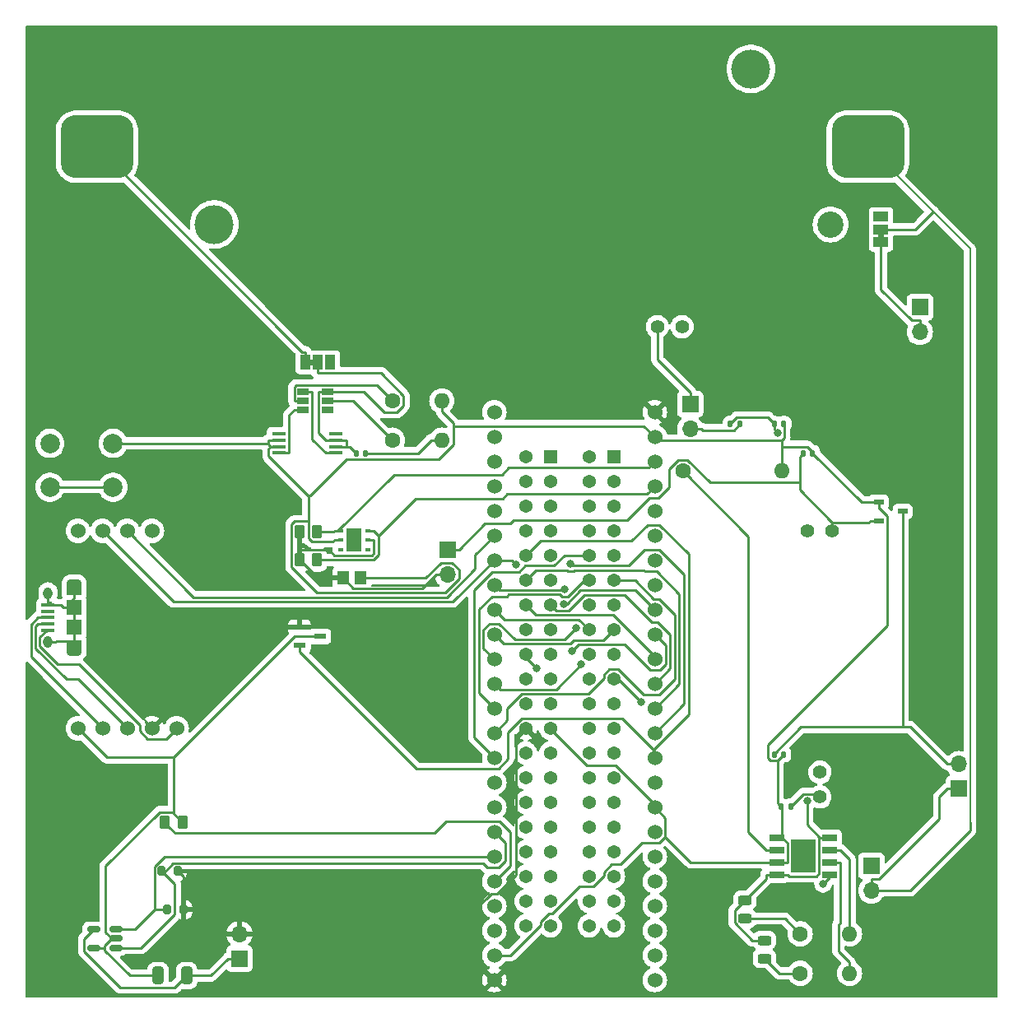
<source format=gbr>
%TF.GenerationSoftware,KiCad,Pcbnew,(7.0.0)*%
%TF.CreationDate,2023-04-14T03:48:35+02:00*%
%TF.ProjectId,overall scematic,6f766572-616c-46c2-9073-63656d617469,rev?*%
%TF.SameCoordinates,Original*%
%TF.FileFunction,Copper,L1,Top*%
%TF.FilePolarity,Positive*%
%FSLAX46Y46*%
G04 Gerber Fmt 4.6, Leading zero omitted, Abs format (unit mm)*
G04 Created by KiCad (PCBNEW (7.0.0)) date 2023-04-14 03:48:35*
%MOMM*%
%LPD*%
G01*
G04 APERTURE LIST*
G04 Aperture macros list*
%AMRoundRect*
0 Rectangle with rounded corners*
0 $1 Rounding radius*
0 $2 $3 $4 $5 $6 $7 $8 $9 X,Y pos of 4 corners*
0 Add a 4 corners polygon primitive as box body*
4,1,4,$2,$3,$4,$5,$6,$7,$8,$9,$2,$3,0*
0 Add four circle primitives for the rounded corners*
1,1,$1+$1,$2,$3*
1,1,$1+$1,$4,$5*
1,1,$1+$1,$6,$7*
1,1,$1+$1,$8,$9*
0 Add four rect primitives between the rounded corners*
20,1,$1+$1,$2,$3,$4,$5,0*
20,1,$1+$1,$4,$5,$6,$7,0*
20,1,$1+$1,$6,$7,$8,$9,0*
20,1,$1+$1,$8,$9,$2,$3,0*%
G04 Aperture macros list end*
%TA.AperFunction,ComponentPad*%
%ADD10R,1.700000X1.700000*%
%TD*%
%TA.AperFunction,ComponentPad*%
%ADD11O,1.700000X1.700000*%
%TD*%
%TA.AperFunction,ComponentPad*%
%ADD12C,4.000000*%
%TD*%
%TA.AperFunction,ComponentPad*%
%ADD13C,2.700000*%
%TD*%
%TA.AperFunction,SMDPad,CuDef*%
%ADD14RoundRect,1.625000X-2.125000X-1.625000X2.125000X-1.625000X2.125000X1.625000X-2.125000X1.625000X0*%
%TD*%
%TA.AperFunction,SMDPad,CuDef*%
%ADD15R,1.150000X1.450000*%
%TD*%
%TA.AperFunction,SMDPad,CuDef*%
%ADD16R,1.200000X0.650000*%
%TD*%
%TA.AperFunction,SMDPad,CuDef*%
%ADD17R,1.475000X0.450000*%
%TD*%
%TA.AperFunction,ComponentPad*%
%ADD18R,1.370000X1.370000*%
%TD*%
%TA.AperFunction,ComponentPad*%
%ADD19C,1.370000*%
%TD*%
%TA.AperFunction,SMDPad,CuDef*%
%ADD20R,1.300000X0.600000*%
%TD*%
%TA.AperFunction,SMDPad,CuDef*%
%ADD21R,1.070003X0.600000*%
%TD*%
%TA.AperFunction,ComponentPad*%
%ADD22C,1.524000*%
%TD*%
%TA.AperFunction,SMDPad,CuDef*%
%ADD23R,1.525000X0.700000*%
%TD*%
%TA.AperFunction,SMDPad,CuDef*%
%ADD24R,2.513000X3.402000*%
%TD*%
%TA.AperFunction,ComponentPad*%
%ADD25C,2.000000*%
%TD*%
%TA.AperFunction,SMDPad,CuDef*%
%ADD26RoundRect,0.140000X-0.140000X-0.170000X0.140000X-0.170000X0.140000X0.170000X-0.140000X0.170000X0*%
%TD*%
%TA.AperFunction,SMDPad,CuDef*%
%ADD27RoundRect,0.140000X0.140000X0.170000X-0.140000X0.170000X-0.140000X-0.170000X0.140000X-0.170000X0*%
%TD*%
%TA.AperFunction,SMDPad,CuDef*%
%ADD28RoundRect,0.250000X0.325000X0.650000X-0.325000X0.650000X-0.325000X-0.650000X0.325000X-0.650000X0*%
%TD*%
%TA.AperFunction,SMDPad,CuDef*%
%ADD29R,1.350000X0.400000*%
%TD*%
%TA.AperFunction,SMDPad,CuDef*%
%ADD30R,1.550000X1.200000*%
%TD*%
%TA.AperFunction,ComponentPad*%
%ADD31O,0.950000X1.250000*%
%TD*%
%TA.AperFunction,SMDPad,CuDef*%
%ADD32R,1.550000X1.500000*%
%TD*%
%TA.AperFunction,ComponentPad*%
%ADD33O,1.550000X0.890000*%
%TD*%
%TA.AperFunction,SMDPad,CuDef*%
%ADD34RoundRect,0.243750X0.456250X-0.243750X0.456250X0.243750X-0.456250X0.243750X-0.456250X-0.243750X0*%
%TD*%
%TA.AperFunction,SMDPad,CuDef*%
%ADD35R,1.000000X1.500000*%
%TD*%
%TA.AperFunction,SMDPad,CuDef*%
%ADD36R,1.500000X1.000000*%
%TD*%
%TA.AperFunction,SMDPad,CuDef*%
%ADD37R,0.600000X0.400000*%
%TD*%
%TA.AperFunction,SMDPad,CuDef*%
%ADD38R,1.500000X2.400000*%
%TD*%
%TA.AperFunction,SMDPad,CuDef*%
%ADD39RoundRect,0.150000X0.512500X0.150000X-0.512500X0.150000X-0.512500X-0.150000X0.512500X-0.150000X0*%
%TD*%
%TA.AperFunction,SMDPad,CuDef*%
%ADD40RoundRect,0.135000X-0.135000X-0.185000X0.135000X-0.185000X0.135000X0.185000X-0.135000X0.185000X0*%
%TD*%
%TA.AperFunction,SMDPad,CuDef*%
%ADD41RoundRect,0.200000X0.200000X0.275000X-0.200000X0.275000X-0.200000X-0.275000X0.200000X-0.275000X0*%
%TD*%
%TA.AperFunction,SMDPad,CuDef*%
%ADD42RoundRect,0.250000X0.262500X0.450000X-0.262500X0.450000X-0.262500X-0.450000X0.262500X-0.450000X0*%
%TD*%
%TA.AperFunction,SMDPad,CuDef*%
%ADD43RoundRect,0.250000X-0.262500X-0.450000X0.262500X-0.450000X0.262500X0.450000X-0.262500X0.450000X0*%
%TD*%
%TA.AperFunction,ComponentPad*%
%ADD44O,1.600000X1.600000*%
%TD*%
%TA.AperFunction,ComponentPad*%
%ADD45C,1.600000*%
%TD*%
%TA.AperFunction,ComponentPad*%
%ADD46C,1.400000*%
%TD*%
%TA.AperFunction,ViaPad*%
%ADD47C,0.800000*%
%TD*%
%TA.AperFunction,Conductor*%
%ADD48C,0.250000*%
%TD*%
%TA.AperFunction,Conductor*%
%ADD49C,0.200000*%
%TD*%
G04 APERTURE END LIST*
%TO.C,JP2*%
G36*
X116662000Y-72975000D02*
G01*
X116162000Y-72975000D01*
X116162000Y-72375000D01*
X116662000Y-72375000D01*
X116662000Y-72975000D01*
G37*
%TO.C,JP1*%
G36*
X175300000Y-59900000D02*
G01*
X174700000Y-59900000D01*
X174700000Y-59400000D01*
X175300000Y-59400000D01*
X175300000Y-59900000D01*
G37*
%TD*%
D10*
%TO.P,J4,1,Pin_1*%
%TO.N,/Battery+*%
X182999999Y-116539999D03*
D11*
%TO.P,J4,2,Pin_2*%
%TO.N,Net-(J4-Pin_2)*%
X182999999Y-113999999D03*
%TD*%
D10*
%TO.P,J2,1,Pin_1*%
%TO.N,Vreg_Out*%
X155369999Y-76949999D03*
D11*
%TO.P,J2,2,Pin_2*%
%TO.N,/Power module/5V*%
X155369999Y-79489999D03*
%TD*%
D12*
%TO.P,BT1,*%
%TO.N,*%
X106400000Y-58475000D03*
X161600000Y-42475000D03*
D13*
X169820000Y-58475000D03*
D14*
%TO.P,BT1,1,+*%
%TO.N,/Battery+*%
X173650000Y-50475000D03*
%TO.P,BT1,2,-*%
%TO.N,/Battery-*%
X94350000Y-50475000D03*
%TD*%
D15*
%TO.P,C5,1*%
%TO.N,/Supply_Voltage*%
X119667499Y-94859999D03*
%TO.P,C5,2*%
%TO.N,GND*%
X121467499Y-94859999D03*
%TD*%
D16*
%TO.P,IC1,1,OD*%
%TO.N,/Power module/OD*%
X115561999Y-75674999D03*
%TO.P,IC1,2,CS*%
%TO.N,Net-(IC1-CS)*%
X115561999Y-76624999D03*
%TO.P,IC1,3,OC*%
%TO.N,/Power module/OC*%
X115561999Y-77574999D03*
%TO.P,IC1,4,TD*%
%TO.N,unconnected-(IC1-TD-Pad4)*%
X118061999Y-77574999D03*
%TO.P,IC1,5,VCC*%
%TO.N,Net-(IC1-VCC)*%
X118061999Y-76624999D03*
%TO.P,IC1,6,GND*%
%TO.N,Net-(IC1-GND)*%
X118061999Y-75674999D03*
%TD*%
D17*
%TO.P,Q1,1,D12_1*%
%TO.N,unconnected-(Q1-D12_1-Pad1)*%
X113061999Y-80024999D03*
%TO.P,Q1,2,S1_1*%
%TO.N,GND*%
X113061999Y-80674999D03*
%TO.P,Q1,3,S1_2*%
X113061999Y-81324999D03*
%TO.P,Q1,4,G1*%
%TO.N,/Power module/OC*%
X113061999Y-81974999D03*
%TO.P,Q1,5,G2*%
%TO.N,/Power module/OD*%
X118937999Y-81974999D03*
%TO.P,Q1,6,S2_1*%
%TO.N,Net-(IC1-GND)*%
X118937999Y-81324999D03*
%TO.P,Q1,7,S2_2*%
X118937999Y-80674999D03*
%TO.P,Q1,8,D12_2*%
%TO.N,unconnected-(Q1-D12_2-Pad8)*%
X118937999Y-80024999D03*
%TD*%
D18*
%TO.P,J13,01*%
%TO.N,N/C*%
X147499999Y-82379999D03*
D19*
%TO.P,J13,02*%
X144960000Y-82380000D03*
%TO.P,J13,03*%
X147500000Y-84920000D03*
%TO.P,J13,04*%
X144960000Y-84920000D03*
%TO.P,J13,05*%
X147500000Y-87460000D03*
%TO.P,J13,06*%
X144960000Y-87460000D03*
%TO.P,J13,07*%
X147500000Y-90000000D03*
%TO.P,J13,08*%
X144960000Y-90000000D03*
%TO.P,J13,09*%
X147500000Y-92540000D03*
%TO.P,J13,10,Pin_10*%
%TO.N,/Micro controller pin outs/PB3*%
X144960000Y-92540000D03*
%TO.P,J13,11,Pin_11*%
%TO.N,/Micro controller pin outs/PA15*%
X147500000Y-95080000D03*
%TO.P,J13,12,Pin_12*%
%TO.N,/Micro controller pin outs/PA14*%
X144960000Y-95080000D03*
%TO.P,J13,13,Pin_13*%
%TO.N,/Micro controller pin outs/PF7*%
X147500000Y-97620000D03*
%TO.P,J13,14,Pin_14*%
%TO.N,/Micro controller pin outs/PF6*%
X144960000Y-97620000D03*
%TO.P,J13,15,Pin_15*%
%TO.N,/Micro controller pin outs/PA13*%
X147500000Y-100160000D03*
%TO.P,J13,16,Pin_16*%
%TO.N,/Micro controller pin outs/PA12*%
X144960000Y-100160000D03*
%TO.P,J13,17,Pin_17*%
%TO.N,/Micro controller pin outs/PA11*%
X147500000Y-102700000D03*
%TO.P,J13,18,Pin_18*%
%TO.N,/Micro controller pin outs/PA10*%
X144960000Y-102700000D03*
%TO.P,J13,19,Pin_19*%
%TO.N,/Micro controller pin outs/PA9*%
X147500000Y-105240000D03*
%TO.P,J13,20,Pin_20*%
%TO.N,/Micro controller pin outs/PA8*%
X144960000Y-105240000D03*
%TO.P,J13,21,Pin_21*%
%TO.N,/Micro controller pin outs/PB15*%
X147500000Y-107780000D03*
%TO.P,J13,22,Pin_22*%
%TO.N,/Micro controller pin outs/PB14*%
X144960000Y-107780000D03*
%TO.P,J13,23,Pin_23*%
%TO.N,/Micro controller pin outs/PB13*%
X147500000Y-110320000D03*
%TO.P,J13,24,Pin_24*%
%TO.N,/Micro controller pin outs/PB12*%
X144960000Y-110320000D03*
%TO.P,J13,25*%
%TO.N,N/C*%
X147500000Y-112860000D03*
%TO.P,J13,26*%
X144960000Y-112860000D03*
%TO.P,J13,27*%
X147500000Y-115400000D03*
%TO.P,J13,28*%
X144960000Y-115400000D03*
%TO.P,J13,29*%
X147500000Y-117940000D03*
%TO.P,J13,30*%
X144960000Y-117940000D03*
%TO.P,J13,31*%
X147500000Y-120480000D03*
%TO.P,J13,32*%
X144960000Y-120480000D03*
%TO.P,J13,33*%
X147500000Y-123020000D03*
%TO.P,J13,34*%
X144960000Y-123020000D03*
%TO.P,J13,35*%
X147500000Y-125560000D03*
%TO.P,J13,36*%
X144960000Y-125560000D03*
%TO.P,J13,37*%
X147500000Y-128100000D03*
%TO.P,J13,38*%
X144960000Y-128100000D03*
%TO.P,J13,39*%
X147500000Y-130640000D03*
%TO.P,J13,40*%
X144960000Y-130640000D03*
%TD*%
D18*
%TO.P,J12,01*%
%TO.N,N/C*%
X140999999Y-82379999D03*
D19*
%TO.P,J12,02*%
X138460000Y-82380000D03*
%TO.P,J12,03*%
X141000000Y-84920000D03*
%TO.P,J12,04*%
X138460000Y-84920000D03*
%TO.P,J12,05*%
X141000000Y-87460000D03*
%TO.P,J12,06*%
X138460000Y-87460000D03*
%TO.P,J12,07*%
X141000000Y-90000000D03*
%TO.P,J12,08*%
X138460000Y-90000000D03*
%TO.P,J12,09*%
X141000000Y-92540000D03*
%TO.P,J12,10,Pin_10*%
%TO.N,/Micro controller pin outs/PA0*%
X138460000Y-92540000D03*
%TO.P,J12,11,Pin_11*%
%TO.N,/Micro controller pin outs/PA1*%
X141000000Y-95080000D03*
%TO.P,J12,12,Pin_12*%
%TO.N,/Micro controller pin outs/PA2*%
X138460000Y-95080000D03*
%TO.P,J12,13,Pin_13*%
%TO.N,/Micro controller pin outs/PA3*%
X141000000Y-97620000D03*
%TO.P,J12,14,Pin_14*%
%TO.N,/Micro controller pin outs/PA4*%
X138460000Y-97620000D03*
%TO.P,J12,15,Pin_15*%
%TO.N,/Micro controller pin outs/PA5*%
X141000000Y-100160000D03*
%TO.P,J12,16,Pin_16*%
%TO.N,/Micro controller pin outs/PA6*%
X138460000Y-100160000D03*
%TO.P,J12,17,Pin_17*%
%TO.N,/Micro controller pin outs/PA7*%
X141000000Y-102700000D03*
%TO.P,J12,18,Pin_18*%
%TO.N,/Micro controller pin outs/PB0*%
X138460000Y-102700000D03*
%TO.P,J12,19,Pin_19*%
%TO.N,/Micro controller pin outs/PB1*%
X141000000Y-105240000D03*
%TO.P,J12,20,Pin_20*%
%TO.N,/Micro controller pin outs/PB2*%
X138460000Y-105240000D03*
%TO.P,J12,21,Pin_21*%
%TO.N,/SCL*%
X141000000Y-107780000D03*
%TO.P,J12,22,Pin_22*%
%TO.N,/SDA*%
X138460000Y-107780000D03*
%TO.P,J12,23,Pin_23*%
%TO.N,GND*%
X141000000Y-110320000D03*
%TO.P,J12,24,Pin_24*%
%TO.N,/Supply_Voltage*%
X138460000Y-110320000D03*
%TO.P,J12,25*%
%TO.N,N/C*%
X141000000Y-112860000D03*
%TO.P,J12,26*%
X138460000Y-112860000D03*
%TO.P,J12,27*%
X141000000Y-115400000D03*
%TO.P,J12,28*%
X138460000Y-115400000D03*
%TO.P,J12,29*%
X141000000Y-117940000D03*
%TO.P,J12,30*%
X138460000Y-117940000D03*
%TO.P,J12,31*%
X141000000Y-120480000D03*
%TO.P,J12,32*%
X138460000Y-120480000D03*
%TO.P,J12,33*%
X141000000Y-123020000D03*
%TO.P,J12,34*%
X138460000Y-123020000D03*
%TO.P,J12,35*%
X141000000Y-125560000D03*
%TO.P,J12,36*%
X138460000Y-125560000D03*
%TO.P,J12,37*%
X141000000Y-128100000D03*
%TO.P,J12,38*%
X138460000Y-128100000D03*
%TO.P,J12,39*%
X141000000Y-130640000D03*
%TO.P,J12,40*%
X138460000Y-130640000D03*
%TD*%
D20*
%TO.P,U5,1,VDD*%
%TO.N,/Supply_Voltage*%
X115182499Y-99909999D03*
%TO.P,U5,2,VOUT*%
%TO.N,/Micro controller pin outs/PA0*%
X115182499Y-101809999D03*
%TO.P,U5,3,GND*%
%TO.N,GND*%
X117282499Y-100859999D03*
%TD*%
D21*
%TO.P,U1,3,VIN*%
%TO.N,Net-(J4-Pin_2)*%
X177235076Y-87999999D03*
%TO.P,U1,2,VOUT*%
%TO.N,Net-(J6-Pin_1)*%
X174764922Y-88949961D03*
%TO.P,U1,1,GND*%
%TO.N,GND*%
X174764922Y-87050037D03*
%TD*%
D22*
%TO.P,U3,1,5V_USB*%
%TO.N,Vreg_Out*%
X102540000Y-110320000D03*
%TO.P,U3,2,V_Target*%
%TO.N,/Supply_Voltage*%
X100000000Y-110320000D03*
%TO.P,U3,3,USB_DM*%
%TO.N,Data -*%
X97460000Y-110320000D03*
%TO.P,U3,4,USB_DP*%
%TO.N,Data +*%
X94920000Y-110320000D03*
%TO.P,U3,5,GND*%
%TO.N,GND*%
X92380000Y-110320000D03*
%TO.P,U3,6,T_NRST*%
%TO.N,/Micro controller pin outs/NRST*%
X100000000Y-90000000D03*
%TO.P,U3,7,T_SWCLK*%
%TO.N,/Micro controller pin outs/PA9*%
X97460000Y-90000000D03*
%TO.P,U3,8,T_SWDIO*%
%TO.N,/Micro controller pin outs/PA10*%
X94920000Y-90000000D03*
%TO.P,U3,9,T_SWO*%
%TO.N,unconnected-(U3-T_SWO-Pad9)*%
X92380000Y-90000000D03*
%TD*%
%TO.P,J9,1,Pin_1*%
%TO.N,Vreg_Out*%
X151725000Y-136205000D03*
%TO.P,J9,2,Pin_2*%
%TO.N,/Micro controller pin outs/PC13*%
X151725000Y-133665000D03*
%TO.P,J9,3,Pin_3*%
%TO.N,/Micro controller pin outs/PC14*%
X151725000Y-131125000D03*
%TO.P,J9,4,Pin_4*%
%TO.N,/Micro controller pin outs/PC15*%
X151725000Y-128585000D03*
%TO.P,J9,5,Pin_5*%
%TO.N,/Micro controller pin outs/PF0*%
X151725000Y-126045000D03*
%TO.P,J9,6,Pin_6*%
%TO.N,/Micro controller pin outs/PF1*%
X151725000Y-123505000D03*
%TO.P,J9,7,Pin_7*%
%TO.N,/Micro controller pin outs/NRST*%
X151725000Y-120965000D03*
%TO.P,J9,8,Pin_8*%
%TO.N,GND*%
X151725000Y-118425000D03*
%TO.P,J9,9,Pin_9*%
%TO.N,/Micro controller pin outs/VDDA*%
X151725000Y-115885000D03*
%TO.P,J9,10,Pin_10*%
%TO.N,/Micro controller pin outs/PA0*%
X151725000Y-113345000D03*
%TO.P,J9,11,Pin_11*%
%TO.N,/Micro controller pin outs/PA1*%
X151725000Y-110805000D03*
%TO.P,J9,12,Pin_12*%
%TO.N,/Micro controller pin outs/PA2*%
X151725000Y-108265000D03*
%TO.P,J9,13,Pin_13*%
%TO.N,/Micro controller pin outs/PA3*%
X151725000Y-105725000D03*
%TO.P,J9,14,Pin_14*%
%TO.N,/Micro controller pin outs/PA4*%
X151725000Y-103185000D03*
%TO.P,J9,15,Pin_15*%
%TO.N,/Micro controller pin outs/PA5*%
X151725000Y-100645000D03*
%TO.P,J9,16,Pin_16*%
%TO.N,/Micro controller pin outs/PA6*%
X151725000Y-98105000D03*
%TO.P,J9,17,Pin_17*%
%TO.N,/Micro controller pin outs/PA7*%
X151725000Y-95565000D03*
%TO.P,J9,18,Pin_18*%
%TO.N,/Micro controller pin outs/PB0*%
X151725000Y-93025000D03*
%TO.P,J9,19,Pin_19*%
%TO.N,/Micro controller pin outs/PB1*%
X151725000Y-90485000D03*
%TO.P,J9,20,Pin_20*%
%TO.N,/Micro controller pin outs/PB2*%
X151725000Y-87945000D03*
%TO.P,J9,21,Pin_21*%
%TO.N,/SCL*%
X151725000Y-85405000D03*
%TO.P,J9,22,Pin_22*%
%TO.N,/SDA*%
X151725000Y-82865000D03*
%TO.P,J9,23,Pin_23*%
%TO.N,GND*%
X151725000Y-80325000D03*
%TO.P,J9,24,Pin_24*%
%TO.N,/Supply_Voltage*%
X151725000Y-77785000D03*
%TO.P,J9,25,Pin_25*%
%TO.N,/Micro controller pin outs/PB12*%
X135215000Y-77785000D03*
%TO.P,J9,26,Pin_26*%
%TO.N,/Micro controller pin outs/PB13*%
X135215000Y-80325000D03*
%TO.P,J9,27,Pin_27*%
%TO.N,/Micro controller pin outs/PB14*%
X135215000Y-82865000D03*
%TO.P,J9,28,Pin_28*%
%TO.N,/Micro controller pin outs/PB15*%
X135215000Y-85405000D03*
%TO.P,J9,29,Pin_29*%
%TO.N,/Micro controller pin outs/PA8*%
X135215000Y-87945000D03*
%TO.P,J9,30,Pin_30*%
%TO.N,/Micro controller pin outs/PA9*%
X135215000Y-90485000D03*
%TO.P,J9,31,Pin_31*%
%TO.N,/Micro controller pin outs/PA10*%
X135215000Y-93025000D03*
%TO.P,J9,32,Pin_32*%
%TO.N,/Micro controller pin outs/PA11*%
X135215000Y-95565000D03*
%TO.P,J9,33,Pin_33*%
%TO.N,/Micro controller pin outs/PA12*%
X135215000Y-98105000D03*
%TO.P,J9,34,Pin_34*%
%TO.N,/Micro controller pin outs/PA13*%
X135215000Y-100645000D03*
%TO.P,J9,35,Pin_35*%
%TO.N,/Micro controller pin outs/PF6*%
X135215000Y-103185000D03*
%TO.P,J9,36,Pin_36*%
%TO.N,/Micro controller pin outs/PF7*%
X135215000Y-105725000D03*
%TO.P,J9,37,Pin_37*%
%TO.N,/Micro controller pin outs/PA14*%
X135215000Y-108265000D03*
%TO.P,J9,38,Pin_38*%
%TO.N,/Micro controller pin outs/PA15*%
X135215000Y-110805000D03*
%TO.P,J9,39,Pin_39*%
%TO.N,/Micro controller pin outs/PB3*%
X135215000Y-113345000D03*
%TO.P,J9,40,Pin_40*%
%TO.N,/Micro controller pin outs/PB4*%
X135215000Y-115885000D03*
%TO.P,J9,41,Pin_41*%
%TO.N,/Micro controller pin outs/PB5*%
X135215000Y-118425000D03*
%TO.P,J9,42,Pin_42*%
%TO.N,/Micro controller pin outs/PB6*%
X135215000Y-120965000D03*
%TO.P,J9,43,Pin_43*%
%TO.N,/Micro controller pin outs/PB7*%
X135215000Y-123505000D03*
%TO.P,J9,44,Pin_44*%
%TO.N,/Micro controller pin outs/BOOT*%
X135215000Y-126045000D03*
%TO.P,J9,45,Pin_45*%
%TO.N,/Micro controller pin outs/PB8*%
X135215000Y-128585000D03*
%TO.P,J9,46,Pin_46*%
%TO.N,/Micro controller pin outs/PB9*%
X135215000Y-131125000D03*
%TO.P,J9,47,Pin_47*%
%TO.N,GND*%
X135215000Y-133665000D03*
%TO.P,J9,48,Pin_48*%
%TO.N,/Supply_Voltage*%
X135215000Y-136205000D03*
%TD*%
D23*
%TO.P,J3,1,TEMP1*%
%TO.N,GND*%
X164287999Y-121554999D03*
%TO.P,J3,2,PROG2*%
%TO.N,Net-(J3-PROG2)*%
X164287999Y-122824999D03*
%TO.P,J3,3,GND_3*%
%TO.N,GND*%
X164287999Y-124094999D03*
%TO.P,J3,4,VCC4*%
%TO.N,/Power module/Vcc_IC*%
X164287999Y-125364999D03*
%TO.P,J3,5,BAT*%
%TO.N,Net-(J3-BAT)*%
X169711999Y-125364999D03*
%TO.P,J3,6,~{STDBY}*%
%TO.N,Net-(J3-~{STDBY})*%
X169711999Y-124094999D03*
%TO.P,J3,7,~{CHRG}*%
%TO.N,Net-(J3-~{CHRG})*%
X169711999Y-122824999D03*
%TO.P,J3,8,CE*%
%TO.N,/Power module/Vcc_IC*%
X169711999Y-121554999D03*
D24*
%TO.P,J3,9,EP*%
%TO.N,unconnected-(J3-EP-Pad9)*%
X166999999Y-123459999D03*
%TD*%
D25*
%TO.P,SW1,1,1*%
%TO.N,GND*%
X96000000Y-81000000D03*
X89500000Y-81000000D03*
%TO.P,SW1,2,2*%
%TO.N,/Micro controller pin outs/NRST*%
X96000000Y-85500000D03*
X89500000Y-85500000D03*
%TD*%
D26*
%TO.P,C3,2*%
%TO.N,GND*%
X167960000Y-82000000D03*
%TO.P,C3,1*%
%TO.N,Net-(J6-Pin_1)*%
X167000000Y-82000000D03*
%TD*%
D27*
%TO.P,C4,2*%
%TO.N,GND*%
X164752000Y-118365000D03*
%TO.P,C4,1*%
%TO.N,Net-(J3-BAT)*%
X165712000Y-118365000D03*
%TD*%
%TO.P,C6,2*%
%TO.N,Net-(IC1-GND)*%
X121000000Y-82000000D03*
%TO.P,C6,1*%
%TO.N,Net-(J7-Pin_1)*%
X121960000Y-82000000D03*
%TD*%
D26*
%TO.P,C2,2*%
%TO.N,GND*%
X164960000Y-113000000D03*
%TO.P,C2,1*%
%TO.N,Net-(J4-Pin_2)*%
X164000000Y-113000000D03*
%TD*%
%TO.P,C1,2*%
%TO.N,GND*%
X165000000Y-79000000D03*
%TO.P,C1,1*%
%TO.N,/Power module/Vcc_IC*%
X164040000Y-79000000D03*
%TD*%
D28*
%TO.P,C10,1*%
%TO.N,Net-(J19-Pin_1)*%
X103575000Y-135750000D03*
%TO.P,C10,2*%
%TO.N,GND*%
X100625000Y-135750000D03*
%TD*%
D10*
%TO.P,J19,1,Pin_1*%
%TO.N,Net-(J19-Pin_1)*%
X108999999Y-133999999D03*
D11*
%TO.P,J19,2,Pin_2*%
%TO.N,/Supply_Voltage*%
X108999999Y-131459999D03*
%TD*%
D10*
%TO.P,J5,1,Pin_1*%
%TO.N,Net-(J3-BAT)*%
X173999999Y-124459999D03*
D11*
%TO.P,J5,2,Pin_2*%
%TO.N,/Battery+*%
X173999999Y-126999999D03*
%TD*%
%TO.P,J6,2,Pin_2*%
%TO.N,/Supply_Voltage*%
X130397499Y-94449999D03*
D10*
%TO.P,J6,1,Pin_1*%
%TO.N,Net-(J6-Pin_1)*%
X130397499Y-91909999D03*
%TD*%
D11*
%TO.P,J7,2,Pin_2*%
%TO.N,/Power module/V_Battery*%
X178999999Y-69539999D03*
D10*
%TO.P,J7,1,Pin_1*%
%TO.N,Net-(J7-Pin_1)*%
X178999999Y-66999999D03*
%TD*%
D29*
%TO.P,J1,1,VBUS*%
%TO.N,Vreg_Out*%
X89299999Y-100214999D03*
%TO.P,J1,2,D-*%
%TO.N,Data -*%
X89299999Y-99564999D03*
%TO.P,J1,3,D+*%
%TO.N,Data +*%
X89299999Y-98914999D03*
%TO.P,J1,4,ID*%
%TO.N,unconnected-(J1-ID-Pad4)*%
X89299999Y-98264999D03*
%TO.P,J1,5,GND*%
%TO.N,GND*%
X89299999Y-97614999D03*
D30*
%TO.P,J1,6,Shield*%
X91999999Y-101814999D03*
D31*
X89299999Y-96414999D03*
D32*
X91999999Y-97914999D03*
D33*
X91999999Y-95414999D03*
D30*
X91999999Y-96014999D03*
D31*
X89299999Y-101414999D03*
D32*
X91999999Y-99914999D03*
D33*
X91999999Y-102414999D03*
%TD*%
D34*
%TO.P,D1,2,A*%
%TO.N,/Power module/Vcc_IC*%
X161000000Y-128000000D03*
%TO.P,D1,1,K*%
%TO.N,Net-(D1-K)*%
X161000000Y-129875000D03*
%TD*%
D35*
%TO.P,JP2,1,A*%
%TO.N,/Battery-*%
X115761999Y-72674999D03*
%TO.P,JP2,2,B*%
%TO.N,Net-(IC1-GND)*%
X117061999Y-72674999D03*
%TO.P,JP2,3*%
%TO.N,N/C*%
X118361999Y-72674999D03*
%TD*%
D36*
%TO.P,JP1,1,A*%
%TO.N,/Power module/V_Battery*%
X174999999Y-60299999D03*
%TO.P,JP1,2,B*%
%TO.N,/Battery+*%
X174999999Y-58999999D03*
%TO.P,JP1,3*%
%TO.N,N/C*%
X174999999Y-57699999D03*
%TD*%
D34*
%TO.P,D2,2,A*%
%TO.N,/Power module/Vcc_IC*%
X163000000Y-132125000D03*
%TO.P,D2,1,K*%
%TO.N,Net-(D2-K)*%
X163000000Y-134000000D03*
%TD*%
D37*
%TO.P,U2,1,SDA*%
%TO.N,/SDA*%
X119397499Y-90009999D03*
%TO.P,U2,2,GND*%
%TO.N,GND*%
X119397499Y-90959999D03*
%TO.P,U2,3,NC*%
%TO.N,unconnected-(U2-NC-Pad3)*%
X119397499Y-91909999D03*
%TO.P,U2,4,NC*%
%TO.N,unconnected-(U2-NC-Pad4)*%
X122197499Y-91909999D03*
%TO.P,U2,5,VCC*%
%TO.N,/Supply_Voltage*%
X122197499Y-90959999D03*
%TO.P,U2,6,SCL*%
%TO.N,/SCL*%
X122197499Y-90009999D03*
D38*
%TO.P,U2,7,DAP*%
%TO.N,unconnected-(U2-DAP-Pad7)*%
X120797499Y-90959999D03*
%TD*%
D39*
%TO.P,U4,1,SCL*%
%TO.N,/Micro controller pin outs/PB6*%
X96275000Y-132900000D03*
%TO.P,U4,2,GND*%
%TO.N,GND*%
X96275000Y-131950000D03*
%TO.P,U4,3,SDA*%
%TO.N,/Micro controller pin outs/PB7*%
X96275000Y-131000000D03*
%TO.P,U4,4,VCC*%
%TO.N,Net-(J19-Pin_1)*%
X94000000Y-131000000D03*
%TO.P,U4,5,WP*%
%TO.N,GND*%
X94000000Y-132900000D03*
%TD*%
D40*
%TO.P,R2,2*%
%TO.N,/Power module/5V*%
X160510000Y-79000000D03*
%TO.P,R2,1*%
%TO.N,/Power module/Vcc_IC*%
X159490000Y-79000000D03*
%TD*%
D41*
%TO.P,R10,1*%
%TO.N,/Supply_Voltage*%
X103245000Y-128970000D03*
%TO.P,R10,2*%
%TO.N,/Micro controller pin outs/PB7*%
X101595000Y-128970000D03*
%TD*%
%TO.P,R11,1*%
%TO.N,/Supply_Voltage*%
X102650000Y-125000000D03*
%TO.P,R11,2*%
%TO.N,/Micro controller pin outs/PB6*%
X101000000Y-125000000D03*
%TD*%
D42*
%TO.P,R9,1*%
%TO.N,GND*%
X103132500Y-120000000D03*
%TO.P,R9,2*%
%TO.N,/Micro controller pin outs/BOOT*%
X101307500Y-120000000D03*
%TD*%
D43*
%TO.P,R8,1*%
%TO.N,/Supply_Voltage*%
X115175000Y-93000000D03*
%TO.P,R8,2*%
%TO.N,/SCL*%
X117000000Y-93000000D03*
%TD*%
%TO.P,R7,1*%
%TO.N,/Supply_Voltage*%
X115175000Y-90050000D03*
%TO.P,R7,2*%
%TO.N,/SDA*%
X117000000Y-90050000D03*
%TD*%
D44*
%TO.P,R1,2*%
%TO.N,GND*%
X164779999Y-83849999D03*
D45*
%TO.P,R1,1*%
%TO.N,Net-(J3-PROG2)*%
X154620000Y-83850000D03*
%TD*%
%TO.P,R5,1*%
%TO.N,Net-(IC1-CS)*%
X124747000Y-76625000D03*
D44*
%TO.P,R5,2*%
%TO.N,GND*%
X129826999Y-76624999D03*
%TD*%
D45*
%TO.P,R6,1*%
%TO.N,Net-(IC1-VCC)*%
X124747000Y-80675000D03*
D44*
%TO.P,R6,2*%
%TO.N,Net-(J7-Pin_1)*%
X129826999Y-80674999D03*
%TD*%
D45*
%TO.P,R3,1*%
%TO.N,Net-(D1-K)*%
X166685000Y-131460000D03*
D44*
%TO.P,R3,2*%
%TO.N,Net-(J3-~{CHRG})*%
X171764999Y-131459999D03*
%TD*%
D45*
%TO.P,R4,1*%
%TO.N,Net-(D2-K)*%
X166685000Y-135510000D03*
D44*
%TO.P,R4,2*%
%TO.N,Net-(J3-~{STDBY})*%
X171764999Y-135509999D03*
%TD*%
D46*
%TO.P,TP1,2*%
%TO.N,N/C*%
X154540000Y-69000000D03*
%TO.P,TP1,1,1*%
%TO.N,Vreg_Out*%
X152000000Y-69000000D03*
%TD*%
%TO.P,TP2,2*%
%TO.N,N/C*%
X167460000Y-90000000D03*
%TO.P,TP2,1,1*%
%TO.N,Net-(J6-Pin_1)*%
X170000000Y-90000000D03*
%TD*%
%TO.P,TP3,2*%
%TO.N,N/C*%
X168712000Y-114825000D03*
%TO.P,TP3,1,1*%
%TO.N,Net-(J3-BAT)*%
X168712000Y-117365000D03*
%TD*%
D47*
%TO.N,/Micro controller pin outs/PA9*%
X150359000Y-107636000D03*
%TO.N,/Micro controller pin outs/PA10*%
X137478000Y-93460700D03*
%TO.N,/Micro controller pin outs/PA11*%
X142491000Y-96040800D03*
%TO.N,/Micro controller pin outs/PF6*%
X143622000Y-100004000D03*
%TO.N,/Micro controller pin outs/PF7*%
X144157000Y-103741000D03*
%TO.N,/Micro controller pin outs/PB0*%
X139596000Y-104164000D03*
%TO.N,/Micro controller pin outs/PA6*%
X142330000Y-97497600D03*
%TO.N,/Micro controller pin outs/PA5*%
X143201000Y-102361000D03*
%TO.N,/Micro controller pin outs/PA1*%
X143065000Y-93385200D03*
%TO.N,Net-(J3-BAT)*%
X169046000Y-126327000D03*
%TO.N,/Power module/Vcc_IC*%
X164340000Y-79916900D03*
X167388000Y-117778000D03*
%TD*%
D48*
%TO.N,/Micro controller pin outs/PA9*%
X104298000Y-96837800D02*
X97460000Y-90000000D01*
X130318000Y-96837800D02*
X104298000Y-96837800D01*
X133259000Y-93896700D02*
X130318000Y-96837800D01*
X133259000Y-92440700D02*
X133259000Y-93896700D01*
X135215000Y-90485000D02*
X133259000Y-92440700D01*
X147963000Y-105240000D02*
X147500000Y-105240000D01*
X150359000Y-107636000D02*
X147963000Y-105240000D01*
%TO.N,/Micro controller pin outs/PA10*%
X130952000Y-97288000D02*
X135215000Y-93025000D01*
X102208000Y-97288000D02*
X130952000Y-97288000D01*
X94920000Y-90000000D02*
X102208000Y-97288000D01*
X137042000Y-93025000D02*
X137478000Y-93460700D01*
X135215000Y-93025000D02*
X137042000Y-93025000D01*
%TO.N,/Micro controller pin outs/PA11*%
X142422000Y-96109500D02*
X142491000Y-96040800D01*
X135760000Y-96109500D02*
X142422000Y-96109500D01*
X135215000Y-95565000D02*
X135760000Y-96109500D01*
%TO.N,/Micro controller pin outs/PA12*%
X143923000Y-99122900D02*
X144960000Y-100160000D01*
X136233000Y-99122900D02*
X143923000Y-99122900D01*
X135215000Y-98105000D02*
X136233000Y-99122900D01*
%TO.N,/Micro controller pin outs/PA13*%
X136196000Y-101626000D02*
X135215000Y-100645000D01*
X143014000Y-101626000D02*
X136196000Y-101626000D01*
X143408000Y-101233000D02*
X143014000Y-101626000D01*
X146427000Y-101233000D02*
X143408000Y-101233000D01*
X147500000Y-100160000D02*
X146427000Y-101233000D01*
%TO.N,/Micro controller pin outs/PF6*%
X142450000Y-101176000D02*
X143622000Y-100004000D01*
X137350000Y-101176000D02*
X142450000Y-101176000D01*
X135712000Y-99538100D02*
X137350000Y-101176000D01*
X134714000Y-99538100D02*
X135712000Y-99538100D01*
X134101000Y-100151000D02*
X134714000Y-99538100D01*
X134101000Y-102071000D02*
X134101000Y-100151000D01*
X135215000Y-103185000D02*
X134101000Y-102071000D01*
%TO.N,/Micro controller pin outs/PF7*%
X141585000Y-106314000D02*
X144157000Y-103741000D01*
X135804000Y-106314000D02*
X141585000Y-106314000D01*
X135215000Y-105725000D02*
X135804000Y-106314000D01*
%TO.N,/Micro controller pin outs/PA14*%
X144477000Y-95080000D02*
X144960000Y-95080000D01*
X142791000Y-96765900D02*
X144477000Y-95080000D01*
X142190000Y-96765900D02*
X142791000Y-96765900D01*
X141984000Y-96559700D02*
X142190000Y-96765900D01*
X136700000Y-96559700D02*
X141984000Y-96559700D01*
X136526000Y-96733000D02*
X136700000Y-96559700D01*
X134996000Y-96733000D02*
X136526000Y-96733000D01*
X133651000Y-98078400D02*
X134996000Y-96733000D01*
X133651000Y-106701000D02*
X133651000Y-98078400D01*
X135215000Y-108265000D02*
X133651000Y-106701000D01*
%TO.N,/Micro controller pin outs/PA15*%
X136550000Y-109470000D02*
X135215000Y-110805000D01*
X136550000Y-108251000D02*
X136550000Y-109470000D01*
X138034000Y-106767000D02*
X136550000Y-108251000D01*
X144878000Y-106767000D02*
X138034000Y-106767000D01*
X146490000Y-105156000D02*
X144878000Y-106767000D01*
X146490000Y-104785000D02*
X146490000Y-105156000D01*
X147053000Y-104222000D02*
X146490000Y-104785000D01*
X147954000Y-104222000D02*
X147053000Y-104222000D01*
X150573000Y-106841000D02*
X147954000Y-104222000D01*
X152167000Y-106841000D02*
X150573000Y-106841000D01*
X153771000Y-105237000D02*
X152167000Y-106841000D01*
X153771000Y-98613600D02*
X153771000Y-105237000D01*
X152152000Y-96994300D02*
X153771000Y-98613600D01*
X151609000Y-96994300D02*
X152152000Y-96994300D01*
X149694000Y-95080000D02*
X151609000Y-96994300D01*
X147500000Y-95080000D02*
X149694000Y-95080000D01*
%TO.N,/Micro controller pin outs/PB3*%
X142429000Y-92540000D02*
X144960000Y-92540000D01*
X141384000Y-93584400D02*
X142429000Y-92540000D01*
X138392000Y-93584400D02*
X141384000Y-93584400D01*
X137762000Y-94214700D02*
X138392000Y-93584400D01*
X135022000Y-94214700D02*
X137762000Y-94214700D01*
X133161000Y-96075300D02*
X135022000Y-94214700D01*
X133161000Y-111291000D02*
X133161000Y-96075300D01*
X135215000Y-113345000D02*
X133161000Y-111291000D01*
%TO.N,/Micro controller pin outs/PB0*%
X138460000Y-103029000D02*
X138460000Y-102700000D01*
X139596000Y-104164000D02*
X138460000Y-103029000D01*
%TO.N,/Micro controller pin outs/PA6*%
X149749000Y-96129200D02*
X151725000Y-98105000D01*
X144064000Y-96129200D02*
X149749000Y-96129200D01*
X142696000Y-97497600D02*
X144064000Y-96129200D01*
X142330000Y-97497600D02*
X142696000Y-97497600D01*
%TO.N,/Micro controller pin outs/PA5*%
X143879000Y-101683000D02*
X143201000Y-102361000D01*
X148645000Y-101683000D02*
X143879000Y-101683000D01*
X151248000Y-104286000D02*
X148645000Y-101683000D01*
X152232000Y-104286000D02*
X151248000Y-104286000D01*
X152824000Y-103694000D02*
X152232000Y-104286000D01*
X152824000Y-101744000D02*
X152824000Y-103694000D01*
X151725000Y-100645000D02*
X152824000Y-101744000D01*
%TO.N,/Micro controller pin outs/PA4*%
X151725000Y-102950000D02*
X151725000Y-103185000D01*
X147447000Y-98672800D02*
X151725000Y-102950000D01*
X139513000Y-98672800D02*
X147447000Y-98672800D01*
X138460000Y-97620000D02*
X139513000Y-98672800D01*
%TO.N,/Micro controller pin outs/PA3*%
X153321000Y-104129000D02*
X151725000Y-105725000D01*
X153321000Y-100678000D02*
X153321000Y-104129000D01*
X152017000Y-99375000D02*
X153321000Y-100678000D01*
X151452000Y-99375000D02*
X152017000Y-99375000D01*
X148656000Y-96579300D02*
X151452000Y-99375000D01*
X144510000Y-96579300D02*
X148656000Y-96579300D01*
X142866000Y-98222700D02*
X144510000Y-96579300D01*
X141603000Y-98222700D02*
X142866000Y-98222700D01*
X141000000Y-97620000D02*
X141603000Y-98222700D01*
%TO.N,/Micro controller pin outs/PA2*%
X154221000Y-105769000D02*
X151725000Y-108265000D01*
X154221000Y-96502200D02*
X154221000Y-105769000D01*
X151909000Y-94190300D02*
X154221000Y-96502200D01*
X150758000Y-94190300D02*
X151909000Y-94190300D01*
X150603000Y-94034600D02*
X150758000Y-94190300D01*
X143441000Y-94034600D02*
X150603000Y-94034600D01*
X143365000Y-94110300D02*
X143441000Y-94034600D01*
X142764000Y-94110300D02*
X143365000Y-94110300D01*
X142689000Y-94034600D02*
X142764000Y-94110300D01*
X139505000Y-94034600D02*
X142689000Y-94034600D01*
X138460000Y-95080000D02*
X139505000Y-94034600D01*
%TO.N,/Micro controller pin outs/PA1*%
X143230000Y-93550200D02*
X143065000Y-93385200D01*
X149018000Y-93550200D02*
X143230000Y-93550200D01*
X150638000Y-91930200D02*
X149018000Y-93550200D01*
X152181000Y-91930200D02*
X150638000Y-91930200D01*
X154713000Y-94462200D02*
X152181000Y-91930200D01*
X154713000Y-107817000D02*
X154713000Y-94462200D01*
X151725000Y-110805000D02*
X154713000Y-107817000D01*
%TO.N,Net-(J19-Pin_1)*%
X102329000Y-136996000D02*
X103575000Y-135750000D01*
X96755700Y-136996000D02*
X102329000Y-136996000D01*
X93009500Y-133250000D02*
X96755700Y-136996000D01*
X93009500Y-131990000D02*
X93009500Y-133250000D01*
X94000000Y-131000000D02*
X93009500Y-131990000D01*
X107825000Y-134000000D02*
X109000000Y-134000000D01*
X106075000Y-135750000D02*
X107825000Y-134000000D01*
X103575000Y-135750000D02*
X106075000Y-135750000D01*
%TO.N,/Power module/5V*%
X159859000Y-79651200D02*
X160510000Y-79000000D01*
X156706000Y-79651200D02*
X159859000Y-79651200D01*
X156545000Y-79490000D02*
X156706000Y-79651200D01*
X155370000Y-79490000D02*
X156545000Y-79490000D01*
%TO.N,/Micro controller pin outs/BOOT*%
X102366000Y-121058000D02*
X101837000Y-120529000D01*
X129072000Y-121058000D02*
X102366000Y-121058000D01*
X130257000Y-119874000D02*
X129072000Y-121058000D01*
X135719000Y-119874000D02*
X130257000Y-119874000D01*
X136830000Y-120986000D02*
X135719000Y-119874000D01*
X136830000Y-124430000D02*
X136830000Y-120986000D01*
X135215000Y-126045000D02*
X136830000Y-124430000D01*
X101836000Y-120529000D02*
X101572000Y-120264000D01*
X101837000Y-120529000D02*
X101836000Y-120529000D01*
X101572000Y-120264000D02*
X101837000Y-120529000D01*
X101440000Y-120132000D02*
X101572000Y-120264000D01*
X101572000Y-120264000D02*
X101440000Y-120132000D01*
X101572000Y-120264000D02*
X101440000Y-120132000D01*
X101440000Y-120132000D02*
X101374000Y-120066000D01*
X101440000Y-120132000D02*
X101374000Y-120066000D01*
X101374000Y-120066000D02*
X101440000Y-120132000D01*
X101308000Y-120000000D02*
X101341000Y-120033000D01*
X101341000Y-120033000D02*
X101374000Y-120066000D01*
X101374000Y-120066000D02*
X101341000Y-120033000D01*
X101341000Y-120033000D02*
X101308000Y-120000000D01*
X101374000Y-120066000D02*
X101341000Y-120033000D01*
X101341000Y-120033000D02*
X101308000Y-120000000D01*
X101340500Y-120033000D02*
X101307500Y-120000000D01*
X101341000Y-120033000D02*
X101340500Y-120033000D01*
%TO.N,/Power module/OD*%
X117875000Y-81975000D02*
X118938000Y-81975000D01*
X116487000Y-80586700D02*
X117875000Y-81975000D01*
X116487000Y-75675000D02*
X116487000Y-80586700D01*
X115562000Y-75675000D02*
X116487000Y-75675000D01*
%TO.N,/Power module/OC*%
X114125000Y-81975000D02*
X113062000Y-81975000D01*
X114125000Y-78087300D02*
X114125000Y-81975000D01*
X114637000Y-77575000D02*
X114125000Y-78087300D01*
X115562000Y-77575000D02*
X114637000Y-77575000D01*
%TO.N,/Battery-*%
X115475000Y-71599900D02*
X94350000Y-50475000D01*
X115762000Y-71599900D02*
X115475000Y-71599900D01*
X115762000Y-72675000D02*
X115762000Y-71599900D01*
%TO.N,Net-(IC1-GND)*%
X117137000Y-75675000D02*
X118062000Y-75675000D01*
X117137000Y-79936500D02*
X117137000Y-75675000D01*
X117875000Y-80675000D02*
X117137000Y-79936500D01*
X118938000Y-80675000D02*
X117875000Y-80675000D01*
X120001000Y-80675000D02*
X118938000Y-80675000D01*
X120001000Y-81325000D02*
X120001000Y-80675000D01*
X120325000Y-81325000D02*
X120001000Y-81325000D01*
X121000000Y-82000000D02*
X120325000Y-81325000D01*
X120001000Y-81325000D02*
X118938000Y-81325000D01*
X121812000Y-75675000D02*
X118062000Y-75675000D01*
X123943000Y-77806300D02*
X121812000Y-75675000D01*
X125179000Y-77806300D02*
X123943000Y-77806300D01*
X125880000Y-77104900D02*
X125179000Y-77806300D01*
X125880000Y-76083800D02*
X125880000Y-77104900D01*
X123547000Y-73750100D02*
X125880000Y-76083800D01*
X117062000Y-73750100D02*
X123547000Y-73750100D01*
X117062000Y-72675000D02*
X117062000Y-73750100D01*
%TO.N,Net-(J3-BAT)*%
X167025000Y-117052000D02*
X165712000Y-118365000D01*
X168399000Y-117052000D02*
X167025000Y-117052000D01*
X168712000Y-117365000D02*
X168399000Y-117052000D01*
X169712000Y-125661000D02*
X169046000Y-126327000D01*
X169712000Y-125365000D02*
X169712000Y-125661000D01*
%TO.N,/Battery+*%
X184150000Y-120850000D02*
X184150000Y-120000000D01*
X178000000Y-127000000D02*
X184150000Y-120850000D01*
X174000000Y-127000000D02*
X178000000Y-127000000D01*
X181825000Y-116540000D02*
X183000000Y-116540000D01*
X181000000Y-117365000D02*
X181825000Y-116540000D01*
X181000000Y-119633000D02*
X181000000Y-117365000D01*
X174808000Y-125825000D02*
X181000000Y-119633000D01*
X174000000Y-125825000D02*
X174808000Y-125825000D01*
X174000000Y-127000000D02*
X174000000Y-125825000D01*
D49*
X173650000Y-50475000D02*
X180341000Y-57165700D01*
X184150000Y-60975000D02*
X184150000Y-120000000D01*
X180341000Y-57165700D02*
X184150000Y-60975000D01*
D48*
X178506000Y-59000000D02*
X175000000Y-59000000D01*
X180341000Y-57165700D02*
X178506000Y-59000000D01*
%TO.N,/Power module/V_Battery*%
X175000000Y-65195900D02*
X175000000Y-60300000D01*
X178169000Y-68364900D02*
X175000000Y-65195900D01*
X179000000Y-68364900D02*
X178169000Y-68364900D01*
X179000000Y-69540000D02*
X179000000Y-68364900D01*
%TO.N,Data +*%
X87568500Y-102968000D02*
X94920000Y-110320000D01*
X87568500Y-99646400D02*
X87568500Y-102968000D01*
X88299900Y-98915000D02*
X87568500Y-99646400D01*
X89300000Y-98915000D02*
X88299900Y-98915000D01*
%TO.N,Data -*%
X92393900Y-105254000D02*
X97460000Y-110320000D01*
X91199800Y-105254000D02*
X92393900Y-105254000D01*
X88018600Y-102073000D02*
X91199800Y-105254000D01*
X88018600Y-99846300D02*
X88018600Y-102073000D01*
X88299900Y-99565000D02*
X88018600Y-99846300D01*
X89300000Y-99565000D02*
X88299900Y-99565000D01*
%TO.N,Vreg_Out*%
X152000000Y-72404900D02*
X152000000Y-69000000D01*
X155370000Y-75774900D02*
X152000000Y-72404900D01*
X155370000Y-76950000D02*
X155370000Y-75774900D01*
X89154500Y-100215000D02*
X89300000Y-100215000D01*
X88468800Y-100901000D02*
X89154500Y-100215000D01*
X88468800Y-101886000D02*
X88468800Y-100901000D01*
X90333400Y-103751000D02*
X88468800Y-101886000D01*
X92499200Y-103751000D02*
X90333400Y-103751000D01*
X98730000Y-109982000D02*
X92499200Y-103751000D01*
X98730000Y-110613000D02*
X98730000Y-109982000D01*
X99523900Y-111407000D02*
X98730000Y-110613000D01*
X101453000Y-111407000D02*
X99523900Y-111407000D01*
X102540000Y-110320000D02*
X101453000Y-111407000D01*
%TO.N,/SDA*%
X118772000Y-90010000D02*
X119085000Y-90010000D01*
X118732000Y-90050000D02*
X118772000Y-90010000D01*
X117000000Y-90050000D02*
X118732000Y-90050000D01*
X151099000Y-83490700D02*
X151725000Y-82865000D01*
X136721000Y-83490700D02*
X151099000Y-83490700D01*
X136008000Y-84203700D02*
X136721000Y-83490700D01*
X124891000Y-84203700D02*
X136008000Y-84203700D01*
X119085000Y-90010000D02*
X124891000Y-84203700D01*
X119398000Y-90010000D02*
X119397500Y-90010000D01*
X119397500Y-90010000D02*
X119085000Y-90010000D01*
%TO.N,Net-(J7-Pin_1)*%
X127377000Y-82000000D02*
X121960000Y-82000000D01*
X128702000Y-80675000D02*
X127377000Y-82000000D01*
X129827000Y-80675000D02*
X128702000Y-80675000D01*
%TO.N,Net-(J6-Pin_1)*%
X170000000Y-89130000D02*
X170000000Y-90000000D01*
X166640000Y-85770200D02*
X166640000Y-85043800D01*
X170000000Y-89130000D02*
X166640000Y-85770200D01*
X166640000Y-82359800D02*
X167000000Y-82000000D01*
X166640000Y-85043800D02*
X166640000Y-82359800D01*
X173905000Y-88950000D02*
X174764900Y-88950000D01*
X173725000Y-89130000D02*
X173905000Y-88950000D01*
X170000000Y-89130000D02*
X173725000Y-89130000D01*
X174764900Y-88950000D02*
X174765000Y-88950000D01*
X131573000Y-91910000D02*
X130398000Y-91910000D01*
X134268000Y-89215000D02*
X131573000Y-91910000D01*
X136875000Y-89215000D02*
X134268000Y-89215000D01*
X137181000Y-88909000D02*
X136875000Y-89215000D01*
X148905000Y-88909000D02*
X137181000Y-88909000D01*
X151174000Y-86640200D02*
X148905000Y-88909000D01*
X152066000Y-86640200D02*
X151174000Y-86640200D01*
X153169000Y-85536900D02*
X152066000Y-86640200D01*
X153169000Y-83640800D02*
X153169000Y-85536900D01*
X154092000Y-82717900D02*
X153169000Y-83640800D01*
X155089000Y-82717900D02*
X154092000Y-82717900D01*
X157415000Y-85043800D02*
X155089000Y-82717900D01*
X166640000Y-85043800D02*
X157415000Y-85043800D01*
X130398000Y-91910000D02*
X130397500Y-91910000D01*
%TO.N,/Power module/Vcc_IC*%
X169712000Y-121555000D02*
X168737000Y-121555000D01*
X168624000Y-121668000D02*
X168737000Y-121555000D01*
X168624000Y-125261000D02*
X168624000Y-121668000D01*
X168362000Y-125524000D02*
X168624000Y-125261000D01*
X165534000Y-125524000D02*
X168362000Y-125524000D01*
X165376000Y-125365000D02*
X165534000Y-125524000D01*
X164288000Y-125365000D02*
X165376000Y-125365000D01*
X159939000Y-129061000D02*
X161000000Y-128000000D01*
X159939000Y-130322000D02*
X159939000Y-129061000D01*
X161742000Y-132125000D02*
X159939000Y-130322000D01*
X163000000Y-132125000D02*
X161742000Y-132125000D01*
X163200000Y-125365000D02*
X164288000Y-125365000D01*
X163200000Y-125800000D02*
X163200000Y-125365000D01*
X161000000Y-128000000D02*
X163200000Y-125800000D01*
X167388000Y-120206000D02*
X168737000Y-121555000D01*
X167388000Y-117778000D02*
X167388000Y-120206000D01*
X163381000Y-78340700D02*
X164040000Y-79000000D01*
X160149000Y-78340700D02*
X163381000Y-78340700D01*
X159490000Y-79000000D02*
X160149000Y-78340700D01*
X164040000Y-79616900D02*
X164340000Y-79916900D01*
X164040000Y-79000000D02*
X164040000Y-79616900D01*
%TO.N,Net-(J3-PROG2)*%
X161337000Y-90567200D02*
X154620000Y-83850000D01*
X161337000Y-120962000D02*
X161337000Y-90567200D01*
X163200000Y-122825000D02*
X161337000Y-120962000D01*
X164288000Y-122825000D02*
X163200000Y-122825000D01*
%TO.N,Net-(J3-~{CHRG})*%
X171765000Y-123790000D02*
X171765000Y-131460000D01*
X170800000Y-122825000D02*
X171765000Y-123790000D01*
X169712000Y-122825000D02*
X170800000Y-122825000D01*
%TO.N,Net-(D1-K)*%
X165100000Y-129875000D02*
X161000000Y-129875000D01*
X166685000Y-131460000D02*
X165100000Y-129875000D01*
%TO.N,Net-(J3-~{STDBY})*%
X171765000Y-134385000D02*
X171765000Y-135510000D01*
X170607000Y-133227000D02*
X171765000Y-134385000D01*
X170607000Y-130528000D02*
X170607000Y-133227000D01*
X170800000Y-130335000D02*
X170607000Y-130528000D01*
X170800000Y-124095000D02*
X170800000Y-130335000D01*
X169712000Y-124095000D02*
X170800000Y-124095000D01*
%TO.N,Net-(D2-K)*%
X164510000Y-135510000D02*
X163000000Y-134000000D01*
X166685000Y-135510000D02*
X164510000Y-135510000D01*
%TO.N,Net-(IC1-CS)*%
X123139000Y-75017100D02*
X124747000Y-76625000D01*
X114808000Y-75017100D02*
X123139000Y-75017100D01*
X114637000Y-75188700D02*
X114808000Y-75017100D01*
X114637000Y-76625000D02*
X114637000Y-75188700D01*
X115562000Y-76625000D02*
X114637000Y-76625000D01*
%TO.N,Net-(J4-Pin_2)*%
X166740000Y-110180000D02*
X177235000Y-110180000D01*
X164000000Y-112920000D02*
X166740000Y-110180000D01*
X164000000Y-113000000D02*
X164000000Y-112920000D01*
X181825000Y-114000000D02*
X183000000Y-114000000D01*
X178005000Y-110180000D02*
X181825000Y-114000000D01*
X177235000Y-110180000D02*
X178005000Y-110180000D01*
X177235000Y-110180000D02*
X177235000Y-104635000D01*
X177235000Y-104635000D02*
X177235000Y-99090000D01*
X177235100Y-104634900D02*
X177235100Y-88000000D01*
X177235000Y-104635000D02*
X177235100Y-104634900D01*
%TO.N,Net-(IC1-VCC)*%
X120697000Y-76625000D02*
X118062000Y-76625000D01*
X124747000Y-80675000D02*
X120697000Y-76625000D01*
%TO.N,/Micro controller pin outs/PB7*%
X101595000Y-128970000D02*
X100256000Y-128970000D01*
X98226300Y-131000000D02*
X100256000Y-128970000D01*
X96275000Y-131000000D02*
X98226300Y-131000000D01*
X101266000Y-123505000D02*
X135215000Y-123505000D01*
X100256000Y-124515000D02*
X101266000Y-123505000D01*
X100256000Y-128970000D02*
X100256000Y-124515000D01*
%TO.N,/SCL*%
X123327000Y-92443600D02*
X123327000Y-90514800D01*
X122771000Y-93000000D02*
X123327000Y-92443600D01*
X117000000Y-93000000D02*
X122771000Y-93000000D01*
X150940000Y-86190000D02*
X151725000Y-85405000D01*
X136562000Y-86190000D02*
X150940000Y-86190000D01*
X136077000Y-86675000D02*
X136562000Y-86190000D01*
X127167000Y-86675000D02*
X136077000Y-86675000D01*
X123327000Y-90514800D02*
X127167000Y-86675000D01*
X122823000Y-90010000D02*
X122198000Y-90010000D01*
X123327000Y-90514800D02*
X122823000Y-90010000D01*
X122198000Y-90010000D02*
X122197500Y-90010000D01*
%TO.N,/Micro controller pin outs/PA0*%
X139990000Y-91010200D02*
X138460000Y-92540000D01*
X149344000Y-91010200D02*
X139990000Y-91010200D01*
X150978000Y-89376700D02*
X149344000Y-91010200D01*
X152187000Y-89376700D02*
X150978000Y-89376700D01*
X155223000Y-92412700D02*
X152187000Y-89376700D01*
X155223000Y-108919000D02*
X155223000Y-92412700D01*
X151592000Y-112551000D02*
X155223000Y-108919000D01*
X151725000Y-112684000D02*
X151592000Y-112551000D01*
X151725000Y-113345000D02*
X151725000Y-112684000D01*
X115182000Y-102435000D02*
X115182000Y-102278000D01*
X127222000Y-114475000D02*
X115182000Y-102435000D01*
X135647000Y-114475000D02*
X127222000Y-114475000D01*
X136627000Y-113495000D02*
X135647000Y-114475000D01*
X136627000Y-110712000D02*
X136627000Y-113495000D01*
X138035000Y-109305000D02*
X136627000Y-110712000D01*
X148346000Y-109305000D02*
X138035000Y-109305000D01*
X151592000Y-112551000D02*
X148346000Y-109305000D01*
X115182000Y-102278000D02*
X115182000Y-102122000D01*
X115182000Y-102278000D02*
X115182000Y-102122000D01*
X115182000Y-102122000D02*
X115182000Y-101966000D01*
X115182000Y-101966000D02*
X115182000Y-101810000D01*
X115182500Y-101965500D02*
X115182500Y-101810000D01*
X115182000Y-101966000D02*
X115182500Y-101965500D01*
%TO.N,/Micro controller pin outs/PB6*%
X101000000Y-125000000D02*
X101187000Y-125187000D01*
X98888600Y-132900000D02*
X96275000Y-132900000D01*
X102343000Y-129445000D02*
X98888600Y-132900000D01*
X102343000Y-126343000D02*
X102343000Y-129445000D01*
X101187000Y-125187000D02*
X102343000Y-126343000D01*
X136349000Y-122099000D02*
X135215000Y-120965000D01*
X136349000Y-123930000D02*
X136349000Y-122099000D01*
X135648000Y-124631000D02*
X136349000Y-123930000D01*
X134526000Y-124631000D02*
X135648000Y-124631000D01*
X134094000Y-124199000D02*
X134526000Y-124631000D01*
X102176000Y-124199000D02*
X134094000Y-124199000D01*
X101187000Y-125187000D02*
X102176000Y-124199000D01*
%TO.N,/Micro controller pin outs/NRST*%
X89500000Y-85500000D02*
X96000000Y-85500000D01*
%TO.N,/Supply_Voltage*%
X103245000Y-125595000D02*
X102650000Y-125000000D01*
X103245000Y-128970000D02*
X103245000Y-125595000D01*
X105335000Y-128970000D02*
X103245000Y-128970000D01*
X107825000Y-131460000D02*
X105335000Y-128970000D01*
X109000000Y-131460000D02*
X107825000Y-131460000D01*
X137450000Y-111330000D02*
X138460000Y-110320000D01*
X137450000Y-125370000D02*
X137450000Y-111330000D01*
X135505000Y-127315000D02*
X137450000Y-125370000D01*
X134921000Y-127315000D02*
X135505000Y-127315000D01*
X130623000Y-131613000D02*
X134921000Y-127315000D01*
X130470000Y-131460000D02*
X130623000Y-131613000D01*
X109000000Y-131460000D02*
X130470000Y-131460000D01*
X130623000Y-131613000D02*
X135215000Y-136205000D01*
X122823000Y-90960000D02*
X122198000Y-90960000D01*
X122823000Y-92282400D02*
X122823000Y-90960000D01*
X122606000Y-92498800D02*
X122823000Y-92282400D01*
X118776000Y-92498800D02*
X122606000Y-92498800D01*
X118231000Y-91953400D02*
X118776000Y-92498800D01*
X115175000Y-91953400D02*
X118231000Y-91953400D01*
X110410000Y-99910000D02*
X115182000Y-99910000D01*
X100000000Y-110320000D02*
X110410000Y-99910000D01*
X115175000Y-90050000D02*
X115175000Y-91953400D01*
X115175000Y-91953400D02*
X115175000Y-93000000D01*
X117035000Y-94860000D02*
X119667500Y-94860000D01*
X115175000Y-93000000D02*
X117035000Y-94860000D01*
X129222000Y-94450000D02*
X130397500Y-94450000D01*
X127762000Y-95910200D02*
X129222000Y-94450000D01*
X120718000Y-95910200D02*
X127762000Y-95910200D01*
X119668000Y-94860000D02*
X120718000Y-95910200D01*
X119667500Y-94860000D02*
X119668000Y-94860000D01*
X130397500Y-94450000D02*
X130398000Y-94450000D01*
%TO.N,GND*%
X92000000Y-102415000D02*
X92000000Y-101815000D01*
X92000000Y-95415000D02*
X92000000Y-96015000D01*
X164288000Y-121555000D02*
X164832000Y-121555000D01*
X90899900Y-97915000D02*
X91450000Y-97915000D01*
X90599900Y-97615000D02*
X90899900Y-97915000D01*
X89743800Y-97615000D02*
X90599900Y-97615000D01*
X167960000Y-81898300D02*
X167960000Y-82000000D01*
X167413000Y-81351700D02*
X167960000Y-81898300D01*
X164780000Y-81351700D02*
X167413000Y-81351700D01*
X164780000Y-83850000D02*
X164780000Y-81351700D01*
X89493900Y-97365100D02*
X89743800Y-97615000D01*
X89300000Y-97365100D02*
X89493900Y-97365100D01*
X89300000Y-96415000D02*
X89300000Y-97365100D01*
X91450000Y-97490100D02*
X91450000Y-97915000D01*
X92000000Y-96940100D02*
X91450000Y-97490100D01*
X92000000Y-96015000D02*
X92000000Y-96940100D01*
X113062000Y-81325000D02*
X112232000Y-81325000D01*
X96000000Y-81000000D02*
X111999000Y-81000000D01*
X111999000Y-81092300D02*
X111999000Y-81000000D01*
X112232000Y-81325000D02*
X111999000Y-81092300D01*
X111999000Y-80675000D02*
X113062000Y-80675000D01*
X111999000Y-81000000D02*
X111999000Y-80675000D01*
X150614000Y-79213700D02*
X131013000Y-79213700D01*
X151725000Y-80325000D02*
X150614000Y-79213700D01*
X131013000Y-78936500D02*
X131013000Y-79213700D01*
X129827000Y-77750100D02*
X131013000Y-78936500D01*
X129827000Y-76625000D02*
X129827000Y-77750100D01*
X155431000Y-124095000D02*
X152812000Y-121476000D01*
X164288000Y-124095000D02*
X155431000Y-124095000D01*
X152188000Y-122100000D02*
X152812000Y-121476000D01*
X150416000Y-122100000D02*
X152188000Y-122100000D01*
X148226000Y-124290000D02*
X150416000Y-122100000D01*
X147305000Y-124290000D02*
X148226000Y-124290000D01*
X146490000Y-125105000D02*
X147305000Y-124290000D01*
X146490000Y-125476000D02*
X146490000Y-125105000D01*
X145395000Y-126570000D02*
X146490000Y-125476000D01*
X143984000Y-126570000D02*
X145395000Y-126570000D01*
X141184000Y-129370000D02*
X143984000Y-126570000D01*
X140809000Y-129370000D02*
X141184000Y-129370000D01*
X139990000Y-130189000D02*
X140809000Y-129370000D01*
X139990000Y-130561000D02*
X139990000Y-130189000D01*
X136886000Y-133665000D02*
X139990000Y-130561000D01*
X135215000Y-133665000D02*
X136886000Y-133665000D01*
X152812000Y-119512000D02*
X151725000Y-118425000D01*
X152812000Y-121476000D02*
X152812000Y-119512000D01*
X141000000Y-110366000D02*
X141000000Y-110320000D01*
X144764000Y-114130000D02*
X141000000Y-110366000D01*
X147694000Y-114130000D02*
X144764000Y-114130000D01*
X151725000Y-118161000D02*
X147694000Y-114130000D01*
X151725000Y-118425000D02*
X151725000Y-118161000D01*
X164380000Y-117994000D02*
X164752000Y-118365000D01*
X164380000Y-113636000D02*
X164380000Y-117994000D01*
X164960000Y-113056000D02*
X164960000Y-113000000D01*
X164380000Y-113636000D02*
X164960000Y-113056000D01*
X164832000Y-118445000D02*
X164832000Y-121555000D01*
X164752000Y-118365000D02*
X164832000Y-118445000D01*
X165376000Y-124095000D02*
X164288000Y-124095000D01*
X165376000Y-122099000D02*
X165376000Y-124095000D01*
X164832000Y-121555000D02*
X165376000Y-122099000D01*
X90162700Y-101352000D02*
X92000000Y-101352000D01*
X90100100Y-101415000D02*
X90162700Y-101352000D01*
X89300000Y-101415000D02*
X90100100Y-101415000D01*
X111999000Y-81557800D02*
X112232000Y-81325000D01*
X111999000Y-82336100D02*
X111999000Y-81557800D01*
X116105000Y-86441900D02*
X111999000Y-82336100D01*
X116161000Y-86385800D02*
X116105000Y-86441900D01*
X116274000Y-86385800D02*
X116161000Y-86385800D01*
X120024000Y-82635700D02*
X116274000Y-86385800D01*
X129476000Y-82635700D02*
X120024000Y-82635700D01*
X131013000Y-81097800D02*
X129476000Y-82635700D01*
X131013000Y-79213700D02*
X131013000Y-81097800D01*
X116105000Y-86441900D02*
X116105000Y-89015400D01*
X152085000Y-80685100D02*
X151725000Y-80325000D01*
X164780000Y-80685100D02*
X152085000Y-80685100D01*
X164780000Y-80685100D02*
X164780000Y-81351700D01*
X95364800Y-113305000D02*
X102269000Y-113305000D01*
X92380000Y-110320000D02*
X95364800Y-113305000D01*
X102269000Y-113305000D02*
X102269000Y-118929000D01*
X95137500Y-133170000D02*
X95137500Y-132900000D01*
X97717300Y-135750000D02*
X95137500Y-133170000D01*
X100625000Y-135750000D02*
X97717300Y-135750000D01*
X95137500Y-132900000D02*
X94000000Y-132900000D01*
X95137500Y-132681000D02*
X95868300Y-131950000D01*
X95137500Y-132900000D02*
X95137500Y-132681000D01*
X95239100Y-131321000D02*
X95868300Y-131950000D01*
X95239100Y-124480000D02*
X95239100Y-131321000D01*
X100790000Y-118929000D02*
X95239100Y-124480000D01*
X102269000Y-118929000D02*
X100790000Y-118929000D01*
X95868300Y-131950000D02*
X96275000Y-131950000D01*
X165065000Y-79065100D02*
X165000000Y-79000000D01*
X165065000Y-80400000D02*
X165065000Y-79065100D01*
X164780000Y-80685100D02*
X165065000Y-80400000D01*
X92000000Y-101352000D02*
X92000000Y-101815000D01*
X92000000Y-97915000D02*
X91450000Y-97915000D01*
X89300000Y-97615000D02*
X89743800Y-97615000D01*
X102269000Y-119136000D02*
X102700000Y-119568000D01*
X102269000Y-118929000D02*
X102269000Y-119136000D01*
X114714000Y-100860000D02*
X102269000Y-113305000D01*
X117282000Y-100860000D02*
X114714000Y-100860000D01*
X114680000Y-89015400D02*
X116105000Y-89015400D01*
X114336000Y-89359100D02*
X114680000Y-89015400D01*
X114336000Y-93704200D02*
X114336000Y-89359100D01*
X116992000Y-96360400D02*
X114336000Y-93704200D01*
X130159000Y-96360400D02*
X116992000Y-96360400D01*
X131622000Y-94897400D02*
X130159000Y-96360400D01*
X131622000Y-94012400D02*
X131622000Y-94897400D01*
X130877000Y-93267700D02*
X131622000Y-94012400D01*
X129768000Y-93267700D02*
X130877000Y-93267700D01*
X128176000Y-94860000D02*
X129768000Y-93267700D01*
X121468000Y-94860000D02*
X128176000Y-94860000D01*
X173010000Y-87050000D02*
X174764900Y-87050000D01*
X167960000Y-82000000D02*
X173010000Y-87050000D01*
X163634000Y-113636000D02*
X164380000Y-113636000D01*
X163381000Y-113382000D02*
X163634000Y-113636000D01*
X163381000Y-112003000D02*
X163381000Y-113382000D01*
X175665000Y-99719000D02*
X163381000Y-112003000D01*
X175665000Y-88497100D02*
X175665000Y-99719000D01*
X174843000Y-87675100D02*
X175665000Y-88497100D01*
X174765000Y-87675100D02*
X174843000Y-87675100D01*
X174765000Y-87050000D02*
X174765000Y-87675100D01*
X174764900Y-87050000D02*
X174765000Y-87050000D01*
X118772000Y-90960000D02*
X119397500Y-90960000D01*
X118656000Y-91076200D02*
X118772000Y-90960000D01*
X116421000Y-91076200D02*
X118656000Y-91076200D01*
X116105000Y-90759900D02*
X116421000Y-91076200D01*
X116105000Y-89015400D02*
X116105000Y-90759900D01*
X119397500Y-90960000D02*
X119398000Y-90960000D01*
X92000000Y-97915000D02*
X92000000Y-99915000D01*
X92000000Y-99915000D02*
X92000000Y-101352000D01*
%TD*%
%TA.AperFunction,Conductor*%
%TO.N,/Supply_Voltage*%
G36*
X186937500Y-38017113D02*
G01*
X186982887Y-38062500D01*
X186999500Y-38124500D01*
X186999500Y-137875500D01*
X186982887Y-137937500D01*
X186937500Y-137982887D01*
X186875500Y-137999500D01*
X87124500Y-137999500D01*
X87062500Y-137982887D01*
X87017113Y-137937500D01*
X87000500Y-137875500D01*
X87000500Y-103583958D01*
X87014016Y-103527662D01*
X87051616Y-103483639D01*
X87105105Y-103461484D01*
X87162821Y-103466028D01*
X87212182Y-103496279D01*
X88807134Y-105091339D01*
X92564538Y-108848999D01*
X92595437Y-108900426D01*
X92598575Y-108960340D01*
X92573219Y-109014714D01*
X92525304Y-109050820D01*
X92466047Y-109060205D01*
X92380000Y-109052677D01*
X92374605Y-109053149D01*
X92165330Y-109071457D01*
X92165321Y-109071458D01*
X92159932Y-109071930D01*
X92154711Y-109073328D01*
X92154699Y-109073331D01*
X91951777Y-109127705D01*
X91951772Y-109127706D01*
X91946550Y-109129106D01*
X91941654Y-109131388D01*
X91941643Y-109131393D01*
X91751249Y-109220176D01*
X91751245Y-109220178D01*
X91746339Y-109222466D01*
X91741906Y-109225569D01*
X91741899Y-109225574D01*
X91569815Y-109346068D01*
X91569810Y-109346071D01*
X91565380Y-109349174D01*
X91561556Y-109352997D01*
X91561550Y-109353003D01*
X91413003Y-109501550D01*
X91412997Y-109501556D01*
X91409174Y-109505380D01*
X91406071Y-109509810D01*
X91406068Y-109509815D01*
X91285574Y-109681899D01*
X91285569Y-109681906D01*
X91282466Y-109686339D01*
X91280178Y-109691245D01*
X91280176Y-109691249D01*
X91191393Y-109881643D01*
X91191388Y-109881654D01*
X91189106Y-109886550D01*
X91187706Y-109891772D01*
X91187705Y-109891777D01*
X91133331Y-110094699D01*
X91133328Y-110094711D01*
X91131930Y-110099932D01*
X91131458Y-110105321D01*
X91131457Y-110105330D01*
X91125253Y-110176249D01*
X91112677Y-110320000D01*
X91113149Y-110325395D01*
X91131457Y-110534669D01*
X91131458Y-110534676D01*
X91131930Y-110540068D01*
X91133329Y-110545289D01*
X91133331Y-110545300D01*
X91187706Y-110748228D01*
X91187708Y-110748235D01*
X91189106Y-110753450D01*
X91191392Y-110758352D01*
X91276729Y-110941360D01*
X91282466Y-110953662D01*
X91285566Y-110958090D01*
X91285570Y-110958096D01*
X91332465Y-111025068D01*
X91409174Y-111134620D01*
X91565380Y-111290826D01*
X91644128Y-111345966D01*
X91741903Y-111414429D01*
X91741906Y-111414430D01*
X91746338Y-111417534D01*
X91946550Y-111510894D01*
X91951770Y-111512292D01*
X91951771Y-111512293D01*
X92154699Y-111566668D01*
X92154701Y-111566668D01*
X92159932Y-111568070D01*
X92380000Y-111587323D01*
X92600068Y-111568070D01*
X92606954Y-111566225D01*
X92643974Y-111556305D01*
X92708164Y-111556304D01*
X92763754Y-111588401D01*
X93802277Y-112626993D01*
X94867494Y-113692281D01*
X94874952Y-113700477D01*
X94879014Y-113706877D01*
X94928028Y-113752905D01*
X94930823Y-113755614D01*
X94950314Y-113775106D01*
X94953488Y-113777568D01*
X94962362Y-113785147D01*
X94994218Y-113815062D01*
X95011759Y-113824705D01*
X95028026Y-113835391D01*
X95043846Y-113847663D01*
X95069513Y-113858771D01*
X95083945Y-113865017D01*
X95094416Y-113870146D01*
X95132708Y-113891197D01*
X95152094Y-113896174D01*
X95170497Y-113902474D01*
X95188884Y-113910432D01*
X95232030Y-113917266D01*
X95243467Y-113919635D01*
X95255583Y-113922746D01*
X95285781Y-113930500D01*
X95305802Y-113930500D01*
X95325203Y-113932027D01*
X95337267Y-113933938D01*
X95344975Y-113935159D01*
X95388457Y-113931050D01*
X95400124Y-113930500D01*
X101519500Y-113930500D01*
X101581500Y-113947113D01*
X101626887Y-113992500D01*
X101643500Y-114054500D01*
X101643500Y-118179500D01*
X101626887Y-118241500D01*
X101581500Y-118286887D01*
X101519500Y-118303500D01*
X100867774Y-118303500D01*
X100856717Y-118302978D01*
X100849327Y-118301327D01*
X100841527Y-118301572D01*
X100782121Y-118303439D01*
X100778226Y-118303500D01*
X100750650Y-118303500D01*
X100746793Y-118303987D01*
X100746762Y-118303989D01*
X100746650Y-118304004D01*
X100735030Y-118304918D01*
X100699163Y-118306045D01*
X100699155Y-118306046D01*
X100691367Y-118306291D01*
X100683877Y-118308466D01*
X100683877Y-118308467D01*
X100672127Y-118311881D01*
X100653076Y-118315826D01*
X100640948Y-118317358D01*
X100640946Y-118317358D01*
X100633208Y-118318336D01*
X100625956Y-118321207D01*
X100625953Y-118321208D01*
X100592603Y-118334412D01*
X100581557Y-118338194D01*
X100547099Y-118348205D01*
X100547087Y-118348210D01*
X100539605Y-118350384D01*
X100532891Y-118354354D01*
X100532892Y-118354354D01*
X100522355Y-118360585D01*
X100504897Y-118369137D01*
X100493522Y-118373641D01*
X100493517Y-118373643D01*
X100486268Y-118376514D01*
X100479958Y-118381098D01*
X100479953Y-118381101D01*
X100450927Y-118402188D01*
X100441172Y-118408596D01*
X100410291Y-118426860D01*
X100410286Y-118426863D01*
X100403575Y-118430833D01*
X100398061Y-118436345D01*
X100398054Y-118436352D01*
X100389406Y-118445000D01*
X100374624Y-118457625D01*
X100364727Y-118464816D01*
X100364716Y-118464826D01*
X100358413Y-118469406D01*
X100353447Y-118475407D01*
X100353437Y-118475418D01*
X100330569Y-118503061D01*
X100322709Y-118511699D01*
X94851794Y-123982713D01*
X94843611Y-123990159D01*
X94837223Y-123994214D01*
X94831887Y-123999895D01*
X94831881Y-123999901D01*
X94791187Y-124043235D01*
X94788483Y-124046026D01*
X94768976Y-124065534D01*
X94766591Y-124068608D01*
X94766579Y-124068622D01*
X94766497Y-124068728D01*
X94758930Y-124077585D01*
X94729038Y-124109418D01*
X94725281Y-124116251D01*
X94725280Y-124116253D01*
X94719383Y-124126980D01*
X94708706Y-124143233D01*
X94701206Y-124152902D01*
X94701201Y-124152909D01*
X94696424Y-124159069D01*
X94693328Y-124166221D01*
X94693325Y-124166228D01*
X94679078Y-124199151D01*
X94673941Y-124209637D01*
X94656660Y-124241072D01*
X94656657Y-124241078D01*
X94652903Y-124247908D01*
X94650965Y-124255455D01*
X94650962Y-124255463D01*
X94647918Y-124267319D01*
X94641619Y-124285717D01*
X94636760Y-124296945D01*
X94636757Y-124296954D01*
X94633661Y-124304110D01*
X94632441Y-124311812D01*
X94632440Y-124311816D01*
X94626830Y-124347236D01*
X94624462Y-124358669D01*
X94615539Y-124393425D01*
X94615538Y-124393432D01*
X94613600Y-124400981D01*
X94613600Y-124408777D01*
X94613600Y-124421016D01*
X94612074Y-124440412D01*
X94608940Y-124460202D01*
X94609673Y-124467966D01*
X94609674Y-124467966D01*
X94613050Y-124503677D01*
X94613600Y-124515348D01*
X94613600Y-130075500D01*
X94596987Y-130137500D01*
X94551600Y-130182887D01*
X94489600Y-130199500D01*
X93421806Y-130199500D01*
X93419386Y-130199690D01*
X93419371Y-130199691D01*
X93391248Y-130201904D01*
X93391239Y-130201905D01*
X93384931Y-130202402D01*
X93378851Y-130204168D01*
X93378842Y-130204170D01*
X93234594Y-130246079D01*
X93234591Y-130246080D01*
X93227102Y-130248256D01*
X93220391Y-130252224D01*
X93220386Y-130252227D01*
X93092351Y-130327946D01*
X93092344Y-130327950D01*
X93085635Y-130331919D01*
X93080120Y-130337433D01*
X93080116Y-130337437D01*
X92974937Y-130442616D01*
X92974933Y-130442620D01*
X92969419Y-130448135D01*
X92965450Y-130454844D01*
X92965446Y-130454851D01*
X92889727Y-130582886D01*
X92889724Y-130582891D01*
X92885756Y-130589602D01*
X92883580Y-130597091D01*
X92883579Y-130597094D01*
X92841670Y-130741342D01*
X92841668Y-130741351D01*
X92839902Y-130747431D01*
X92839405Y-130753739D01*
X92839404Y-130753748D01*
X92837191Y-130781871D01*
X92837190Y-130781886D01*
X92837000Y-130784306D01*
X92837000Y-131215694D01*
X92837191Y-131218132D01*
X92837287Y-131220558D01*
X92836515Y-131220588D01*
X92829755Y-131269206D01*
X92801103Y-131313924D01*
X92622342Y-131492594D01*
X92614062Y-131500126D01*
X92607623Y-131504214D01*
X92602285Y-131509897D01*
X92602284Y-131509899D01*
X92561648Y-131553171D01*
X92558938Y-131555966D01*
X92539485Y-131575411D01*
X92537102Y-131578480D01*
X92537087Y-131578498D01*
X92536955Y-131578669D01*
X92529406Y-131587504D01*
X92504776Y-131613733D01*
X92504774Y-131613735D01*
X92499438Y-131619418D01*
X92495681Y-131626250D01*
X92495682Y-131626250D01*
X92489828Y-131636897D01*
X92479136Y-131653169D01*
X92471693Y-131662760D01*
X92471689Y-131662765D01*
X92466908Y-131668927D01*
X92463810Y-131676080D01*
X92463804Y-131676091D01*
X92449513Y-131709093D01*
X92444389Y-131719550D01*
X92427061Y-131751070D01*
X92427058Y-131751077D01*
X92423303Y-131757908D01*
X92421362Y-131765463D01*
X92421363Y-131765463D01*
X92418343Y-131777224D01*
X92412032Y-131795649D01*
X92404107Y-131813952D01*
X92402885Y-131821652D01*
X92402885Y-131821653D01*
X92397249Y-131857175D01*
X92394886Y-131868578D01*
X92385938Y-131903428D01*
X92385936Y-131903436D01*
X92384000Y-131910981D01*
X92384000Y-131918777D01*
X92384000Y-131930923D01*
X92382468Y-131950351D01*
X92379345Y-131970037D01*
X92380077Y-131977802D01*
X92380077Y-131977804D01*
X92383453Y-132013613D01*
X92384000Y-132025251D01*
X92384000Y-133172227D01*
X92383478Y-133183290D01*
X92381826Y-133190684D01*
X92382071Y-133198480D01*
X92382071Y-133198482D01*
X92383939Y-133257881D01*
X92384000Y-133261778D01*
X92384000Y-133289350D01*
X92384486Y-133293205D01*
X92384489Y-133293238D01*
X92384505Y-133293359D01*
X92385419Y-133304976D01*
X92386547Y-133340847D01*
X92386547Y-133340853D01*
X92386793Y-133348644D01*
X92388967Y-133356128D01*
X92388969Y-133356137D01*
X92392380Y-133367875D01*
X92396326Y-133386926D01*
X92397742Y-133398137D01*
X92398836Y-133406792D01*
X92401705Y-133414039D01*
X92401708Y-133414049D01*
X92414919Y-133447414D01*
X92418702Y-133458462D01*
X92428569Y-133492423D01*
X92430889Y-133500405D01*
X92434858Y-133507116D01*
X92434859Y-133507118D01*
X92441081Y-133517638D01*
X92449640Y-133535108D01*
X92457014Y-133553732D01*
X92482693Y-133589076D01*
X92489096Y-133598824D01*
X92507367Y-133629718D01*
X92507371Y-133629723D01*
X92511340Y-133636434D01*
X92516855Y-133641948D01*
X92516856Y-133641950D01*
X92525496Y-133650589D01*
X92538136Y-133665388D01*
X92545318Y-133675273D01*
X92545320Y-133675275D01*
X92549906Y-133681587D01*
X92569260Y-133697598D01*
X92583554Y-133709423D01*
X92592193Y-133717283D01*
X93985991Y-135111006D01*
X96179923Y-137304822D01*
X96258423Y-137383317D01*
X96265859Y-137391489D01*
X96269914Y-137397877D01*
X96316610Y-137441728D01*
X96318938Y-137443914D01*
X96321733Y-137446623D01*
X96341242Y-137466131D01*
X96344334Y-137468529D01*
X96344336Y-137468531D01*
X96344410Y-137468589D01*
X96353285Y-137476170D01*
X96379426Y-137500718D01*
X96379431Y-137500722D01*
X96385118Y-137506062D01*
X96391954Y-137509820D01*
X96402672Y-137515712D01*
X96418936Y-137526395D01*
X96428607Y-137533896D01*
X96428609Y-137533897D01*
X96434778Y-137538682D01*
X96446833Y-137543898D01*
X96474856Y-137556024D01*
X96485340Y-137561159D01*
X96523608Y-137582197D01*
X96543021Y-137587181D01*
X96561427Y-137593483D01*
X96579820Y-137601442D01*
X96622946Y-137608270D01*
X96634368Y-137610635D01*
X96676681Y-137621500D01*
X96696728Y-137621500D01*
X96716121Y-137623025D01*
X96735913Y-137626160D01*
X96779368Y-137622051D01*
X96791042Y-137621500D01*
X102251225Y-137621500D01*
X102262280Y-137622021D01*
X102269667Y-137623673D01*
X102336872Y-137621561D01*
X102340768Y-137621500D01*
X102364448Y-137621500D01*
X102368350Y-137621500D01*
X102372313Y-137620999D01*
X102383963Y-137620080D01*
X102427627Y-137618709D01*
X102446861Y-137613119D01*
X102465917Y-137609174D01*
X102485792Y-137606664D01*
X102526395Y-137590587D01*
X102537450Y-137586802D01*
X102579390Y-137574618D01*
X102596629Y-137564422D01*
X102614103Y-137555862D01*
X102625474Y-137551360D01*
X102625476Y-137551358D01*
X102632732Y-137548486D01*
X102668069Y-137522811D01*
X102677824Y-137516403D01*
X102715420Y-137494170D01*
X102729584Y-137480005D01*
X102744379Y-137467368D01*
X102760587Y-137455594D01*
X102788428Y-137421938D01*
X102796279Y-137413309D01*
X102953170Y-137256418D01*
X134520503Y-137256418D01*
X134527936Y-137264530D01*
X134577151Y-137298991D01*
X134586499Y-137304388D01*
X134776819Y-137393135D01*
X134786943Y-137396821D01*
X134989786Y-137451173D01*
X135000418Y-137453047D01*
X135209605Y-137471349D01*
X135220395Y-137471349D01*
X135429581Y-137453047D01*
X135440213Y-137451173D01*
X135643056Y-137396821D01*
X135653180Y-137393135D01*
X135843494Y-137304391D01*
X135852851Y-137298989D01*
X135902064Y-137264528D01*
X135909496Y-137256419D01*
X135903582Y-137247136D01*
X135226542Y-136570095D01*
X135214999Y-136563431D01*
X135203457Y-136570095D01*
X134526416Y-137247136D01*
X134520503Y-137256418D01*
X102953170Y-137256418D01*
X103030486Y-137179102D01*
X103076604Y-137149958D01*
X103130763Y-137143427D01*
X103199991Y-137150500D01*
X103950008Y-137150499D01*
X104052797Y-137139999D01*
X104219334Y-137084814D01*
X104368656Y-136992712D01*
X104492712Y-136868656D01*
X104584814Y-136719334D01*
X104639999Y-136552797D01*
X104646731Y-136486896D01*
X104667154Y-136430360D01*
X104711768Y-136390071D01*
X104770089Y-136375500D01*
X105997225Y-136375500D01*
X106008280Y-136376021D01*
X106015667Y-136377673D01*
X106082872Y-136375561D01*
X106086768Y-136375500D01*
X106110448Y-136375500D01*
X106114350Y-136375500D01*
X106118313Y-136374999D01*
X106129963Y-136374080D01*
X106173627Y-136372709D01*
X106192861Y-136367119D01*
X106211917Y-136363174D01*
X106231792Y-136360664D01*
X106272395Y-136344587D01*
X106283450Y-136340802D01*
X106325390Y-136328618D01*
X106342629Y-136318422D01*
X106360103Y-136309862D01*
X106371474Y-136305360D01*
X106371476Y-136305358D01*
X106378732Y-136302486D01*
X106414069Y-136276811D01*
X106423824Y-136270403D01*
X106461420Y-136248170D01*
X106475584Y-136234005D01*
X106490379Y-136221368D01*
X106505484Y-136210395D01*
X133948651Y-136210395D01*
X133966952Y-136419581D01*
X133968826Y-136430213D01*
X134023178Y-136633056D01*
X134026864Y-136643180D01*
X134115609Y-136833496D01*
X134121008Y-136842848D01*
X134155470Y-136892065D01*
X134163579Y-136899496D01*
X134172862Y-136893582D01*
X134849903Y-136216542D01*
X134856567Y-136205000D01*
X135573431Y-136205000D01*
X135580095Y-136216542D01*
X136257136Y-136893582D01*
X136266419Y-136899496D01*
X136274528Y-136892064D01*
X136308989Y-136842851D01*
X136314391Y-136833494D01*
X136403135Y-136643180D01*
X136406821Y-136633056D01*
X136461173Y-136430213D01*
X136463047Y-136419581D01*
X136481349Y-136210395D01*
X136481349Y-136199605D01*
X136463047Y-135990418D01*
X136461173Y-135979786D01*
X136406822Y-135776949D01*
X136403134Y-135766815D01*
X136314388Y-135576500D01*
X136308990Y-135567150D01*
X136274529Y-135517935D01*
X136266418Y-135510502D01*
X136257139Y-135516413D01*
X135580095Y-136193457D01*
X135573431Y-136205000D01*
X134856567Y-136205000D01*
X134849903Y-136193457D01*
X134172859Y-135516413D01*
X134163581Y-135510502D01*
X134155468Y-135517936D01*
X134121006Y-135567154D01*
X134115612Y-135576498D01*
X134026865Y-135766815D01*
X134023177Y-135776949D01*
X133968826Y-135979786D01*
X133966952Y-135990418D01*
X133948651Y-136199605D01*
X133948651Y-136210395D01*
X106505484Y-136210395D01*
X106506587Y-136209594D01*
X106534428Y-136175938D01*
X106542279Y-136167309D01*
X107566937Y-135142651D01*
X107628257Y-135109168D01*
X107697948Y-135114152D01*
X107753882Y-135156022D01*
X107787140Y-135200448D01*
X107792454Y-135207546D01*
X107907669Y-135293796D01*
X108042517Y-135344091D01*
X108102127Y-135350500D01*
X109897872Y-135350499D01*
X109957483Y-135344091D01*
X110092331Y-135293796D01*
X110207546Y-135207546D01*
X110293796Y-135092331D01*
X110344091Y-134957483D01*
X110350500Y-134897873D01*
X110350499Y-133102128D01*
X110344091Y-133042517D01*
X110293796Y-132907669D01*
X110207546Y-132792454D01*
X110178152Y-132770450D01*
X110099431Y-132711519D01*
X110099430Y-132711518D01*
X110092331Y-132706204D01*
X109997333Y-132670772D01*
X109960401Y-132656997D01*
X109910021Y-132622018D01*
X109882568Y-132567173D01*
X109884757Y-132505880D01*
X109916053Y-132453133D01*
X110034284Y-132334902D01*
X110041215Y-132326643D01*
X110170498Y-132142008D01*
X110175886Y-132132676D01*
X110271143Y-131928397D01*
X110274831Y-131918263D01*
X110326943Y-131723780D01*
X110327311Y-131712551D01*
X110316369Y-131710000D01*
X107683631Y-131710000D01*
X107672688Y-131712551D01*
X107673056Y-131723780D01*
X107725168Y-131918263D01*
X107728856Y-131928397D01*
X107824113Y-132132676D01*
X107829501Y-132142008D01*
X107958784Y-132326643D01*
X107965721Y-132334909D01*
X108083946Y-132453134D01*
X108115242Y-132505880D01*
X108117431Y-132567173D01*
X108089978Y-132622018D01*
X108039599Y-132656997D01*
X108002667Y-132670772D01*
X107907669Y-132706204D01*
X107900572Y-132711516D01*
X107900568Y-132711519D01*
X107799550Y-132787141D01*
X107799546Y-132787144D01*
X107792454Y-132792454D01*
X107787144Y-132799546D01*
X107787141Y-132799550D01*
X107711519Y-132900568D01*
X107711516Y-132900572D01*
X107706204Y-132907669D01*
X107703104Y-132915978D01*
X107703104Y-132915980D01*
X107658620Y-133035247D01*
X107658619Y-133035250D01*
X107655909Y-133042517D01*
X107655079Y-133050227D01*
X107655079Y-133050232D01*
X107649855Y-133098819D01*
X107649854Y-133098831D01*
X107649500Y-133102127D01*
X107649500Y-133105449D01*
X107649500Y-133308586D01*
X107640309Y-133355437D01*
X107614097Y-133395342D01*
X107577384Y-133420575D01*
X107574610Y-133421382D01*
X107567899Y-133425349D01*
X107567893Y-133425353D01*
X107557364Y-133431580D01*
X107539904Y-133440134D01*
X107528519Y-133444642D01*
X107528513Y-133444644D01*
X107521268Y-133447514D01*
X107514963Y-133452094D01*
X107514955Y-133452099D01*
X107485932Y-133473185D01*
X107476174Y-133479595D01*
X107445296Y-133497857D01*
X107445290Y-133497861D01*
X107438580Y-133501830D01*
X107433067Y-133507341D01*
X107433060Y-133507348D01*
X107424410Y-133515998D01*
X107409627Y-133528624D01*
X107399726Y-133535817D01*
X107399716Y-133535826D01*
X107393413Y-133540406D01*
X107388444Y-133546411D01*
X107388441Y-133546415D01*
X107365572Y-133574059D01*
X107357711Y-133582697D01*
X105852228Y-135088181D01*
X105812000Y-135115061D01*
X105764547Y-135124500D01*
X104770089Y-135124500D01*
X104711768Y-135109929D01*
X104667154Y-135069640D01*
X104646731Y-135013102D01*
X104643173Y-134978275D01*
X104639999Y-134947203D01*
X104584814Y-134780666D01*
X104517086Y-134670861D01*
X104496502Y-134637488D01*
X104496500Y-134637485D01*
X104492712Y-134631344D01*
X104368656Y-134507288D01*
X104362515Y-134503500D01*
X104362511Y-134503497D01*
X104225480Y-134418977D01*
X104219334Y-134415186D01*
X104160363Y-134395645D01*
X104059225Y-134362131D01*
X104059224Y-134362130D01*
X104052797Y-134360001D01*
X104046064Y-134359313D01*
X104046059Y-134359312D01*
X103953140Y-134349819D01*
X103953123Y-134349818D01*
X103950009Y-134349500D01*
X103946860Y-134349500D01*
X103203141Y-134349500D01*
X103203121Y-134349500D01*
X103199992Y-134349501D01*
X103196860Y-134349820D01*
X103196858Y-134349821D01*
X103103938Y-134359312D01*
X103103928Y-134359313D01*
X103097203Y-134360001D01*
X103090781Y-134362128D01*
X103090776Y-134362130D01*
X102937521Y-134412914D01*
X102937517Y-134412915D01*
X102930666Y-134415186D01*
X102924522Y-134418975D01*
X102924519Y-134418977D01*
X102787488Y-134503497D01*
X102787480Y-134503503D01*
X102781344Y-134507288D01*
X102776242Y-134512389D01*
X102776238Y-134512393D01*
X102662393Y-134626238D01*
X102662389Y-134626242D01*
X102657288Y-134631344D01*
X102653503Y-134637480D01*
X102653497Y-134637488D01*
X102568977Y-134774519D01*
X102565186Y-134780666D01*
X102562915Y-134787517D01*
X102562914Y-134787521D01*
X102512131Y-134940774D01*
X102510001Y-134947203D01*
X102509313Y-134953933D01*
X102509312Y-134953940D01*
X102499819Y-135046859D01*
X102499818Y-135046877D01*
X102499500Y-135049991D01*
X102499500Y-135053140D01*
X102499500Y-135889546D01*
X102490061Y-135936999D01*
X102463181Y-135977227D01*
X102106228Y-136334181D01*
X102066000Y-136361061D01*
X102018547Y-136370500D01*
X101824500Y-136370500D01*
X101762500Y-136353887D01*
X101717113Y-136308500D01*
X101700500Y-136246500D01*
X101700499Y-135053140D01*
X101700499Y-135049992D01*
X101689999Y-134947203D01*
X101634814Y-134780666D01*
X101567086Y-134670861D01*
X101546502Y-134637488D01*
X101546500Y-134637485D01*
X101542712Y-134631344D01*
X101418656Y-134507288D01*
X101412515Y-134503500D01*
X101412511Y-134503497D01*
X101275480Y-134418977D01*
X101269334Y-134415186D01*
X101210363Y-134395645D01*
X101109225Y-134362131D01*
X101109224Y-134362130D01*
X101102797Y-134360001D01*
X101096064Y-134359313D01*
X101096059Y-134359312D01*
X101003140Y-134349819D01*
X101003123Y-134349818D01*
X101000009Y-134349500D01*
X100996860Y-134349500D01*
X100253141Y-134349500D01*
X100253121Y-134349500D01*
X100249992Y-134349501D01*
X100246860Y-134349820D01*
X100246858Y-134349821D01*
X100153938Y-134359312D01*
X100153928Y-134359313D01*
X100147203Y-134360001D01*
X100140781Y-134362128D01*
X100140776Y-134362130D01*
X99987521Y-134412914D01*
X99987517Y-134412915D01*
X99980666Y-134415186D01*
X99974522Y-134418975D01*
X99974519Y-134418977D01*
X99837488Y-134503497D01*
X99837480Y-134503503D01*
X99831344Y-134507288D01*
X99826242Y-134512389D01*
X99826238Y-134512393D01*
X99712393Y-134626238D01*
X99712389Y-134626242D01*
X99707288Y-134631344D01*
X99703503Y-134637480D01*
X99703497Y-134637488D01*
X99618977Y-134774519D01*
X99615186Y-134780666D01*
X99612915Y-134787517D01*
X99612914Y-134787521D01*
X99562131Y-134940774D01*
X99560001Y-134947203D01*
X99559313Y-134953931D01*
X99559312Y-134953939D01*
X99553269Y-135013102D01*
X99532846Y-135069640D01*
X99488232Y-135109929D01*
X99429911Y-135124500D01*
X98027771Y-135124500D01*
X97980316Y-135115060D01*
X97940086Y-135088178D01*
X96764177Y-133912178D01*
X96733930Y-133862814D01*
X96729389Y-133805099D01*
X96751545Y-133751613D01*
X96795568Y-133714015D01*
X96848358Y-133701341D01*
X96848329Y-133700595D01*
X96850745Y-133700500D01*
X96853194Y-133700500D01*
X96890069Y-133697598D01*
X97047898Y-133651744D01*
X97189365Y-133568081D01*
X97195627Y-133561818D01*
X97197177Y-133560782D01*
X97201045Y-133557783D01*
X97201257Y-133558056D01*
X97235855Y-133534939D01*
X97283308Y-133525500D01*
X98810819Y-133525500D01*
X98821912Y-133526022D01*
X98829322Y-133527678D01*
X98896479Y-133525561D01*
X98900384Y-133525500D01*
X98924049Y-133525500D01*
X98927950Y-133525500D01*
X98931958Y-133524993D01*
X98943586Y-133524077D01*
X98987281Y-133522701D01*
X99006490Y-133517118D01*
X99025546Y-133513170D01*
X99045392Y-133510664D01*
X99086038Y-133494570D01*
X99097055Y-133490797D01*
X99139040Y-133478596D01*
X99156258Y-133468410D01*
X99173725Y-133459852D01*
X99192332Y-133452486D01*
X99227693Y-133426794D01*
X99237426Y-133420399D01*
X99275064Y-133398137D01*
X99289206Y-133383991D01*
X99304016Y-133371342D01*
X99313874Y-133364180D01*
X99320187Y-133359594D01*
X99348039Y-133325925D01*
X99355893Y-133317293D01*
X101465371Y-131207448D01*
X107672688Y-131207448D01*
X107683631Y-131210000D01*
X108733674Y-131210000D01*
X108746549Y-131206549D01*
X108750000Y-131193674D01*
X109250000Y-131193674D01*
X109253450Y-131206549D01*
X109266326Y-131210000D01*
X110316369Y-131210000D01*
X110327311Y-131207448D01*
X110326943Y-131196219D01*
X110274831Y-131001736D01*
X110271143Y-130991602D01*
X110175889Y-130787332D01*
X110170491Y-130777982D01*
X110041215Y-130593357D01*
X110034280Y-130585092D01*
X109874909Y-130425721D01*
X109866643Y-130418784D01*
X109682008Y-130289501D01*
X109672676Y-130284113D01*
X109468397Y-130188856D01*
X109458263Y-130185168D01*
X109263780Y-130133056D01*
X109252551Y-130132688D01*
X109250000Y-130143631D01*
X109250000Y-131193674D01*
X108750000Y-131193674D01*
X108750000Y-130143631D01*
X108747448Y-130132688D01*
X108736219Y-130133056D01*
X108541736Y-130185168D01*
X108531602Y-130188856D01*
X108327332Y-130284110D01*
X108317982Y-130289508D01*
X108133357Y-130418784D01*
X108125092Y-130425719D01*
X107965719Y-130585092D01*
X107958784Y-130593357D01*
X107829508Y-130777982D01*
X107824110Y-130787332D01*
X107728856Y-130991602D01*
X107725168Y-131001736D01*
X107673056Y-131196219D01*
X107672688Y-131207448D01*
X101465371Y-131207448D01*
X102724687Y-129947913D01*
X102782694Y-129915193D01*
X102849266Y-129917204D01*
X102911634Y-129936639D01*
X102924428Y-129939184D01*
X102981143Y-129944338D01*
X102991549Y-129941549D01*
X102995000Y-129928674D01*
X102995000Y-129928673D01*
X103495000Y-129928673D01*
X103498450Y-129941548D01*
X103508856Y-129944337D01*
X103565570Y-129939184D01*
X103578369Y-129936638D01*
X103727232Y-129890251D01*
X103740820Y-129884135D01*
X103873456Y-129803954D01*
X103885177Y-129794771D01*
X103994771Y-129685177D01*
X104003954Y-129673456D01*
X104084135Y-129540820D01*
X104090251Y-129527232D01*
X104136638Y-129378372D01*
X104139184Y-129365568D01*
X104144744Y-129304384D01*
X104145000Y-129298756D01*
X104145000Y-129236326D01*
X104141549Y-129223450D01*
X104128674Y-129220000D01*
X103511326Y-129220000D01*
X103498450Y-129223450D01*
X103495000Y-129236326D01*
X103495000Y-129928673D01*
X102995000Y-129928673D01*
X102995000Y-128703674D01*
X103495000Y-128703674D01*
X103498450Y-128716549D01*
X103511326Y-128720000D01*
X104128673Y-128720000D01*
X104141548Y-128716549D01*
X104144999Y-128703674D01*
X104144999Y-128641247D01*
X104144743Y-128635613D01*
X104139184Y-128574429D01*
X104136638Y-128561630D01*
X104090251Y-128412767D01*
X104084135Y-128399179D01*
X104003954Y-128266543D01*
X103994771Y-128254822D01*
X103885177Y-128145228D01*
X103873456Y-128136045D01*
X103740820Y-128055864D01*
X103727232Y-128049748D01*
X103578372Y-128003361D01*
X103565568Y-128000815D01*
X103508856Y-127995661D01*
X103498450Y-127998450D01*
X103495000Y-128011326D01*
X103495000Y-128703674D01*
X102995000Y-128703674D01*
X102995000Y-128011327D01*
X102988188Y-127985905D01*
X102977939Y-127970567D01*
X102968500Y-127923114D01*
X102968500Y-126420775D01*
X102969021Y-126409719D01*
X102970673Y-126402333D01*
X102968561Y-126335127D01*
X102968500Y-126331232D01*
X102968500Y-126307541D01*
X102968500Y-126303650D01*
X102967998Y-126299677D01*
X102967080Y-126288018D01*
X102966972Y-126284594D01*
X102965709Y-126244373D01*
X102960120Y-126225140D01*
X102956174Y-126206083D01*
X102954641Y-126193944D01*
X102953664Y-126186208D01*
X102937582Y-126145591D01*
X102933804Y-126134554D01*
X102927117Y-126111538D01*
X102925584Y-126048141D01*
X102955596Y-125992277D01*
X103009303Y-125958556D01*
X103132239Y-125920247D01*
X103145820Y-125914135D01*
X103278456Y-125833954D01*
X103290177Y-125824771D01*
X103399771Y-125715177D01*
X103408954Y-125703456D01*
X103489135Y-125570820D01*
X103495251Y-125557232D01*
X103541638Y-125408372D01*
X103544184Y-125395568D01*
X103549744Y-125334384D01*
X103550000Y-125328756D01*
X103550000Y-125266326D01*
X103546549Y-125253450D01*
X103533674Y-125250000D01*
X102524000Y-125250000D01*
X102462000Y-125233387D01*
X102416613Y-125188000D01*
X102400000Y-125126000D01*
X102400000Y-124948500D01*
X102416613Y-124886500D01*
X102462000Y-124841113D01*
X102524000Y-124824500D01*
X133783548Y-124824500D01*
X133831001Y-124833939D01*
X133871229Y-124860819D01*
X134028706Y-125018296D01*
X134036158Y-125026485D01*
X134040214Y-125032877D01*
X134045898Y-125038215D01*
X134045900Y-125038217D01*
X134089223Y-125078900D01*
X134092020Y-125081611D01*
X134111529Y-125101120D01*
X134114709Y-125103587D01*
X134123571Y-125111155D01*
X134137020Y-125123785D01*
X134149732Y-125135723D01*
X134149734Y-125135724D01*
X134155418Y-125141062D01*
X134158870Y-125142959D01*
X134197776Y-125190719D01*
X134208255Y-125253338D01*
X134186368Y-125312935D01*
X134120573Y-125406901D01*
X134120570Y-125406905D01*
X134117466Y-125411339D01*
X134115178Y-125416245D01*
X134115176Y-125416249D01*
X134026393Y-125606643D01*
X134026388Y-125606654D01*
X134024106Y-125611550D01*
X134022706Y-125616772D01*
X134022705Y-125616777D01*
X133968331Y-125819699D01*
X133968328Y-125819711D01*
X133966930Y-125824932D01*
X133966458Y-125830321D01*
X133966457Y-125830330D01*
X133948386Y-126036890D01*
X133947677Y-126045000D01*
X133948149Y-126050395D01*
X133966457Y-126259669D01*
X133966458Y-126259676D01*
X133966930Y-126265068D01*
X133968329Y-126270289D01*
X133968331Y-126270300D01*
X134022706Y-126473228D01*
X134022708Y-126473235D01*
X134024106Y-126478450D01*
X134051099Y-126536337D01*
X134081760Y-126602091D01*
X134117466Y-126678662D01*
X134120566Y-126683090D01*
X134120570Y-126683096D01*
X134181409Y-126769982D01*
X134244174Y-126859620D01*
X134400380Y-127015826D01*
X134484698Y-127074866D01*
X134576903Y-127139429D01*
X134576906Y-127139430D01*
X134581338Y-127142534D01*
X134710189Y-127202618D01*
X134762364Y-127248373D01*
X134781784Y-127314998D01*
X134762365Y-127381623D01*
X134710190Y-127427381D01*
X134586245Y-127485178D01*
X134586242Y-127485179D01*
X134581339Y-127487466D01*
X134576906Y-127490569D01*
X134576899Y-127490574D01*
X134404815Y-127611068D01*
X134404810Y-127611071D01*
X134400380Y-127614174D01*
X134396556Y-127617997D01*
X134396550Y-127618003D01*
X134248003Y-127766550D01*
X134247997Y-127766556D01*
X134244174Y-127770380D01*
X134241071Y-127774810D01*
X134241068Y-127774815D01*
X134120574Y-127946899D01*
X134120569Y-127946906D01*
X134117466Y-127951339D01*
X134115178Y-127956245D01*
X134115176Y-127956249D01*
X134026393Y-128146643D01*
X134026388Y-128146654D01*
X134024106Y-128151550D01*
X134022706Y-128156772D01*
X134022705Y-128156777D01*
X133968331Y-128359699D01*
X133968328Y-128359711D01*
X133966930Y-128364932D01*
X133966458Y-128370321D01*
X133966457Y-128370330D01*
X133952481Y-128530087D01*
X133947677Y-128585000D01*
X133948149Y-128590395D01*
X133966457Y-128799669D01*
X133966458Y-128799676D01*
X133966930Y-128805068D01*
X133968329Y-128810289D01*
X133968331Y-128810300D01*
X134022706Y-129013228D01*
X134022708Y-129013235D01*
X134024106Y-129018450D01*
X134034713Y-129041196D01*
X134096006Y-129172642D01*
X134117466Y-129218662D01*
X134120566Y-129223090D01*
X134120570Y-129223096D01*
X134184907Y-129314978D01*
X134244174Y-129399620D01*
X134400380Y-129555826D01*
X134470524Y-129604941D01*
X134576903Y-129679429D01*
X134576906Y-129679430D01*
X134581338Y-129682534D01*
X134710189Y-129742618D01*
X134762364Y-129788373D01*
X134781784Y-129854998D01*
X134762365Y-129921623D01*
X134710190Y-129967381D01*
X134586245Y-130025178D01*
X134586242Y-130025179D01*
X134581339Y-130027466D01*
X134576906Y-130030569D01*
X134576899Y-130030574D01*
X134404815Y-130151068D01*
X134404810Y-130151071D01*
X134400380Y-130154174D01*
X134396556Y-130157997D01*
X134396550Y-130158003D01*
X134248003Y-130306550D01*
X134247997Y-130306556D01*
X134244174Y-130310380D01*
X134241071Y-130314810D01*
X134241068Y-130314815D01*
X134120574Y-130486899D01*
X134120569Y-130486906D01*
X134117466Y-130491339D01*
X134115178Y-130496245D01*
X134115176Y-130496249D01*
X134026393Y-130686643D01*
X134026388Y-130686654D01*
X134024106Y-130691550D01*
X134022706Y-130696772D01*
X134022705Y-130696777D01*
X133968331Y-130899699D01*
X133968328Y-130899711D01*
X133966930Y-130904932D01*
X133966458Y-130910321D01*
X133966457Y-130910330D01*
X133952481Y-131070087D01*
X133947677Y-131125000D01*
X133948149Y-131130395D01*
X133966457Y-131339669D01*
X133966458Y-131339676D01*
X133966930Y-131345068D01*
X133968329Y-131350289D01*
X133968331Y-131350300D01*
X134022706Y-131553228D01*
X134022708Y-131553235D01*
X134024106Y-131558450D01*
X134037654Y-131587504D01*
X134113925Y-131751070D01*
X134117466Y-131758662D01*
X134120566Y-131763090D01*
X134120570Y-131763096D01*
X134166381Y-131828520D01*
X134244174Y-131939620D01*
X134400380Y-132095826D01*
X134490859Y-132159180D01*
X134576903Y-132219429D01*
X134576906Y-132219430D01*
X134581338Y-132222534D01*
X134710189Y-132282618D01*
X134762364Y-132328373D01*
X134781784Y-132394998D01*
X134762365Y-132461623D01*
X134710190Y-132507381D01*
X134586245Y-132565178D01*
X134586242Y-132565179D01*
X134581339Y-132567466D01*
X134576906Y-132570569D01*
X134576899Y-132570574D01*
X134404815Y-132691068D01*
X134404810Y-132691071D01*
X134400380Y-132694174D01*
X134396556Y-132697997D01*
X134396550Y-132698003D01*
X134248003Y-132846550D01*
X134247997Y-132846556D01*
X134244174Y-132850380D01*
X134241071Y-132854810D01*
X134241068Y-132854815D01*
X134120574Y-133026899D01*
X134120569Y-133026906D01*
X134117466Y-133031339D01*
X134115178Y-133036245D01*
X134115176Y-133036249D01*
X134026393Y-133226643D01*
X134026388Y-133226654D01*
X134024106Y-133231550D01*
X134022706Y-133236772D01*
X134022705Y-133236777D01*
X133968331Y-133439699D01*
X133968328Y-133439711D01*
X133966930Y-133444932D01*
X133966458Y-133450321D01*
X133966457Y-133450330D01*
X133951707Y-133618935D01*
X133947677Y-133665000D01*
X133948149Y-133670395D01*
X133966457Y-133879669D01*
X133966458Y-133879676D01*
X133966930Y-133885068D01*
X133968329Y-133890289D01*
X133968331Y-133890300D01*
X134022706Y-134093228D01*
X134022708Y-134093235D01*
X134024106Y-134098450D01*
X134026392Y-134103352D01*
X134113519Y-134290199D01*
X134117466Y-134298662D01*
X134120566Y-134303090D01*
X134120570Y-134303096D01*
X134176198Y-134382540D01*
X134244174Y-134479620D01*
X134400380Y-134635826D01*
X134456749Y-134675296D01*
X134576903Y-134759429D01*
X134576906Y-134759430D01*
X134581338Y-134762534D01*
X134710781Y-134822894D01*
X134762956Y-134868649D01*
X134782376Y-134935274D01*
X134762957Y-135001899D01*
X134710782Y-135047657D01*
X134586494Y-135105614D01*
X134577154Y-135111006D01*
X134527936Y-135145468D01*
X134520502Y-135153581D01*
X134526413Y-135162859D01*
X135203457Y-135839903D01*
X135214999Y-135846567D01*
X135226542Y-135839903D01*
X135903582Y-135162862D01*
X135909496Y-135153579D01*
X135902065Y-135145470D01*
X135852848Y-135111008D01*
X135843496Y-135105609D01*
X135719218Y-135047658D01*
X135667042Y-135001901D01*
X135647622Y-134935276D01*
X135667042Y-134868651D01*
X135719216Y-134822895D01*
X135848662Y-134762534D01*
X136029620Y-134635826D01*
X136185826Y-134479620D01*
X136281224Y-134343376D01*
X136325542Y-134304511D01*
X136382799Y-134290500D01*
X136808225Y-134290500D01*
X136819280Y-134291021D01*
X136826667Y-134292673D01*
X136893872Y-134290561D01*
X136897768Y-134290500D01*
X136921448Y-134290500D01*
X136925350Y-134290500D01*
X136929313Y-134289999D01*
X136940963Y-134289080D01*
X136984627Y-134287709D01*
X137003861Y-134282119D01*
X137022917Y-134278174D01*
X137042792Y-134275664D01*
X137083395Y-134259587D01*
X137094450Y-134255802D01*
X137136390Y-134243618D01*
X137153629Y-134233422D01*
X137171103Y-134224862D01*
X137182474Y-134220360D01*
X137182476Y-134220358D01*
X137189732Y-134217486D01*
X137225069Y-134191811D01*
X137234824Y-134185403D01*
X137272420Y-134163170D01*
X137286584Y-134149005D01*
X137301379Y-134136368D01*
X137317587Y-134124594D01*
X137345428Y-134090938D01*
X137353279Y-134082309D01*
X139970180Y-131465409D01*
X140023925Y-131433826D01*
X140086249Y-131432386D01*
X140141394Y-131461453D01*
X140282516Y-131590103D01*
X140287383Y-131593116D01*
X140287385Y-131593118D01*
X140429805Y-131681301D01*
X140469313Y-131705763D01*
X140674183Y-131785129D01*
X140890147Y-131825500D01*
X141104124Y-131825500D01*
X141109853Y-131825500D01*
X141325817Y-131785129D01*
X141530687Y-131705763D01*
X141717484Y-131590103D01*
X141879848Y-131442088D01*
X142012251Y-131266759D01*
X142110182Y-131070087D01*
X142170307Y-130858768D01*
X142190579Y-130640000D01*
X142170307Y-130421232D01*
X142110182Y-130209913D01*
X142042916Y-130074824D01*
X142014805Y-130018370D01*
X142014804Y-130018369D01*
X142012251Y-130013241D01*
X141958111Y-129941549D01*
X141883305Y-129842490D01*
X141879848Y-129837912D01*
X141875611Y-129834049D01*
X141875607Y-129834045D01*
X141829780Y-129792269D01*
X141794588Y-129736399D01*
X141793063Y-129670387D01*
X141825635Y-129612953D01*
X143570583Y-127868006D01*
X143622130Y-127837070D01*
X143682172Y-127834016D01*
X143736594Y-127859564D01*
X143772603Y-127907707D01*
X143781733Y-127967130D01*
X143773913Y-128051522D01*
X143769421Y-128100000D01*
X143769950Y-128105709D01*
X143785665Y-128275305D01*
X143789693Y-128318768D01*
X143849818Y-128530087D01*
X143852370Y-128535213D01*
X143852372Y-128535217D01*
X143945194Y-128721629D01*
X143945196Y-128721633D01*
X143947749Y-128726759D01*
X143951198Y-128731326D01*
X143951201Y-128731331D01*
X144033111Y-128839796D01*
X144080152Y-128902088D01*
X144084388Y-128905949D01*
X144084392Y-128905954D01*
X144135054Y-128952138D01*
X144242516Y-129050103D01*
X144247383Y-129053116D01*
X144247385Y-129053118D01*
X144361393Y-129123709D01*
X144429313Y-129165763D01*
X144634183Y-129245129D01*
X144649402Y-129247974D01*
X144650135Y-129248111D01*
X144710888Y-129278363D01*
X144746616Y-129336066D01*
X144746616Y-129403934D01*
X144710888Y-129461637D01*
X144650135Y-129491889D01*
X144639813Y-129493818D01*
X144639807Y-129493819D01*
X144634183Y-129494871D01*
X144628848Y-129496937D01*
X144628840Y-129496940D01*
X144434657Y-129572166D01*
X144434650Y-129572169D01*
X144429313Y-129574237D01*
X144424450Y-129577247D01*
X144424440Y-129577253D01*
X144247385Y-129686881D01*
X144247375Y-129686887D01*
X144242516Y-129689897D01*
X144238285Y-129693753D01*
X144238281Y-129693757D01*
X144084392Y-129834045D01*
X144084382Y-129834055D01*
X144080152Y-129837912D01*
X144076698Y-129842484D01*
X144076694Y-129842490D01*
X143951201Y-130008668D01*
X143951194Y-130008678D01*
X143947749Y-130013241D01*
X143945199Y-130018361D01*
X143945194Y-130018370D01*
X143852372Y-130204782D01*
X143852368Y-130204790D01*
X143849818Y-130209913D01*
X143848249Y-130215425D01*
X143848249Y-130215427D01*
X143791262Y-130415717D01*
X143789693Y-130421232D01*
X143789164Y-130426937D01*
X143789164Y-130426939D01*
X143770784Y-130625296D01*
X143769421Y-130640000D01*
X143769950Y-130645709D01*
X143771372Y-130661060D01*
X143789693Y-130858768D01*
X143849818Y-131070087D01*
X143852370Y-131075213D01*
X143852372Y-131075217D01*
X143945194Y-131261629D01*
X143945196Y-131261633D01*
X143947749Y-131266759D01*
X143951198Y-131271326D01*
X143951201Y-131271331D01*
X144067950Y-131425930D01*
X144080152Y-131442088D01*
X144084388Y-131445949D01*
X144084392Y-131445954D01*
X144154537Y-131509899D01*
X144242516Y-131590103D01*
X144247383Y-131593116D01*
X144247385Y-131593118D01*
X144389805Y-131681301D01*
X144429313Y-131705763D01*
X144634183Y-131785129D01*
X144850147Y-131825500D01*
X145064124Y-131825500D01*
X145069853Y-131825500D01*
X145285817Y-131785129D01*
X145490687Y-131705763D01*
X145677484Y-131590103D01*
X145839848Y-131442088D01*
X145972251Y-131266759D01*
X146070182Y-131070087D01*
X146110734Y-130927559D01*
X146143133Y-130873006D01*
X146198275Y-130841621D01*
X146261725Y-130841621D01*
X146316867Y-130873006D01*
X146349265Y-130927559D01*
X146389818Y-131070087D01*
X146392370Y-131075213D01*
X146392372Y-131075217D01*
X146485194Y-131261629D01*
X146485196Y-131261633D01*
X146487749Y-131266759D01*
X146491198Y-131271326D01*
X146491201Y-131271331D01*
X146607950Y-131425930D01*
X146620152Y-131442088D01*
X146624388Y-131445949D01*
X146624392Y-131445954D01*
X146694537Y-131509899D01*
X146782516Y-131590103D01*
X146787383Y-131593116D01*
X146787385Y-131593118D01*
X146929805Y-131681301D01*
X146969313Y-131705763D01*
X147174183Y-131785129D01*
X147390147Y-131825500D01*
X147604124Y-131825500D01*
X147609853Y-131825500D01*
X147825817Y-131785129D01*
X148030687Y-131705763D01*
X148217484Y-131590103D01*
X148379848Y-131442088D01*
X148512251Y-131266759D01*
X148610182Y-131070087D01*
X148670307Y-130858768D01*
X148690579Y-130640000D01*
X148670307Y-130421232D01*
X148610182Y-130209913D01*
X148542916Y-130074824D01*
X148514805Y-130018370D01*
X148514804Y-130018369D01*
X148512251Y-130013241D01*
X148458111Y-129941549D01*
X148383305Y-129842490D01*
X148379848Y-129837912D01*
X148375611Y-129834049D01*
X148375607Y-129834045D01*
X148221718Y-129693757D01*
X148221719Y-129693757D01*
X148217484Y-129689897D01*
X148212618Y-129686884D01*
X148212614Y-129686881D01*
X148035559Y-129577253D01*
X148035553Y-129577250D01*
X148030687Y-129574237D01*
X148025345Y-129572167D01*
X148025342Y-129572166D01*
X147831159Y-129496940D01*
X147831154Y-129496938D01*
X147825817Y-129494871D01*
X147820186Y-129493818D01*
X147820185Y-129493818D01*
X147809865Y-129491889D01*
X147749111Y-129461638D01*
X147713383Y-129403934D01*
X147713383Y-129336066D01*
X147749111Y-129278362D01*
X147809865Y-129248111D01*
X147810598Y-129247974D01*
X147825817Y-129245129D01*
X148030687Y-129165763D01*
X148217484Y-129050103D01*
X148379848Y-128902088D01*
X148512251Y-128726759D01*
X148610182Y-128530087D01*
X148670307Y-128318768D01*
X148690579Y-128100000D01*
X148670307Y-127881232D01*
X148610182Y-127669913D01*
X148512251Y-127473241D01*
X148508725Y-127468572D01*
X148383305Y-127302490D01*
X148379848Y-127297912D01*
X148375611Y-127294049D01*
X148375607Y-127294045D01*
X148221718Y-127153757D01*
X148221719Y-127153757D01*
X148217484Y-127149897D01*
X148212618Y-127146884D01*
X148212614Y-127146881D01*
X148035559Y-127037253D01*
X148035553Y-127037250D01*
X148030687Y-127034237D01*
X148025345Y-127032167D01*
X148025342Y-127032166D01*
X147831159Y-126956940D01*
X147831154Y-126956938D01*
X147825817Y-126954871D01*
X147820186Y-126953818D01*
X147820185Y-126953818D01*
X147809865Y-126951889D01*
X147749111Y-126921638D01*
X147713383Y-126863934D01*
X147713383Y-126796066D01*
X147749111Y-126738362D01*
X147809865Y-126708111D01*
X147810231Y-126708042D01*
X147825817Y-126705129D01*
X148030687Y-126625763D01*
X148217484Y-126510103D01*
X148379848Y-126362088D01*
X148512251Y-126186759D01*
X148610182Y-125990087D01*
X148670307Y-125778768D01*
X148690579Y-125560000D01*
X148670307Y-125341232D01*
X148610182Y-125129913D01*
X148530658Y-124970207D01*
X148517747Y-124910280D01*
X148535123Y-124851488D01*
X148578540Y-124808205D01*
X148612420Y-124788170D01*
X148626584Y-124774005D01*
X148641379Y-124761368D01*
X148657587Y-124749594D01*
X148685428Y-124715938D01*
X148693279Y-124707309D01*
X150281935Y-123118653D01*
X150337521Y-123086561D01*
X150401708Y-123086561D01*
X150457296Y-123118655D01*
X150489390Y-123174242D01*
X150489390Y-123238429D01*
X150478332Y-123279696D01*
X150478330Y-123279706D01*
X150476930Y-123284932D01*
X150476458Y-123290321D01*
X150476457Y-123290330D01*
X150460783Y-123469500D01*
X150457677Y-123505000D01*
X150458149Y-123510395D01*
X150476457Y-123719669D01*
X150476458Y-123719676D01*
X150476930Y-123725068D01*
X150478329Y-123730289D01*
X150478331Y-123730300D01*
X150532706Y-123933228D01*
X150532708Y-123933235D01*
X150534106Y-123938450D01*
X150536392Y-123943352D01*
X150622018Y-124126980D01*
X150627466Y-124138662D01*
X150630566Y-124143090D01*
X150630570Y-124143096D01*
X150703961Y-124247908D01*
X150754174Y-124319620D01*
X150910380Y-124475826D01*
X150968574Y-124516574D01*
X151086903Y-124599429D01*
X151086906Y-124599430D01*
X151091338Y-124602534D01*
X151220189Y-124662618D01*
X151272364Y-124708373D01*
X151291784Y-124774998D01*
X151272365Y-124841623D01*
X151220190Y-124887381D01*
X151096245Y-124945178D01*
X151096242Y-124945179D01*
X151091339Y-124947466D01*
X151086906Y-124950569D01*
X151086899Y-124950574D01*
X150914815Y-125071068D01*
X150914810Y-125071071D01*
X150910380Y-125074174D01*
X150906556Y-125077997D01*
X150906550Y-125078003D01*
X150758003Y-125226550D01*
X150757997Y-125226556D01*
X150754174Y-125230380D01*
X150751071Y-125234810D01*
X150751068Y-125234815D01*
X150630574Y-125406899D01*
X150630569Y-125406906D01*
X150627466Y-125411339D01*
X150625178Y-125416245D01*
X150625176Y-125416249D01*
X150536393Y-125606643D01*
X150536388Y-125606654D01*
X150534106Y-125611550D01*
X150532706Y-125616772D01*
X150532705Y-125616777D01*
X150478331Y-125819699D01*
X150478328Y-125819711D01*
X150476930Y-125824932D01*
X150476458Y-125830321D01*
X150476457Y-125830330D01*
X150458386Y-126036890D01*
X150457677Y-126045000D01*
X150458149Y-126050395D01*
X150476457Y-126259669D01*
X150476458Y-126259676D01*
X150476930Y-126265068D01*
X150478329Y-126270289D01*
X150478331Y-126270300D01*
X150532706Y-126473228D01*
X150532708Y-126473235D01*
X150534106Y-126478450D01*
X150561099Y-126536337D01*
X150591760Y-126602091D01*
X150627466Y-126678662D01*
X150630566Y-126683090D01*
X150630570Y-126683096D01*
X150691409Y-126769982D01*
X150754174Y-126859620D01*
X150910380Y-127015826D01*
X150994698Y-127074866D01*
X151086903Y-127139429D01*
X151086906Y-127139430D01*
X151091338Y-127142534D01*
X151220189Y-127202618D01*
X151272364Y-127248373D01*
X151291784Y-127314998D01*
X151272365Y-127381623D01*
X151220190Y-127427381D01*
X151096245Y-127485178D01*
X151096242Y-127485179D01*
X151091339Y-127487466D01*
X151086906Y-127490569D01*
X151086899Y-127490574D01*
X150914815Y-127611068D01*
X150914810Y-127611071D01*
X150910380Y-127614174D01*
X150906556Y-127617997D01*
X150906550Y-127618003D01*
X150758003Y-127766550D01*
X150757997Y-127766556D01*
X150754174Y-127770380D01*
X150751071Y-127774810D01*
X150751068Y-127774815D01*
X150630574Y-127946899D01*
X150630569Y-127946906D01*
X150627466Y-127951339D01*
X150625178Y-127956245D01*
X150625176Y-127956249D01*
X150536393Y-128146643D01*
X150536388Y-128146654D01*
X150534106Y-128151550D01*
X150532706Y-128156772D01*
X150532705Y-128156777D01*
X150478331Y-128359699D01*
X150478328Y-128359711D01*
X150476930Y-128364932D01*
X150476458Y-128370321D01*
X150476457Y-128370330D01*
X150462481Y-128530087D01*
X150457677Y-128585000D01*
X150458149Y-128590395D01*
X150476457Y-128799669D01*
X150476458Y-128799676D01*
X150476930Y-128805068D01*
X150478329Y-128810289D01*
X150478331Y-128810300D01*
X150532706Y-129013228D01*
X150532708Y-129013235D01*
X150534106Y-129018450D01*
X150544713Y-129041196D01*
X150606006Y-129172642D01*
X150627466Y-129218662D01*
X150630566Y-129223090D01*
X150630570Y-129223096D01*
X150694907Y-129314978D01*
X150754174Y-129399620D01*
X150910380Y-129555826D01*
X150980524Y-129604941D01*
X151086903Y-129679429D01*
X151086906Y-129679430D01*
X151091338Y-129682534D01*
X151220189Y-129742618D01*
X151272364Y-129788373D01*
X151291784Y-129854998D01*
X151272365Y-129921623D01*
X151220190Y-129967381D01*
X151096245Y-130025178D01*
X151096242Y-130025179D01*
X151091339Y-130027466D01*
X151086906Y-130030569D01*
X151086899Y-130030574D01*
X150914815Y-130151068D01*
X150914810Y-130151071D01*
X150910380Y-130154174D01*
X150906556Y-130157997D01*
X150906550Y-130158003D01*
X150758003Y-130306550D01*
X150757997Y-130306556D01*
X150754174Y-130310380D01*
X150751071Y-130314810D01*
X150751068Y-130314815D01*
X150630574Y-130486899D01*
X150630569Y-130486906D01*
X150627466Y-130491339D01*
X150625178Y-130496245D01*
X150625176Y-130496249D01*
X150536393Y-130686643D01*
X150536388Y-130686654D01*
X150534106Y-130691550D01*
X150532706Y-130696772D01*
X150532705Y-130696777D01*
X150478331Y-130899699D01*
X150478328Y-130899711D01*
X150476930Y-130904932D01*
X150476458Y-130910321D01*
X150476457Y-130910330D01*
X150462481Y-131070087D01*
X150457677Y-131125000D01*
X150458149Y-131130395D01*
X150476457Y-131339669D01*
X150476458Y-131339676D01*
X150476930Y-131345068D01*
X150478329Y-131350289D01*
X150478331Y-131350300D01*
X150532706Y-131553228D01*
X150532708Y-131553235D01*
X150534106Y-131558450D01*
X150547654Y-131587504D01*
X150623925Y-131751070D01*
X150627466Y-131758662D01*
X150630566Y-131763090D01*
X150630570Y-131763096D01*
X150676381Y-131828520D01*
X150754174Y-131939620D01*
X150910380Y-132095826D01*
X151000859Y-132159180D01*
X151086903Y-132219429D01*
X151086906Y-132219430D01*
X151091338Y-132222534D01*
X151220189Y-132282618D01*
X151272364Y-132328373D01*
X151291784Y-132394998D01*
X151272365Y-132461623D01*
X151220190Y-132507381D01*
X151096245Y-132565178D01*
X151096242Y-132565179D01*
X151091339Y-132567466D01*
X151086906Y-132570569D01*
X151086899Y-132570574D01*
X150914815Y-132691068D01*
X150914810Y-132691071D01*
X150910380Y-132694174D01*
X150906556Y-132697997D01*
X150906550Y-132698003D01*
X150758003Y-132846550D01*
X150757997Y-132846556D01*
X150754174Y-132850380D01*
X150751071Y-132854810D01*
X150751068Y-132854815D01*
X150630574Y-133026899D01*
X150630569Y-133026906D01*
X150627466Y-133031339D01*
X150625178Y-133036245D01*
X150625176Y-133036249D01*
X150536393Y-133226643D01*
X150536388Y-133226654D01*
X150534106Y-133231550D01*
X150532706Y-133236772D01*
X150532705Y-133236777D01*
X150478331Y-133439699D01*
X150478328Y-133439711D01*
X150476930Y-133444932D01*
X150476458Y-133450321D01*
X150476457Y-133450330D01*
X150461707Y-133618935D01*
X150457677Y-133665000D01*
X150458149Y-133670395D01*
X150476457Y-133879669D01*
X150476458Y-133879676D01*
X150476930Y-133885068D01*
X150478329Y-133890289D01*
X150478331Y-133890300D01*
X150532706Y-134093228D01*
X150532708Y-134093235D01*
X150534106Y-134098450D01*
X150536392Y-134103352D01*
X150623519Y-134290199D01*
X150627466Y-134298662D01*
X150630566Y-134303090D01*
X150630570Y-134303096D01*
X150686198Y-134382540D01*
X150754174Y-134479620D01*
X150910380Y-134635826D01*
X150966749Y-134675296D01*
X151086903Y-134759429D01*
X151086906Y-134759430D01*
X151091338Y-134762534D01*
X151220189Y-134822618D01*
X151272364Y-134868373D01*
X151291784Y-134934998D01*
X151272365Y-135001623D01*
X151220190Y-135047381D01*
X151096245Y-135105178D01*
X151096242Y-135105179D01*
X151091339Y-135107466D01*
X151086906Y-135110569D01*
X151086899Y-135110574D01*
X150914815Y-135231068D01*
X150914810Y-135231071D01*
X150910380Y-135234174D01*
X150906556Y-135237997D01*
X150906550Y-135238003D01*
X150758003Y-135386550D01*
X150757997Y-135386556D01*
X150754174Y-135390380D01*
X150751071Y-135394810D01*
X150751068Y-135394815D01*
X150630574Y-135566899D01*
X150630569Y-135566906D01*
X150627466Y-135571339D01*
X150625178Y-135576245D01*
X150625176Y-135576249D01*
X150536393Y-135766643D01*
X150536388Y-135766654D01*
X150534106Y-135771550D01*
X150532706Y-135776772D01*
X150532705Y-135776777D01*
X150478331Y-135979699D01*
X150478328Y-135979711D01*
X150476930Y-135984932D01*
X150476458Y-135990321D01*
X150476457Y-135990330D01*
X150461804Y-136157823D01*
X150457677Y-136205000D01*
X150458149Y-136210395D01*
X150476457Y-136419669D01*
X150476458Y-136419676D01*
X150476930Y-136425068D01*
X150478329Y-136430289D01*
X150478331Y-136430300D01*
X150532706Y-136633228D01*
X150532708Y-136633235D01*
X150534106Y-136638450D01*
X150536392Y-136643352D01*
X150616650Y-136815468D01*
X150627466Y-136838662D01*
X150630566Y-136843090D01*
X150630570Y-136843096D01*
X150664858Y-136892064D01*
X150754174Y-137019620D01*
X150910380Y-137175826D01*
X151000859Y-137239180D01*
X151086903Y-137299429D01*
X151086906Y-137299430D01*
X151091338Y-137302534D01*
X151291550Y-137395894D01*
X151296770Y-137397292D01*
X151296771Y-137397293D01*
X151499699Y-137451668D01*
X151499701Y-137451668D01*
X151504932Y-137453070D01*
X151725000Y-137472323D01*
X151945068Y-137453070D01*
X152158450Y-137395894D01*
X152358662Y-137302534D01*
X152539620Y-137175826D01*
X152695826Y-137019620D01*
X152822534Y-136838662D01*
X152915894Y-136638450D01*
X152973070Y-136425068D01*
X152992323Y-136205000D01*
X152973070Y-135984932D01*
X152971005Y-135977227D01*
X152934209Y-135839903D01*
X152915894Y-135771550D01*
X152902075Y-135741916D01*
X152892950Y-135722347D01*
X152822534Y-135571339D01*
X152695826Y-135390380D01*
X152539620Y-135234174D01*
X152437776Y-135162862D01*
X152363096Y-135110570D01*
X152363090Y-135110566D01*
X152358662Y-135107466D01*
X152353757Y-135105178D01*
X152353754Y-135105177D01*
X152295876Y-135078188D01*
X152229808Y-135047381D01*
X152177634Y-135001625D01*
X152158214Y-134935000D01*
X152177634Y-134868375D01*
X152229808Y-134822618D01*
X152358662Y-134762534D01*
X152539620Y-134635826D01*
X152695826Y-134479620D01*
X152822534Y-134298662D01*
X152915894Y-134098450D01*
X152973070Y-133885068D01*
X152992323Y-133665000D01*
X152973070Y-133444932D01*
X152967569Y-133424404D01*
X152951361Y-133363915D01*
X152915894Y-133231550D01*
X152822534Y-133031339D01*
X152695826Y-132850380D01*
X152539620Y-132694174D01*
X152484972Y-132655909D01*
X152363096Y-132570570D01*
X152363090Y-132570566D01*
X152358662Y-132567466D01*
X152353757Y-132565178D01*
X152353754Y-132565177D01*
X152295876Y-132538188D01*
X152229808Y-132507381D01*
X152177634Y-132461625D01*
X152158214Y-132395000D01*
X152177634Y-132328375D01*
X152229808Y-132282618D01*
X152358662Y-132222534D01*
X152539620Y-132095826D01*
X152695826Y-131939620D01*
X152822534Y-131758662D01*
X152915894Y-131558450D01*
X152973070Y-131345068D01*
X152992323Y-131125000D01*
X152973070Y-130904932D01*
X152968105Y-130886404D01*
X152946900Y-130807266D01*
X152915894Y-130691550D01*
X152822534Y-130491339D01*
X152695826Y-130310380D01*
X152539620Y-130154174D01*
X152472597Y-130107244D01*
X152363096Y-130030570D01*
X152363090Y-130030566D01*
X152358662Y-130027466D01*
X152353757Y-130025178D01*
X152353754Y-130025177D01*
X152295876Y-129998188D01*
X152229808Y-129967381D01*
X152177634Y-129921625D01*
X152158214Y-129855000D01*
X152177634Y-129788375D01*
X152229808Y-129742618D01*
X152358662Y-129682534D01*
X152539620Y-129555826D01*
X152695826Y-129399620D01*
X152822534Y-129218662D01*
X152915894Y-129018450D01*
X152973070Y-128805068D01*
X152992323Y-128585000D01*
X152973070Y-128364932D01*
X152915894Y-128151550D01*
X152822534Y-127951339D01*
X152695826Y-127770380D01*
X152539620Y-127614174D01*
X152467183Y-127563453D01*
X152363096Y-127490570D01*
X152363090Y-127490566D01*
X152358662Y-127487466D01*
X152353757Y-127485178D01*
X152353754Y-127485177D01*
X152285993Y-127453580D01*
X152229808Y-127427381D01*
X152177634Y-127381625D01*
X152158214Y-127315000D01*
X152177634Y-127248375D01*
X152229808Y-127202618D01*
X152358662Y-127142534D01*
X152539620Y-127015826D01*
X152695826Y-126859620D01*
X152822534Y-126678662D01*
X152915894Y-126478450D01*
X152973070Y-126265068D01*
X152992323Y-126045000D01*
X152973070Y-125824932D01*
X152967142Y-125802810D01*
X152940520Y-125703456D01*
X152915894Y-125611550D01*
X152822534Y-125411339D01*
X152695826Y-125230380D01*
X152539620Y-125074174D01*
X152480642Y-125032877D01*
X152363096Y-124950570D01*
X152363090Y-124950566D01*
X152358662Y-124947466D01*
X152353760Y-124945180D01*
X152353758Y-124945179D01*
X152229809Y-124887381D01*
X152177633Y-124841624D01*
X152158214Y-124774998D01*
X152177634Y-124708373D01*
X152229806Y-124662620D01*
X152358662Y-124602534D01*
X152539620Y-124475826D01*
X152695826Y-124319620D01*
X152822534Y-124138662D01*
X152915894Y-123938450D01*
X152973070Y-123725068D01*
X152992323Y-123505000D01*
X152973070Y-123284932D01*
X152964367Y-123252454D01*
X152942681Y-123171519D01*
X152915894Y-123071550D01*
X152822534Y-122871339D01*
X152695826Y-122690380D01*
X152676699Y-122671253D01*
X152644605Y-122615666D01*
X152644605Y-122551478D01*
X152676699Y-122495891D01*
X152724319Y-122448271D01*
X152779906Y-122416177D01*
X152844094Y-122416177D01*
X152899680Y-122448270D01*
X153920909Y-123469500D01*
X154933707Y-124482298D01*
X154941159Y-124490487D01*
X154945214Y-124496877D01*
X154966189Y-124516574D01*
X154994223Y-124542900D01*
X154997020Y-124545611D01*
X155016529Y-124565120D01*
X155019709Y-124567587D01*
X155028571Y-124575155D01*
X155042020Y-124587785D01*
X155054732Y-124599723D01*
X155054734Y-124599724D01*
X155060418Y-124605062D01*
X155067251Y-124608818D01*
X155067252Y-124608819D01*
X155077973Y-124614713D01*
X155094234Y-124625394D01*
X155110064Y-124637673D01*
X155150155Y-124655021D01*
X155160633Y-124660155D01*
X155173261Y-124667097D01*
X155198908Y-124681197D01*
X155218316Y-124686180D01*
X155236719Y-124692481D01*
X155247944Y-124697339D01*
X155247946Y-124697339D01*
X155255104Y-124700437D01*
X155298258Y-124707271D01*
X155309644Y-124709629D01*
X155351981Y-124720500D01*
X155372017Y-124720500D01*
X155391415Y-124722027D01*
X155403486Y-124723939D01*
X155403487Y-124723939D01*
X155411196Y-124725160D01*
X155449276Y-124721560D01*
X155454676Y-124721050D01*
X155466345Y-124720500D01*
X162657866Y-124720500D01*
X162724310Y-124739804D01*
X162770066Y-124791706D01*
X162780888Y-124860045D01*
X162753407Y-124923544D01*
X162733052Y-124948147D01*
X162727906Y-124953984D01*
X162695277Y-124988731D01*
X162695272Y-124988737D01*
X162689938Y-124994418D01*
X162686183Y-125001247D01*
X162686177Y-125001256D01*
X162685993Y-125001592D01*
X162672891Y-125020872D01*
X162672646Y-125021167D01*
X162672640Y-125021174D01*
X162667676Y-125027177D01*
X162664358Y-125034226D01*
X162664357Y-125034229D01*
X162644061Y-125077360D01*
X162640526Y-125084297D01*
X162617561Y-125126071D01*
X162617559Y-125126074D01*
X162613803Y-125132908D01*
X162611863Y-125140461D01*
X162611862Y-125140465D01*
X162611768Y-125140833D01*
X162603872Y-125162763D01*
X162603708Y-125163109D01*
X162603702Y-125163124D01*
X162600386Y-125170174D01*
X162598925Y-125177828D01*
X162598924Y-125177834D01*
X162589993Y-125224650D01*
X162588295Y-125232247D01*
X162576438Y-125278428D01*
X162576436Y-125278437D01*
X162574500Y-125285981D01*
X162574500Y-125293777D01*
X162574500Y-125294151D01*
X162572304Y-125317386D01*
X162572233Y-125317753D01*
X162572232Y-125317760D01*
X162570773Y-125325412D01*
X162571262Y-125333189D01*
X162571262Y-125333195D01*
X162574255Y-125380759D01*
X162574500Y-125388545D01*
X162574500Y-125489548D01*
X162565061Y-125537001D01*
X162538181Y-125577229D01*
X161139728Y-126975681D01*
X161099500Y-127002561D01*
X161052047Y-127012000D01*
X160494152Y-127012000D01*
X160491038Y-127012318D01*
X160491020Y-127012319D01*
X160398962Y-127021724D01*
X160398955Y-127021725D01*
X160392225Y-127022413D01*
X160385798Y-127024542D01*
X160385796Y-127024543D01*
X160233930Y-127074866D01*
X160233926Y-127074867D01*
X160227075Y-127077138D01*
X160220931Y-127080927D01*
X160220926Y-127080930D01*
X160085148Y-127164679D01*
X160085142Y-127164683D01*
X160078997Y-127168474D01*
X160073890Y-127173580D01*
X160073886Y-127173584D01*
X159961084Y-127286386D01*
X159961080Y-127286390D01*
X159955974Y-127291497D01*
X159952183Y-127297642D01*
X159952179Y-127297648D01*
X159868430Y-127433426D01*
X159868427Y-127433431D01*
X159864638Y-127439575D01*
X159862367Y-127446426D01*
X159862366Y-127446430D01*
X159818564Y-127578618D01*
X159809913Y-127604725D01*
X159809225Y-127611455D01*
X159809224Y-127611462D01*
X159799819Y-127703520D01*
X159799818Y-127703538D01*
X159799500Y-127706652D01*
X159799500Y-127709801D01*
X159799500Y-128264547D01*
X159790061Y-128312000D01*
X159763183Y-128352225D01*
X159702642Y-128412767D01*
X159551696Y-128563712D01*
X159543511Y-128571159D01*
X159537123Y-128575214D01*
X159531788Y-128580894D01*
X159531783Y-128580899D01*
X159491096Y-128624225D01*
X159488392Y-128627016D01*
X159471628Y-128643780D01*
X159471621Y-128643787D01*
X159468880Y-128646529D01*
X159466500Y-128649596D01*
X159466489Y-128649609D01*
X159466400Y-128649725D01*
X159458842Y-128658570D01*
X159434280Y-128684727D01*
X159434273Y-128684736D01*
X159428938Y-128690418D01*
X159425182Y-128697249D01*
X159425179Y-128697254D01*
X159419285Y-128707975D01*
X159408609Y-128724227D01*
X159401109Y-128733896D01*
X159401101Y-128733907D01*
X159396327Y-128740064D01*
X159393234Y-128747208D01*
X159393229Y-128747219D01*
X159378974Y-128780160D01*
X159373838Y-128790643D01*
X159363032Y-128810300D01*
X159352803Y-128828908D01*
X159350864Y-128836456D01*
X159350863Y-128836461D01*
X159347822Y-128848307D01*
X159341521Y-128866711D01*
X159336658Y-128877948D01*
X159336656Y-128877952D01*
X159333562Y-128885104D01*
X159332342Y-128892803D01*
X159332342Y-128892805D01*
X159326729Y-128928241D01*
X159324361Y-128939676D01*
X159315438Y-128974428D01*
X159315436Y-128974436D01*
X159313500Y-128981981D01*
X159313500Y-128989777D01*
X159313500Y-129002017D01*
X159311974Y-129021402D01*
X159308840Y-129041196D01*
X159309574Y-129048961D01*
X159309574Y-129048964D01*
X159312950Y-129084676D01*
X159313500Y-129096345D01*
X159313500Y-130244225D01*
X159312978Y-130255280D01*
X159311327Y-130262667D01*
X159311571Y-130270453D01*
X159311571Y-130270461D01*
X159313439Y-130329873D01*
X159313500Y-130333768D01*
X159313500Y-130361350D01*
X159313988Y-130365219D01*
X159313989Y-130365225D01*
X159314004Y-130365343D01*
X159314918Y-130376966D01*
X159316045Y-130412830D01*
X159316046Y-130412837D01*
X159316291Y-130420627D01*
X159318467Y-130428119D01*
X159318468Y-130428121D01*
X159321879Y-130439862D01*
X159325825Y-130458915D01*
X159328336Y-130478792D01*
X159331206Y-130486042D01*
X159331208Y-130486048D01*
X159344414Y-130519404D01*
X159348197Y-130530451D01*
X159360382Y-130572390D01*
X159364353Y-130579105D01*
X159364354Y-130579107D01*
X159370581Y-130589637D01*
X159379136Y-130607099D01*
X159383642Y-130618480D01*
X159383643Y-130618483D01*
X159386514Y-130625732D01*
X159401028Y-130645709D01*
X159412181Y-130661060D01*
X159418593Y-130670822D01*
X159436856Y-130701702D01*
X159436859Y-130701707D01*
X159440830Y-130708420D01*
X159446345Y-130713934D01*
X159446345Y-130713935D01*
X159454990Y-130722580D01*
X159467626Y-130737374D01*
X159474819Y-130747275D01*
X159474823Y-130747279D01*
X159479406Y-130753587D01*
X159485415Y-130758558D01*
X159485416Y-130758559D01*
X159513058Y-130781426D01*
X159521699Y-130789289D01*
X161244707Y-132512298D01*
X161252159Y-132520487D01*
X161256214Y-132526877D01*
X161302742Y-132570570D01*
X161305223Y-132572900D01*
X161308020Y-132575611D01*
X161327529Y-132595120D01*
X161330709Y-132597587D01*
X161339571Y-132605155D01*
X161353020Y-132617785D01*
X161365732Y-132629723D01*
X161365734Y-132629724D01*
X161371418Y-132635062D01*
X161378251Y-132638818D01*
X161378252Y-132638819D01*
X161388973Y-132644713D01*
X161405234Y-132655394D01*
X161421064Y-132667673D01*
X161461154Y-132685021D01*
X161471631Y-132690154D01*
X161509908Y-132711197D01*
X161526957Y-132715574D01*
X161529305Y-132716177D01*
X161547719Y-132722481D01*
X161566104Y-132730438D01*
X161609265Y-132737273D01*
X161620664Y-132739634D01*
X161662981Y-132750500D01*
X161683017Y-132750500D01*
X161702402Y-132752025D01*
X161722196Y-132755160D01*
X161760276Y-132751560D01*
X161765676Y-132751050D01*
X161777345Y-132750500D01*
X161835571Y-132750500D01*
X161896003Y-132766223D01*
X161941107Y-132809400D01*
X161955974Y-132833503D01*
X162078997Y-132956526D01*
X162085148Y-132960320D01*
X162090809Y-132964796D01*
X162089185Y-132966849D01*
X162122900Y-133002098D01*
X162138606Y-133062500D01*
X162122900Y-133122902D01*
X162089185Y-133158150D01*
X162090809Y-133160204D01*
X162085146Y-133164680D01*
X162078997Y-133168474D01*
X162073890Y-133173580D01*
X162073886Y-133173584D01*
X161961084Y-133286386D01*
X161961080Y-133286390D01*
X161955974Y-133291497D01*
X161952183Y-133297642D01*
X161952179Y-133297648D01*
X161868430Y-133433426D01*
X161868427Y-133433431D01*
X161864638Y-133439575D01*
X161862367Y-133446426D01*
X161862366Y-133446430D01*
X161813533Y-133593800D01*
X161809913Y-133604725D01*
X161809225Y-133611455D01*
X161809224Y-133611462D01*
X161799819Y-133703520D01*
X161799818Y-133703538D01*
X161799500Y-133706652D01*
X161799500Y-134293348D01*
X161799818Y-134296462D01*
X161799819Y-134296479D01*
X161809224Y-134388537D01*
X161809225Y-134388542D01*
X161809913Y-134395275D01*
X161864638Y-134560425D01*
X161868429Y-134566572D01*
X161868430Y-134566573D01*
X161935491Y-134675296D01*
X161955974Y-134708503D01*
X162078997Y-134831526D01*
X162227075Y-134922862D01*
X162392225Y-134977587D01*
X162494152Y-134988000D01*
X163052048Y-134988000D01*
X163099501Y-134997439D01*
X163139729Y-135024319D01*
X164012707Y-135897298D01*
X164020159Y-135905487D01*
X164024214Y-135911877D01*
X164071728Y-135956496D01*
X164073223Y-135957900D01*
X164076019Y-135960610D01*
X164095529Y-135980120D01*
X164098709Y-135982587D01*
X164107571Y-135990155D01*
X164121020Y-136002785D01*
X164133732Y-136014723D01*
X164133734Y-136014724D01*
X164139418Y-136020062D01*
X164146251Y-136023818D01*
X164146252Y-136023819D01*
X164156973Y-136029713D01*
X164173234Y-136040394D01*
X164189064Y-136052673D01*
X164229155Y-136070021D01*
X164239635Y-136075155D01*
X164277908Y-136096197D01*
X164297316Y-136101180D01*
X164315719Y-136107481D01*
X164326944Y-136112339D01*
X164326946Y-136112339D01*
X164334104Y-136115437D01*
X164377258Y-136122271D01*
X164388644Y-136124629D01*
X164430981Y-136135500D01*
X164451017Y-136135500D01*
X164470415Y-136137027D01*
X164482486Y-136138939D01*
X164482487Y-136138939D01*
X164490196Y-136140160D01*
X164528276Y-136136560D01*
X164533676Y-136136050D01*
X164545345Y-136135500D01*
X165470812Y-136135500D01*
X165528069Y-136149511D01*
X165572387Y-136188377D01*
X165622581Y-136260062D01*
X165684953Y-136349139D01*
X165845861Y-136510047D01*
X166032266Y-136640568D01*
X166238504Y-136736739D01*
X166458308Y-136795635D01*
X166685000Y-136815468D01*
X166911692Y-136795635D01*
X167131496Y-136736739D01*
X167337734Y-136640568D01*
X167524139Y-136510047D01*
X167685047Y-136349139D01*
X167815568Y-136162734D01*
X167911739Y-135956496D01*
X167970635Y-135736692D01*
X167990468Y-135510000D01*
X167970635Y-135283308D01*
X167924350Y-135110570D01*
X167913141Y-135068736D01*
X167913140Y-135068734D01*
X167911739Y-135063504D01*
X167815568Y-134857266D01*
X167685047Y-134670861D01*
X167524139Y-134509953D01*
X167394211Y-134418977D01*
X167342173Y-134382540D01*
X167342171Y-134382539D01*
X167337734Y-134379432D01*
X167193127Y-134312000D01*
X167136405Y-134285550D01*
X167136403Y-134285549D01*
X167131496Y-134283261D01*
X167126271Y-134281861D01*
X167126263Y-134281858D01*
X166916916Y-134225764D01*
X166916907Y-134225762D01*
X166911692Y-134224365D01*
X166906304Y-134223893D01*
X166906301Y-134223893D01*
X166690395Y-134205004D01*
X166685000Y-134204532D01*
X166679605Y-134205004D01*
X166463698Y-134223893D01*
X166463693Y-134223893D01*
X166458308Y-134224365D01*
X166453094Y-134225762D01*
X166453083Y-134225764D01*
X166243736Y-134281858D01*
X166243724Y-134281862D01*
X166238504Y-134283261D01*
X166233599Y-134285547D01*
X166233594Y-134285550D01*
X166037176Y-134377142D01*
X166037172Y-134377144D01*
X166032266Y-134379432D01*
X166027833Y-134382535D01*
X166027826Y-134382540D01*
X165850296Y-134506847D01*
X165850291Y-134506850D01*
X165845861Y-134509953D01*
X165842037Y-134513776D01*
X165842031Y-134513782D01*
X165688782Y-134667031D01*
X165688776Y-134667037D01*
X165684953Y-134670861D01*
X165681850Y-134675291D01*
X165681847Y-134675296D01*
X165572387Y-134831623D01*
X165528069Y-134870489D01*
X165470812Y-134884500D01*
X164820453Y-134884500D01*
X164773000Y-134875061D01*
X164732772Y-134848181D01*
X164236819Y-134352228D01*
X164209939Y-134312000D01*
X164200500Y-134264547D01*
X164200500Y-133709801D01*
X164200500Y-133706652D01*
X164190087Y-133604725D01*
X164135362Y-133439575D01*
X164044026Y-133291497D01*
X163921003Y-133168474D01*
X163914851Y-133164679D01*
X163909191Y-133160204D01*
X163910822Y-133158140D01*
X163877118Y-133122936D01*
X163861393Y-133062500D01*
X163877118Y-133002064D01*
X163910822Y-132966859D01*
X163909191Y-132964796D01*
X163914849Y-132960321D01*
X163921003Y-132956526D01*
X164044026Y-132833503D01*
X164135362Y-132685425D01*
X164190087Y-132520275D01*
X164200500Y-132418348D01*
X164200500Y-131831652D01*
X164190087Y-131729725D01*
X164135362Y-131564575D01*
X164044026Y-131416497D01*
X163921003Y-131293474D01*
X163914853Y-131289680D01*
X163914851Y-131289679D01*
X163779073Y-131205930D01*
X163779072Y-131205929D01*
X163772925Y-131202138D01*
X163747382Y-131193674D01*
X163614203Y-131149543D01*
X163614202Y-131149542D01*
X163607775Y-131147413D01*
X163601042Y-131146725D01*
X163601037Y-131146724D01*
X163508979Y-131137319D01*
X163508962Y-131137318D01*
X163505848Y-131137000D01*
X162494152Y-131137000D01*
X162491038Y-131137318D01*
X162491020Y-131137319D01*
X162398962Y-131146724D01*
X162398955Y-131146725D01*
X162392225Y-131147413D01*
X162385798Y-131149542D01*
X162385796Y-131149543D01*
X162233930Y-131199866D01*
X162233926Y-131199867D01*
X162227075Y-131202138D01*
X162220931Y-131205927D01*
X162220926Y-131205930D01*
X162085148Y-131289679D01*
X162085142Y-131289683D01*
X162078997Y-131293474D01*
X162073890Y-131298580D01*
X162073886Y-131298584D01*
X162024710Y-131347760D01*
X161969123Y-131379853D01*
X161904936Y-131379853D01*
X161849349Y-131347759D01*
X161559448Y-131057858D01*
X161527834Y-131004009D01*
X161526471Y-130941581D01*
X161555707Y-130886404D01*
X161608125Y-130852471D01*
X161640868Y-130841621D01*
X161772925Y-130797862D01*
X161921003Y-130706526D01*
X162044026Y-130583503D01*
X162058892Y-130559400D01*
X162103997Y-130516223D01*
X162164429Y-130500500D01*
X164789548Y-130500500D01*
X164837001Y-130509939D01*
X164877229Y-130536819D01*
X165385586Y-131045177D01*
X165417680Y-131100764D01*
X165417680Y-131164950D01*
X165400765Y-131228079D01*
X165400762Y-131228090D01*
X165399365Y-131233308D01*
X165398893Y-131238693D01*
X165398893Y-131238698D01*
X165387412Y-131369930D01*
X165379532Y-131460000D01*
X165380004Y-131465395D01*
X165398437Y-131676091D01*
X165399365Y-131686692D01*
X165400762Y-131691907D01*
X165400764Y-131691916D01*
X165456858Y-131901263D01*
X165456861Y-131901271D01*
X165458261Y-131906496D01*
X165460549Y-131911403D01*
X165460550Y-131911405D01*
X165484296Y-131962328D01*
X165554432Y-132112734D01*
X165557539Y-132117171D01*
X165557540Y-132117173D01*
X165580876Y-132150500D01*
X165684953Y-132299139D01*
X165845861Y-132460047D01*
X166032266Y-132590568D01*
X166238504Y-132686739D01*
X166243734Y-132688140D01*
X166243736Y-132688141D01*
X166357426Y-132718604D01*
X166458308Y-132745635D01*
X166685000Y-132765468D01*
X166911692Y-132745635D01*
X167131496Y-132686739D01*
X167337734Y-132590568D01*
X167524139Y-132460047D01*
X167685047Y-132299139D01*
X167815568Y-132112734D01*
X167911739Y-131906496D01*
X167970635Y-131686692D01*
X167990468Y-131460000D01*
X167970635Y-131233308D01*
X167944915Y-131137319D01*
X167913141Y-131018736D01*
X167913140Y-131018734D01*
X167911739Y-131013504D01*
X167815568Y-130807266D01*
X167685047Y-130620861D01*
X167524139Y-130459953D01*
X167402098Y-130374500D01*
X167342173Y-130332540D01*
X167342171Y-130332539D01*
X167337734Y-130329432D01*
X167180039Y-130255897D01*
X167136405Y-130235550D01*
X167136403Y-130235549D01*
X167131496Y-130233261D01*
X167126271Y-130231861D01*
X167126263Y-130231858D01*
X166916916Y-130175764D01*
X166916907Y-130175762D01*
X166911692Y-130174365D01*
X166906304Y-130173893D01*
X166906301Y-130173893D01*
X166690395Y-130155004D01*
X166685000Y-130154532D01*
X166679605Y-130155004D01*
X166463698Y-130173893D01*
X166463693Y-130173893D01*
X166458308Y-130174365D01*
X166453090Y-130175762D01*
X166453079Y-130175765D01*
X166389950Y-130192680D01*
X166325763Y-130192680D01*
X166270177Y-130160586D01*
X165597286Y-129487695D01*
X165589842Y-129479514D01*
X165585786Y-129473123D01*
X165536775Y-129427098D01*
X165533978Y-129424387D01*
X165517227Y-129407636D01*
X165517226Y-129407635D01*
X165514471Y-129404880D01*
X165511290Y-129402412D01*
X165502414Y-129394830D01*
X165476269Y-129370278D01*
X165476267Y-129370276D01*
X165470582Y-129364938D01*
X165463749Y-129361182D01*
X165463743Y-129361177D01*
X165453025Y-129355285D01*
X165436766Y-129344606D01*
X165427095Y-129337104D01*
X165427092Y-129337102D01*
X165420936Y-129332327D01*
X165413779Y-129329229D01*
X165413776Y-129329228D01*
X165380849Y-129314978D01*
X165370363Y-129309841D01*
X165338932Y-129292562D01*
X165338923Y-129292558D01*
X165332092Y-129288803D01*
X165324535Y-129286862D01*
X165324531Y-129286861D01*
X165312688Y-129283820D01*
X165294284Y-129277519D01*
X165283057Y-129272660D01*
X165283050Y-129272658D01*
X165275896Y-129269562D01*
X165268192Y-129268341D01*
X165268190Y-129268341D01*
X165232759Y-129262729D01*
X165221324Y-129260361D01*
X165186571Y-129251438D01*
X165186563Y-129251437D01*
X165179019Y-129249500D01*
X165171223Y-129249500D01*
X165158983Y-129249500D01*
X165139597Y-129247974D01*
X165119804Y-129244840D01*
X165112038Y-129245574D01*
X165112035Y-129245574D01*
X165076324Y-129248950D01*
X165064655Y-129249500D01*
X162164429Y-129249500D01*
X162103997Y-129233777D01*
X162058892Y-129190599D01*
X162044026Y-129166497D01*
X161921003Y-129043474D01*
X161914851Y-129039679D01*
X161909191Y-129035204D01*
X161910822Y-129033140D01*
X161877118Y-128997936D01*
X161861393Y-128937500D01*
X161877118Y-128877064D01*
X161910822Y-128841859D01*
X161909191Y-128839796D01*
X161914849Y-128835321D01*
X161921003Y-128831526D01*
X162044026Y-128708503D01*
X162135362Y-128560425D01*
X162190087Y-128395275D01*
X162200500Y-128293348D01*
X162200500Y-127735451D01*
X162209939Y-127687998D01*
X162236819Y-127647770D01*
X162893036Y-126991553D01*
X163587311Y-126297278D01*
X163595481Y-126289844D01*
X163601877Y-126285786D01*
X163631149Y-126254613D01*
X163672292Y-126225698D01*
X163721539Y-126215499D01*
X165095061Y-126215499D01*
X165098372Y-126215499D01*
X165157983Y-126209091D01*
X165292831Y-126158796D01*
X165299933Y-126153478D01*
X165307715Y-126149230D01*
X165308574Y-126150804D01*
X165339492Y-126136170D01*
X165388909Y-126134167D01*
X165400486Y-126136038D01*
X165411531Y-126138343D01*
X165454981Y-126149500D01*
X165473819Y-126149500D01*
X165493604Y-126151089D01*
X165504502Y-126152850D01*
X165504505Y-126152850D01*
X165512208Y-126154095D01*
X165556883Y-126150013D01*
X165568162Y-126149500D01*
X168021480Y-126149500D01*
X168087190Y-126168342D01*
X168132931Y-126219142D01*
X168144800Y-126286460D01*
X168140540Y-126327000D01*
X168141219Y-126333460D01*
X168159646Y-126508795D01*
X168159647Y-126508803D01*
X168160326Y-126515256D01*
X168162331Y-126521428D01*
X168162333Y-126521435D01*
X168205229Y-126653453D01*
X168218821Y-126695284D01*
X168222068Y-126700908D01*
X168222069Y-126700910D01*
X168243692Y-126738363D01*
X168313467Y-126859216D01*
X168440129Y-126999888D01*
X168445387Y-127003708D01*
X168445388Y-127003709D01*
X168491558Y-127037253D01*
X168593270Y-127111151D01*
X168766197Y-127188144D01*
X168951354Y-127227500D01*
X169134143Y-127227500D01*
X169140646Y-127227500D01*
X169325803Y-127188144D01*
X169498730Y-127111151D01*
X169651871Y-126999888D01*
X169778533Y-126859216D01*
X169873179Y-126695284D01*
X169931674Y-126515256D01*
X169933051Y-126515703D01*
X169955513Y-126469656D01*
X170004051Y-126434392D01*
X170063463Y-126426043D01*
X170119841Y-126446564D01*
X170159986Y-126491150D01*
X170174500Y-126549364D01*
X170174500Y-130024547D01*
X170165061Y-130072000D01*
X170141510Y-130107244D01*
X170142206Y-130107858D01*
X170139632Y-130110776D01*
X170136880Y-130113529D01*
X170134500Y-130116596D01*
X170134489Y-130116609D01*
X170134400Y-130116725D01*
X170126842Y-130125570D01*
X170102280Y-130151727D01*
X170102273Y-130151736D01*
X170096938Y-130157418D01*
X170093182Y-130164249D01*
X170093179Y-130164254D01*
X170087285Y-130174975D01*
X170076609Y-130191227D01*
X170069109Y-130200896D01*
X170069101Y-130200907D01*
X170064327Y-130207064D01*
X170061234Y-130214208D01*
X170061229Y-130214219D01*
X170046974Y-130247160D01*
X170041838Y-130257643D01*
X170027287Y-130284113D01*
X170020803Y-130295908D01*
X170018864Y-130303456D01*
X170018863Y-130303461D01*
X170015822Y-130315307D01*
X170009521Y-130333711D01*
X170004658Y-130344948D01*
X170004656Y-130344952D01*
X170001562Y-130352104D01*
X170000342Y-130359803D01*
X170000342Y-130359805D01*
X169994729Y-130395241D01*
X169992361Y-130406676D01*
X169983438Y-130441428D01*
X169983436Y-130441436D01*
X169981500Y-130448981D01*
X169981500Y-130456777D01*
X169981500Y-130469017D01*
X169979974Y-130488402D01*
X169976840Y-130508196D01*
X169977574Y-130515961D01*
X169977574Y-130515964D01*
X169980950Y-130551676D01*
X169981500Y-130563345D01*
X169981500Y-133149225D01*
X169980978Y-133160280D01*
X169979327Y-133167667D01*
X169979571Y-133175453D01*
X169979571Y-133175461D01*
X169981439Y-133234873D01*
X169981500Y-133238768D01*
X169981500Y-133266350D01*
X169981988Y-133270219D01*
X169981989Y-133270225D01*
X169982004Y-133270343D01*
X169982918Y-133281966D01*
X169984045Y-133317830D01*
X169984046Y-133317837D01*
X169984291Y-133325627D01*
X169986467Y-133333119D01*
X169986468Y-133333121D01*
X169989879Y-133344862D01*
X169993825Y-133363915D01*
X169993858Y-133364180D01*
X169996336Y-133383792D01*
X169999206Y-133391042D01*
X169999208Y-133391048D01*
X170012414Y-133424404D01*
X170016197Y-133435451D01*
X170028382Y-133477390D01*
X170032353Y-133484105D01*
X170032354Y-133484107D01*
X170038581Y-133494637D01*
X170047136Y-133512099D01*
X170051642Y-133523480D01*
X170051643Y-133523483D01*
X170054514Y-133530732D01*
X170074168Y-133557783D01*
X170080181Y-133566060D01*
X170086593Y-133575822D01*
X170104856Y-133606702D01*
X170104859Y-133606707D01*
X170108830Y-133613420D01*
X170114345Y-133618935D01*
X170122990Y-133627580D01*
X170135626Y-133642374D01*
X170142819Y-133652275D01*
X170142823Y-133652279D01*
X170147406Y-133658587D01*
X170153415Y-133663558D01*
X170153416Y-133663559D01*
X170181058Y-133686426D01*
X170189699Y-133694289D01*
X170877930Y-134382521D01*
X170910024Y-134438108D01*
X170910024Y-134502295D01*
X170877931Y-134557882D01*
X170764953Y-134670861D01*
X170761850Y-134675291D01*
X170761847Y-134675296D01*
X170637540Y-134852826D01*
X170637535Y-134852833D01*
X170634432Y-134857266D01*
X170632144Y-134862172D01*
X170632142Y-134862176D01*
X170540550Y-135058594D01*
X170540547Y-135058599D01*
X170538261Y-135063504D01*
X170536862Y-135068724D01*
X170536858Y-135068736D01*
X170480764Y-135278083D01*
X170480762Y-135278094D01*
X170479365Y-135283308D01*
X170478893Y-135288693D01*
X170478893Y-135288698D01*
X170473486Y-135350500D01*
X170459532Y-135510000D01*
X170479365Y-135736692D01*
X170480762Y-135741907D01*
X170480764Y-135741916D01*
X170536858Y-135951263D01*
X170536861Y-135951271D01*
X170538261Y-135956496D01*
X170540549Y-135961403D01*
X170540550Y-135961405D01*
X170591195Y-136070013D01*
X170634432Y-136162734D01*
X170637539Y-136167171D01*
X170637540Y-136167173D01*
X170675485Y-136221365D01*
X170764953Y-136349139D01*
X170925861Y-136510047D01*
X171112266Y-136640568D01*
X171318504Y-136736739D01*
X171538308Y-136795635D01*
X171765000Y-136815468D01*
X171991692Y-136795635D01*
X172211496Y-136736739D01*
X172417734Y-136640568D01*
X172604139Y-136510047D01*
X172765047Y-136349139D01*
X172895568Y-136162734D01*
X172991739Y-135956496D01*
X173050635Y-135736692D01*
X173070468Y-135510000D01*
X173050635Y-135283308D01*
X173004350Y-135110570D01*
X172993141Y-135068736D01*
X172993140Y-135068734D01*
X172991739Y-135063504D01*
X172895568Y-134857266D01*
X172765047Y-134670861D01*
X172604139Y-134509953D01*
X172474211Y-134418977D01*
X172440889Y-134395645D01*
X172402935Y-134353046D01*
X172388073Y-134297962D01*
X172387709Y-134286373D01*
X172382119Y-134267135D01*
X172378175Y-134248091D01*
X172375664Y-134228208D01*
X172359582Y-134187591D01*
X172355798Y-134176539D01*
X172351914Y-134163170D01*
X172343617Y-134134610D01*
X172339645Y-134127894D01*
X172339643Y-134127889D01*
X172333422Y-134117370D01*
X172324860Y-134099892D01*
X172320360Y-134088527D01*
X172320359Y-134088526D01*
X172317486Y-134081268D01*
X172291812Y-134045931D01*
X172285409Y-134036184D01*
X172263170Y-133998579D01*
X172249005Y-133984414D01*
X172236368Y-133969618D01*
X172229184Y-133959729D01*
X172229178Y-133959723D01*
X172224594Y-133953413D01*
X172190946Y-133925577D01*
X172182305Y-133917714D01*
X171268819Y-133004228D01*
X171241939Y-132964000D01*
X171232500Y-132916547D01*
X171232500Y-132825294D01*
X171245288Y-132770450D01*
X171281014Y-132726918D01*
X171332309Y-132703677D01*
X171388592Y-132705518D01*
X171538308Y-132745635D01*
X171765000Y-132765468D01*
X171991692Y-132745635D01*
X172211496Y-132686739D01*
X172417734Y-132590568D01*
X172604139Y-132460047D01*
X172765047Y-132299139D01*
X172895568Y-132112734D01*
X172991739Y-131906496D01*
X173050635Y-131686692D01*
X173070468Y-131460000D01*
X173050635Y-131233308D01*
X173024915Y-131137319D01*
X172993141Y-131018736D01*
X172993140Y-131018734D01*
X172991739Y-131013504D01*
X172895568Y-130807266D01*
X172765047Y-130620861D01*
X172604139Y-130459953D01*
X172485620Y-130376966D01*
X172443377Y-130347387D01*
X172404511Y-130303069D01*
X172390500Y-130245812D01*
X172390500Y-123867772D01*
X172391020Y-123856719D01*
X172392672Y-123849333D01*
X172390561Y-123782145D01*
X172390500Y-123778251D01*
X172390500Y-123754545D01*
X172390500Y-123750650D01*
X172389998Y-123746681D01*
X172389080Y-123735024D01*
X172388767Y-123725068D01*
X172387709Y-123691373D01*
X172382120Y-123672140D01*
X172378174Y-123653083D01*
X172376641Y-123640944D01*
X172375664Y-123633208D01*
X172359582Y-123592591D01*
X172355803Y-123581551D01*
X172345795Y-123547102D01*
X172345793Y-123547099D01*
X172343618Y-123539610D01*
X172333417Y-123522360D01*
X172324863Y-123504901D01*
X172317486Y-123486268D01*
X172291808Y-123450925D01*
X172285401Y-123441171D01*
X172267142Y-123410296D01*
X172267141Y-123410294D01*
X172263170Y-123403580D01*
X172249005Y-123389415D01*
X172236370Y-123374622D01*
X172224594Y-123358413D01*
X172218583Y-123353440D01*
X172218581Y-123353438D01*
X172190941Y-123330573D01*
X172182300Y-123322710D01*
X171297286Y-122437695D01*
X171289842Y-122429514D01*
X171285786Y-122423123D01*
X171236775Y-122377098D01*
X171233978Y-122374387D01*
X171217227Y-122357636D01*
X171217226Y-122357635D01*
X171214471Y-122354880D01*
X171211290Y-122352412D01*
X171202414Y-122344830D01*
X171176269Y-122320278D01*
X171176267Y-122320276D01*
X171170582Y-122314938D01*
X171163749Y-122311182D01*
X171163743Y-122311177D01*
X171153025Y-122305285D01*
X171136766Y-122294606D01*
X171127095Y-122287104D01*
X171127092Y-122287102D01*
X171120936Y-122282327D01*
X171113779Y-122279229D01*
X171113776Y-122279228D01*
X171080849Y-122264978D01*
X171070363Y-122259841D01*
X171038932Y-122242562D01*
X171038923Y-122242558D01*
X171032092Y-122238803D01*
X171024536Y-122236862D01*
X171017284Y-122233992D01*
X171018373Y-122231241D01*
X170971623Y-122203793D01*
X170939974Y-122143169D01*
X170945277Y-122074989D01*
X170968591Y-122012483D01*
X170975000Y-121952873D01*
X170974999Y-121157128D01*
X170968591Y-121097517D01*
X170918296Y-120962669D01*
X170832046Y-120847454D01*
X170796049Y-120820507D01*
X170723931Y-120766519D01*
X170723930Y-120766518D01*
X170716831Y-120761204D01*
X170581983Y-120710909D01*
X170574270Y-120710079D01*
X170574267Y-120710079D01*
X170525680Y-120704855D01*
X170525669Y-120704854D01*
X170522373Y-120704500D01*
X170519050Y-120704500D01*
X168904939Y-120704500D01*
X168904920Y-120704500D01*
X168901628Y-120704501D01*
X168898353Y-120704853D01*
X168898335Y-120704854D01*
X168842744Y-120710830D01*
X168788237Y-120704476D01*
X168741811Y-120675221D01*
X168403520Y-120336930D01*
X168049819Y-119983228D01*
X168022939Y-119943000D01*
X168013500Y-119895547D01*
X168013500Y-118562855D01*
X168027806Y-118505034D01*
X168067423Y-118460555D01*
X168123210Y-118439681D01*
X168182293Y-118447227D01*
X168382060Y-118524618D01*
X168600757Y-118565500D01*
X168817514Y-118565500D01*
X168823243Y-118565500D01*
X169041940Y-118524618D01*
X169249401Y-118444247D01*
X169438562Y-118327124D01*
X169602981Y-118177236D01*
X169737058Y-117999689D01*
X169836229Y-117800528D01*
X169897115Y-117586536D01*
X169917643Y-117365000D01*
X169897115Y-117143464D01*
X169836229Y-116929472D01*
X169737058Y-116730311D01*
X169716773Y-116703449D01*
X169606438Y-116557341D01*
X169606434Y-116557337D01*
X169602981Y-116552764D01*
X169598744Y-116548901D01*
X169598740Y-116548897D01*
X169442796Y-116406736D01*
X169442797Y-116406736D01*
X169438562Y-116402876D01*
X169433692Y-116399861D01*
X169433690Y-116399859D01*
X169254275Y-116288771D01*
X169254276Y-116288771D01*
X169249401Y-116285753D01*
X169055476Y-116210626D01*
X169007107Y-116176831D01*
X168979833Y-116124504D01*
X168979833Y-116065496D01*
X169007107Y-116013169D01*
X169055476Y-115979373D01*
X169249401Y-115904247D01*
X169438562Y-115787124D01*
X169602981Y-115637236D01*
X169737058Y-115459689D01*
X169836229Y-115260528D01*
X169897115Y-115046536D01*
X169917643Y-114825000D01*
X169897115Y-114603464D01*
X169839759Y-114401877D01*
X169837798Y-114394986D01*
X169837797Y-114394984D01*
X169836229Y-114389472D01*
X169762343Y-114241090D01*
X169739612Y-114195440D01*
X169739611Y-114195439D01*
X169737058Y-114190311D01*
X169716773Y-114163449D01*
X169606438Y-114017341D01*
X169606434Y-114017337D01*
X169602981Y-114012764D01*
X169598744Y-114008901D01*
X169598740Y-114008897D01*
X169447772Y-113871272D01*
X169438562Y-113862876D01*
X169433692Y-113859861D01*
X169433690Y-113859859D01*
X169292349Y-113772345D01*
X169249401Y-113745753D01*
X169218869Y-113733925D01*
X169047286Y-113667453D01*
X169047285Y-113667452D01*
X169041940Y-113665382D01*
X169036302Y-113664328D01*
X168828872Y-113625552D01*
X168828869Y-113625551D01*
X168823243Y-113624500D01*
X168600757Y-113624500D01*
X168595131Y-113625551D01*
X168595127Y-113625552D01*
X168387697Y-113664328D01*
X168387694Y-113664328D01*
X168382060Y-113665382D01*
X168376717Y-113667451D01*
X168376713Y-113667453D01*
X168179941Y-113743683D01*
X168179936Y-113743685D01*
X168174599Y-113745753D01*
X168169727Y-113748769D01*
X168169724Y-113748771D01*
X167990309Y-113859859D01*
X167990301Y-113859864D01*
X167985438Y-113862876D01*
X167981207Y-113866732D01*
X167981203Y-113866736D01*
X167825259Y-114008897D01*
X167825249Y-114008907D01*
X167821019Y-114012764D01*
X167817570Y-114017330D01*
X167817561Y-114017341D01*
X167690394Y-114185738D01*
X167690387Y-114185748D01*
X167686942Y-114190311D01*
X167684392Y-114195431D01*
X167684387Y-114195440D01*
X167590325Y-114384341D01*
X167590321Y-114384349D01*
X167587771Y-114389472D01*
X167586205Y-114394975D01*
X167586201Y-114394986D01*
X167537783Y-114565160D01*
X167526885Y-114603464D01*
X167526356Y-114609169D01*
X167526356Y-114609171D01*
X167519643Y-114681623D01*
X167506357Y-114825000D01*
X167506886Y-114830709D01*
X167518047Y-114951163D01*
X167526885Y-115046536D01*
X167533669Y-115070380D01*
X167586201Y-115255013D01*
X167586204Y-115255021D01*
X167587771Y-115260528D01*
X167590323Y-115265653D01*
X167590325Y-115265658D01*
X167684387Y-115454559D01*
X167684389Y-115454563D01*
X167686942Y-115459689D01*
X167690391Y-115464256D01*
X167690394Y-115464261D01*
X167817561Y-115632658D01*
X167817566Y-115632663D01*
X167821019Y-115637236D01*
X167825255Y-115641097D01*
X167825259Y-115641102D01*
X167927380Y-115734197D01*
X167985438Y-115787124D01*
X168174599Y-115904247D01*
X168286418Y-115947566D01*
X168368521Y-115979373D01*
X168416892Y-116013169D01*
X168444166Y-116065496D01*
X168444166Y-116124504D01*
X168416892Y-116176831D01*
X168368521Y-116210627D01*
X168179941Y-116283683D01*
X168179936Y-116283685D01*
X168174599Y-116285753D01*
X168169727Y-116288769D01*
X168169724Y-116288771D01*
X168065800Y-116353118D01*
X167985438Y-116402876D01*
X167985350Y-116402955D01*
X167952876Y-116420072D01*
X167913472Y-116426500D01*
X167102771Y-116426500D01*
X167091718Y-116425979D01*
X167084332Y-116424328D01*
X167076534Y-116424573D01*
X167017144Y-116426439D01*
X167013250Y-116426500D01*
X166985650Y-116426500D01*
X166981799Y-116426986D01*
X166981768Y-116426988D01*
X166981640Y-116427005D01*
X166970029Y-116427918D01*
X166934171Y-116429045D01*
X166934164Y-116429046D01*
X166926372Y-116429291D01*
X166918888Y-116431465D01*
X166918877Y-116431467D01*
X166907128Y-116434881D01*
X166888083Y-116438825D01*
X166875947Y-116440358D01*
X166875944Y-116440358D01*
X166868208Y-116441336D01*
X166860960Y-116444205D01*
X166860950Y-116444208D01*
X166827592Y-116457415D01*
X166816550Y-116461196D01*
X166782097Y-116471207D01*
X166782092Y-116471208D01*
X166774610Y-116473383D01*
X166767902Y-116477349D01*
X166767897Y-116477352D01*
X166757364Y-116483581D01*
X166739900Y-116492136D01*
X166728524Y-116496640D01*
X166728517Y-116496643D01*
X166721268Y-116499514D01*
X166714962Y-116504094D01*
X166714957Y-116504098D01*
X166685927Y-116525189D01*
X166676169Y-116531598D01*
X166645298Y-116549856D01*
X166638579Y-116553830D01*
X166633063Y-116559344D01*
X166633056Y-116559351D01*
X166624407Y-116568000D01*
X166609624Y-116580626D01*
X166599727Y-116587817D01*
X166599720Y-116587823D01*
X166593413Y-116592406D01*
X166588446Y-116598408D01*
X166588435Y-116598420D01*
X166565570Y-116626059D01*
X166557710Y-116634697D01*
X165674228Y-117518181D01*
X165634000Y-117545061D01*
X165586547Y-117554500D01*
X165507310Y-117554500D01*
X165504890Y-117554690D01*
X165504875Y-117554691D01*
X165477324Y-117556859D01*
X165477315Y-117556860D01*
X165471007Y-117557357D01*
X165464927Y-117559123D01*
X165464918Y-117559125D01*
X165323097Y-117600329D01*
X165323094Y-117600330D01*
X165315605Y-117602506D01*
X165308895Y-117606473D01*
X165308886Y-117606478D01*
X165295115Y-117614622D01*
X165231997Y-117631887D01*
X165168880Y-117614620D01*
X165155112Y-117606478D01*
X165155109Y-117606476D01*
X165148395Y-117602506D01*
X165094901Y-117586964D01*
X165048476Y-117561758D01*
X165016755Y-117519509D01*
X165005500Y-117467890D01*
X165005500Y-113946452D01*
X165014939Y-113898999D01*
X165041819Y-113858771D01*
X165053771Y-113846819D01*
X165093999Y-113819939D01*
X165141452Y-113810500D01*
X165162245Y-113810500D01*
X165164690Y-113810500D01*
X165200993Y-113807643D01*
X165356395Y-113762494D01*
X165495687Y-113680117D01*
X165610117Y-113565687D01*
X165692494Y-113426395D01*
X165737643Y-113270993D01*
X165740500Y-113234690D01*
X165740500Y-112765310D01*
X165737643Y-112729007D01*
X165692494Y-112573605D01*
X165610117Y-112434313D01*
X165577877Y-112402072D01*
X165545783Y-112346486D01*
X165545783Y-112282298D01*
X165577875Y-112226713D01*
X166962771Y-110841819D01*
X167003000Y-110814939D01*
X167050453Y-110805500D01*
X177155981Y-110805500D01*
X177164151Y-110805500D01*
X177187386Y-110807696D01*
X177195412Y-110809227D01*
X177250758Y-110805745D01*
X177258545Y-110805500D01*
X177274350Y-110805500D01*
X177694548Y-110805500D01*
X177742001Y-110814939D01*
X177782228Y-110841818D01*
X179567402Y-112626993D01*
X181327707Y-114387298D01*
X181335159Y-114395487D01*
X181339214Y-114401877D01*
X181382509Y-114442534D01*
X181388223Y-114447900D01*
X181391020Y-114450611D01*
X181410529Y-114470120D01*
X181413709Y-114472587D01*
X181422571Y-114480155D01*
X181436020Y-114492785D01*
X181448732Y-114504723D01*
X181448734Y-114504724D01*
X181454418Y-114510062D01*
X181461251Y-114513818D01*
X181461252Y-114513819D01*
X181471973Y-114519713D01*
X181488234Y-114530394D01*
X181504064Y-114542673D01*
X181511224Y-114545771D01*
X181511225Y-114545772D01*
X181524812Y-114551651D01*
X181544154Y-114560021D01*
X181554631Y-114565154D01*
X181592908Y-114586197D01*
X181609957Y-114590574D01*
X181612305Y-114591177D01*
X181630719Y-114597481D01*
X181649104Y-114605438D01*
X181692265Y-114612273D01*
X181703664Y-114614634D01*
X181745981Y-114625500D01*
X181745982Y-114625500D01*
X181745786Y-114626262D01*
X181791650Y-114643317D01*
X181824815Y-114678634D01*
X181825965Y-114677830D01*
X181958399Y-114866966D01*
X181958402Y-114866970D01*
X181961505Y-114871401D01*
X181965336Y-114875231D01*
X181965336Y-114875232D01*
X182083430Y-114993326D01*
X182114726Y-115046072D01*
X182116915Y-115107365D01*
X182089462Y-115162210D01*
X182039083Y-115197189D01*
X181923702Y-115240223D01*
X181907669Y-115246204D01*
X181900572Y-115251516D01*
X181900568Y-115251519D01*
X181799550Y-115327141D01*
X181799546Y-115327144D01*
X181792454Y-115332454D01*
X181787144Y-115339546D01*
X181787141Y-115339550D01*
X181711519Y-115440568D01*
X181711516Y-115440572D01*
X181706204Y-115447669D01*
X181703104Y-115455978D01*
X181703104Y-115455980D01*
X181658620Y-115575247D01*
X181658619Y-115575250D01*
X181655909Y-115582517D01*
X181655079Y-115590227D01*
X181655079Y-115590232D01*
X181649855Y-115638819D01*
X181649854Y-115638831D01*
X181649500Y-115642127D01*
X181649500Y-115645449D01*
X181649500Y-115848587D01*
X181640308Y-115895438D01*
X181614096Y-115935344D01*
X181577386Y-115960575D01*
X181574610Y-115961382D01*
X181557360Y-115971583D01*
X181539900Y-115980136D01*
X181521268Y-115987514D01*
X181514965Y-115992092D01*
X181514958Y-115992097D01*
X181485939Y-116013181D01*
X181476179Y-116019592D01*
X181445294Y-116037857D01*
X181445284Y-116037864D01*
X181438579Y-116041830D01*
X181433063Y-116047345D01*
X181433060Y-116047348D01*
X181424407Y-116056000D01*
X181409624Y-116068626D01*
X181399727Y-116075817D01*
X181399720Y-116075823D01*
X181393413Y-116080406D01*
X181388446Y-116086408D01*
X181388435Y-116086420D01*
X181365570Y-116114059D01*
X181357710Y-116122697D01*
X180612696Y-116867711D01*
X180604511Y-116875159D01*
X180598123Y-116879214D01*
X180592788Y-116884894D01*
X180592783Y-116884899D01*
X180552096Y-116928225D01*
X180549392Y-116931016D01*
X180532628Y-116947780D01*
X180532621Y-116947787D01*
X180529880Y-116950529D01*
X180527500Y-116953596D01*
X180527489Y-116953609D01*
X180527400Y-116953725D01*
X180519842Y-116962570D01*
X180495280Y-116988727D01*
X180495273Y-116988736D01*
X180489938Y-116994418D01*
X180486182Y-117001249D01*
X180486179Y-117001254D01*
X180480285Y-117011975D01*
X180469609Y-117028227D01*
X180462109Y-117037896D01*
X180462101Y-117037907D01*
X180457327Y-117044064D01*
X180454234Y-117051208D01*
X180454229Y-117051219D01*
X180439974Y-117084160D01*
X180434838Y-117094643D01*
X180413803Y-117132908D01*
X180411864Y-117140456D01*
X180411863Y-117140461D01*
X180408822Y-117152307D01*
X180402521Y-117170711D01*
X180397658Y-117181948D01*
X180397656Y-117181952D01*
X180394562Y-117189104D01*
X180393342Y-117196803D01*
X180393342Y-117196805D01*
X180387729Y-117232241D01*
X180385361Y-117243676D01*
X180376438Y-117278428D01*
X180376436Y-117278436D01*
X180374500Y-117285981D01*
X180374500Y-117293777D01*
X180374500Y-117306017D01*
X180372974Y-117325402D01*
X180369840Y-117345196D01*
X180370574Y-117352961D01*
X180370574Y-117352964D01*
X180373950Y-117388676D01*
X180374500Y-117400345D01*
X180374500Y-119322547D01*
X180365061Y-119370000D01*
X180338181Y-119410228D01*
X175562180Y-124186228D01*
X175512817Y-124216478D01*
X175455101Y-124221020D01*
X175401614Y-124198865D01*
X175364014Y-124154842D01*
X175350499Y-124098547D01*
X175350499Y-123565439D01*
X175350499Y-123562128D01*
X175344091Y-123502517D01*
X175293796Y-123367669D01*
X175207546Y-123252454D01*
X175166358Y-123221621D01*
X175099431Y-123171519D01*
X175099430Y-123171518D01*
X175092331Y-123166204D01*
X175021965Y-123139959D01*
X174964752Y-123118620D01*
X174964750Y-123118619D01*
X174957483Y-123115909D01*
X174949770Y-123115079D01*
X174949767Y-123115079D01*
X174901180Y-123109855D01*
X174901169Y-123109854D01*
X174897873Y-123109500D01*
X174894550Y-123109500D01*
X173105439Y-123109500D01*
X173105420Y-123109500D01*
X173102128Y-123109501D01*
X173098850Y-123109853D01*
X173098838Y-123109854D01*
X173050231Y-123115079D01*
X173050225Y-123115080D01*
X173042517Y-123115909D01*
X173035252Y-123118618D01*
X173035246Y-123118620D01*
X172915980Y-123163104D01*
X172915978Y-123163104D01*
X172907669Y-123166204D01*
X172900572Y-123171516D01*
X172900568Y-123171519D01*
X172799550Y-123247141D01*
X172799546Y-123247144D01*
X172792454Y-123252454D01*
X172787144Y-123259546D01*
X172787141Y-123259550D01*
X172711519Y-123360568D01*
X172711516Y-123360572D01*
X172706204Y-123367669D01*
X172703104Y-123375978D01*
X172703104Y-123375980D01*
X172658620Y-123495247D01*
X172658619Y-123495250D01*
X172655909Y-123502517D01*
X172655079Y-123510227D01*
X172655079Y-123510232D01*
X172649855Y-123558819D01*
X172649854Y-123558831D01*
X172649500Y-123562127D01*
X172649500Y-123565448D01*
X172649500Y-123565449D01*
X172649500Y-125354560D01*
X172649500Y-125354578D01*
X172649501Y-125357872D01*
X172649853Y-125361150D01*
X172649854Y-125361161D01*
X172655079Y-125409768D01*
X172655080Y-125409773D01*
X172655909Y-125417483D01*
X172658619Y-125424749D01*
X172658620Y-125424753D01*
X172682787Y-125489548D01*
X172706204Y-125552331D01*
X172792454Y-125667546D01*
X172907669Y-125753796D01*
X173012797Y-125793006D01*
X173039082Y-125802810D01*
X173089462Y-125837789D01*
X173116915Y-125892633D01*
X173114726Y-125953926D01*
X173083431Y-126006672D01*
X172961505Y-126128599D01*
X172958402Y-126133029D01*
X172958399Y-126133034D01*
X172829073Y-126317731D01*
X172829068Y-126317738D01*
X172825965Y-126322171D01*
X172823677Y-126327077D01*
X172823675Y-126327081D01*
X172728386Y-126531427D01*
X172728383Y-126531432D01*
X172726097Y-126536337D01*
X172724698Y-126541557D01*
X172724694Y-126541569D01*
X172666337Y-126759365D01*
X172666335Y-126759371D01*
X172664937Y-126764592D01*
X172664465Y-126769977D01*
X172664465Y-126769982D01*
X172656236Y-126864043D01*
X172644341Y-127000000D01*
X172644813Y-127005395D01*
X172664126Y-127226147D01*
X172664937Y-127235408D01*
X172666336Y-127240630D01*
X172666337Y-127240634D01*
X172724694Y-127458430D01*
X172724697Y-127458438D01*
X172726097Y-127463663D01*
X172728385Y-127468570D01*
X172728386Y-127468572D01*
X172823678Y-127672927D01*
X172823681Y-127672933D01*
X172825965Y-127677830D01*
X172829064Y-127682257D01*
X172829066Y-127682259D01*
X172958399Y-127866966D01*
X172958402Y-127866970D01*
X172961505Y-127871401D01*
X173128599Y-128038495D01*
X173133031Y-128041598D01*
X173133033Y-128041600D01*
X173203582Y-128090999D01*
X173322170Y-128174035D01*
X173536337Y-128273903D01*
X173764592Y-128335063D01*
X174000000Y-128355659D01*
X174235408Y-128335063D01*
X174463663Y-128273903D01*
X174677830Y-128174035D01*
X174871401Y-128038495D01*
X175038495Y-127871401D01*
X175156047Y-127703520D01*
X175173653Y-127678376D01*
X175217971Y-127639511D01*
X175275228Y-127625500D01*
X177922225Y-127625500D01*
X177933280Y-127626021D01*
X177940667Y-127627673D01*
X178007872Y-127625561D01*
X178011768Y-127625500D01*
X178035448Y-127625500D01*
X178039350Y-127625500D01*
X178043313Y-127624999D01*
X178054963Y-127624080D01*
X178098627Y-127622709D01*
X178117861Y-127617119D01*
X178136917Y-127613174D01*
X178156792Y-127610664D01*
X178197395Y-127594587D01*
X178208450Y-127590802D01*
X178250390Y-127578618D01*
X178267629Y-127568422D01*
X178285103Y-127559862D01*
X178296474Y-127555360D01*
X178296476Y-127555358D01*
X178303732Y-127552486D01*
X178339069Y-127526811D01*
X178348824Y-127520403D01*
X178386420Y-127498170D01*
X178400584Y-127484005D01*
X178415379Y-127471368D01*
X178431587Y-127459594D01*
X178459428Y-127425938D01*
X178467279Y-127417309D01*
X184537311Y-121347278D01*
X184545481Y-121339844D01*
X184551877Y-121335786D01*
X184597918Y-121286756D01*
X184600535Y-121284054D01*
X184620120Y-121264471D01*
X184622585Y-121261292D01*
X184630167Y-121252416D01*
X184660062Y-121220582D01*
X184669713Y-121203023D01*
X184680390Y-121186770D01*
X184692673Y-121170936D01*
X184710018Y-121130852D01*
X184715151Y-121120371D01*
X184736197Y-121082092D01*
X184741179Y-121062684D01*
X184747482Y-121044276D01*
X184755437Y-121025896D01*
X184762271Y-120982744D01*
X184764633Y-120971338D01*
X184775500Y-120929019D01*
X184775500Y-120908983D01*
X184777027Y-120889585D01*
X184778939Y-120877513D01*
X184778938Y-120877513D01*
X184780160Y-120869804D01*
X184776050Y-120826324D01*
X184775500Y-120814655D01*
X184775500Y-119964545D01*
X184775500Y-119960650D01*
X184760664Y-119843208D01*
X184757792Y-119835955D01*
X184755852Y-119828397D01*
X184757027Y-119828095D01*
X184750500Y-119793883D01*
X184750500Y-61022507D01*
X184751561Y-61006317D01*
X184754621Y-60983078D01*
X184755682Y-60975024D01*
X184750500Y-60935651D01*
X184750500Y-60935639D01*
X184745167Y-60895137D01*
X184735050Y-60818261D01*
X184735045Y-60818250D01*
X184735044Y-60818238D01*
X184703463Y-60741994D01*
X184674548Y-60672180D01*
X184674540Y-60672170D01*
X184674536Y-60672159D01*
X184624033Y-60606343D01*
X184602466Y-60578233D01*
X184602458Y-60578225D01*
X184578282Y-60546718D01*
X184571838Y-60541773D01*
X184571836Y-60541771D01*
X184553241Y-60527502D01*
X184541045Y-60516806D01*
X181981094Y-57956655D01*
X180908357Y-56883833D01*
X180893473Y-56865837D01*
X180873979Y-56837141D01*
X180839156Y-56785878D01*
X180818389Y-56755308D01*
X180818387Y-56755306D01*
X180814003Y-56748852D01*
X180768386Y-56708620D01*
X180701329Y-56649478D01*
X180701327Y-56649477D01*
X180695477Y-56644317D01*
X180688527Y-56640774D01*
X180688524Y-56640772D01*
X180658636Y-56625536D01*
X180627275Y-56602746D01*
X177519792Y-53495402D01*
X177490166Y-53447913D01*
X177484442Y-53392234D01*
X177503785Y-53339711D01*
X177629716Y-53147714D01*
X177629720Y-53147707D01*
X177632044Y-53144164D01*
X177756928Y-52881571D01*
X177844892Y-52604419D01*
X177894298Y-52317870D01*
X177900500Y-52196890D01*
X177900500Y-48753110D01*
X177894298Y-48632130D01*
X177844892Y-48345581D01*
X177756928Y-48068429D01*
X177632044Y-47805836D01*
X177472567Y-47562694D01*
X177281468Y-47343532D01*
X177062306Y-47152433D01*
X177058772Y-47150115D01*
X177058768Y-47150112D01*
X176822703Y-46995277D01*
X176822700Y-46995275D01*
X176819164Y-46992956D01*
X176793149Y-46980584D01*
X176560401Y-46869893D01*
X176560395Y-46869890D01*
X176556571Y-46868072D01*
X176552535Y-46866791D01*
X176552530Y-46866789D01*
X176283448Y-46781386D01*
X176283437Y-46781383D01*
X176279419Y-46780108D01*
X176275259Y-46779390D01*
X176275252Y-46779389D01*
X175996529Y-46731332D01*
X175996514Y-46731330D01*
X175992870Y-46730702D01*
X175989167Y-46730512D01*
X175989157Y-46730511D01*
X175873481Y-46724581D01*
X175873459Y-46724580D01*
X175871890Y-46724500D01*
X171428110Y-46724500D01*
X171426541Y-46724580D01*
X171426518Y-46724581D01*
X171310842Y-46730511D01*
X171310830Y-46730512D01*
X171307130Y-46730702D01*
X171303487Y-46731330D01*
X171303470Y-46731332D01*
X171024747Y-46779389D01*
X171024737Y-46779391D01*
X171020581Y-46780108D01*
X171016565Y-46781382D01*
X171016551Y-46781386D01*
X170747469Y-46866789D01*
X170747459Y-46866792D01*
X170743429Y-46868072D01*
X170739609Y-46869888D01*
X170739598Y-46869893D01*
X170484662Y-46991136D01*
X170484657Y-46991138D01*
X170480836Y-46992956D01*
X170477305Y-46995271D01*
X170477296Y-46995277D01*
X170241231Y-47150112D01*
X170241220Y-47150119D01*
X170237694Y-47152433D01*
X170234508Y-47155210D01*
X170234500Y-47155217D01*
X170021726Y-47340746D01*
X170021718Y-47340753D01*
X170018532Y-47343532D01*
X170015753Y-47346718D01*
X170015746Y-47346726D01*
X169830217Y-47559500D01*
X169830210Y-47559508D01*
X169827433Y-47562694D01*
X169825119Y-47566220D01*
X169825112Y-47566231D01*
X169670277Y-47802296D01*
X169670271Y-47802305D01*
X169667956Y-47805836D01*
X169666138Y-47809657D01*
X169666136Y-47809662D01*
X169544893Y-48064598D01*
X169544888Y-48064609D01*
X169543072Y-48068429D01*
X169541792Y-48072459D01*
X169541789Y-48072469D01*
X169456386Y-48341551D01*
X169456382Y-48341565D01*
X169455108Y-48345581D01*
X169454391Y-48349737D01*
X169454389Y-48349747D01*
X169406332Y-48628470D01*
X169406330Y-48628487D01*
X169405702Y-48632130D01*
X169405512Y-48635830D01*
X169405511Y-48635842D01*
X169399581Y-48751518D01*
X169399580Y-48751541D01*
X169399500Y-48753110D01*
X169399500Y-52196890D01*
X169399580Y-52198459D01*
X169399581Y-52198481D01*
X169405511Y-52314157D01*
X169405512Y-52314167D01*
X169405702Y-52317870D01*
X169406330Y-52321514D01*
X169406332Y-52321529D01*
X169454389Y-52600252D01*
X169454390Y-52600259D01*
X169455108Y-52604419D01*
X169456383Y-52608437D01*
X169456386Y-52608448D01*
X169541789Y-52877530D01*
X169543072Y-52881571D01*
X169667956Y-53144164D01*
X169827433Y-53387306D01*
X170018532Y-53606468D01*
X170237694Y-53797567D01*
X170480836Y-53957044D01*
X170743429Y-54081928D01*
X171020581Y-54169892D01*
X171307130Y-54219298D01*
X171428110Y-54225500D01*
X175870304Y-54225500D01*
X175871890Y-54225500D01*
X175992870Y-54219298D01*
X176279419Y-54169892D01*
X176371802Y-54140570D01*
X176438668Y-54138286D01*
X176496988Y-54171077D01*
X178339438Y-56013444D01*
X179386293Y-57060252D01*
X179418390Y-57115847D01*
X179418385Y-57180043D01*
X179386279Y-57235633D01*
X178664984Y-57956655D01*
X178321736Y-58299773D01*
X178283296Y-58338198D01*
X178243073Y-58365066D01*
X178195631Y-58374500D01*
X176374359Y-58374500D01*
X176310450Y-58356762D01*
X176264825Y-58308622D01*
X176251424Y-58247873D01*
X176250500Y-58247873D01*
X176250500Y-57704311D01*
X176250499Y-57152128D01*
X176244091Y-57092517D01*
X176193796Y-56957669D01*
X176107546Y-56842454D01*
X175992331Y-56756204D01*
X175857483Y-56705909D01*
X175849770Y-56705079D01*
X175849767Y-56705079D01*
X175801180Y-56699855D01*
X175801169Y-56699854D01*
X175797873Y-56699500D01*
X175794550Y-56699500D01*
X174205439Y-56699500D01*
X174205420Y-56699500D01*
X174202128Y-56699501D01*
X174198850Y-56699853D01*
X174198838Y-56699854D01*
X174150231Y-56705079D01*
X174150225Y-56705080D01*
X174142517Y-56705909D01*
X174135252Y-56708618D01*
X174135246Y-56708620D01*
X174015980Y-56753104D01*
X174015978Y-56753104D01*
X174007669Y-56756204D01*
X174000572Y-56761516D01*
X174000568Y-56761519D01*
X173899550Y-56837141D01*
X173899546Y-56837144D01*
X173892454Y-56842454D01*
X173887144Y-56849546D01*
X173887141Y-56849550D01*
X173811519Y-56950568D01*
X173811516Y-56950572D01*
X173806204Y-56957669D01*
X173803104Y-56965978D01*
X173803104Y-56965980D01*
X173758620Y-57085247D01*
X173758619Y-57085250D01*
X173755909Y-57092517D01*
X173755079Y-57100227D01*
X173755079Y-57100232D01*
X173749855Y-57148819D01*
X173749854Y-57148831D01*
X173749500Y-57152127D01*
X173749500Y-57155448D01*
X173749500Y-57155449D01*
X173749500Y-58244560D01*
X173749500Y-58244578D01*
X173749501Y-58247872D01*
X173749853Y-58251150D01*
X173749854Y-58251161D01*
X173755080Y-58299773D01*
X173755909Y-58307483D01*
X173758619Y-58314750D01*
X173760210Y-58321481D01*
X173760211Y-58378511D01*
X173758617Y-58385255D01*
X173755909Y-58392517D01*
X173755080Y-58400218D01*
X173755079Y-58400227D01*
X173749855Y-58448819D01*
X173749854Y-58448831D01*
X173749500Y-58452127D01*
X173749500Y-58455448D01*
X173749500Y-58455449D01*
X173749500Y-59544560D01*
X173749500Y-59544578D01*
X173749501Y-59547872D01*
X173749853Y-59551150D01*
X173749854Y-59551161D01*
X173755079Y-59599770D01*
X173755080Y-59599776D01*
X173755909Y-59607483D01*
X173758617Y-59614746D01*
X173760211Y-59621488D01*
X173760211Y-59678511D01*
X173758617Y-59685254D01*
X173755909Y-59692517D01*
X173755080Y-59700224D01*
X173755079Y-59700230D01*
X173749855Y-59748819D01*
X173749854Y-59748831D01*
X173749500Y-59752127D01*
X173749500Y-59755448D01*
X173749500Y-59755449D01*
X173749500Y-60844560D01*
X173749500Y-60844578D01*
X173749501Y-60847872D01*
X173749853Y-60851150D01*
X173749854Y-60851161D01*
X173755079Y-60899768D01*
X173755080Y-60899773D01*
X173755909Y-60907483D01*
X173758619Y-60914749D01*
X173758620Y-60914753D01*
X173778095Y-60966968D01*
X173806204Y-61042331D01*
X173811518Y-61049430D01*
X173811519Y-61049431D01*
X173853768Y-61105869D01*
X173892454Y-61157546D01*
X174007669Y-61243796D01*
X174142517Y-61294091D01*
X174202127Y-61300500D01*
X174250500Y-61300500D01*
X174312500Y-61317113D01*
X174357887Y-61362500D01*
X174374500Y-61424500D01*
X174374500Y-65118125D01*
X174373978Y-65129180D01*
X174372327Y-65136567D01*
X174372571Y-65144353D01*
X174372571Y-65144361D01*
X174374439Y-65203773D01*
X174374500Y-65207668D01*
X174374500Y-65235250D01*
X174374988Y-65239119D01*
X174374989Y-65239125D01*
X174375004Y-65239243D01*
X174375918Y-65250866D01*
X174377045Y-65286730D01*
X174377046Y-65286737D01*
X174377291Y-65294527D01*
X174379467Y-65302019D01*
X174379468Y-65302021D01*
X174382879Y-65313762D01*
X174386825Y-65332815D01*
X174389336Y-65352692D01*
X174392206Y-65359942D01*
X174392208Y-65359948D01*
X174405414Y-65393304D01*
X174409197Y-65404351D01*
X174421382Y-65446290D01*
X174425353Y-65453005D01*
X174425354Y-65453007D01*
X174431581Y-65463537D01*
X174440136Y-65480999D01*
X174444642Y-65492380D01*
X174444643Y-65492383D01*
X174447514Y-65499632D01*
X174469440Y-65529812D01*
X174473181Y-65534960D01*
X174479593Y-65544722D01*
X174497856Y-65575602D01*
X174497859Y-65575607D01*
X174501830Y-65582320D01*
X174507345Y-65587835D01*
X174515990Y-65596480D01*
X174528626Y-65611274D01*
X174535819Y-65621175D01*
X174535823Y-65621179D01*
X174540406Y-65627487D01*
X174546415Y-65632458D01*
X174546416Y-65632459D01*
X174574058Y-65655326D01*
X174582699Y-65663189D01*
X177671707Y-68752197D01*
X177679156Y-68760383D01*
X177683214Y-68766777D01*
X177688899Y-68772115D01*
X177688901Y-68772118D01*
X177732239Y-68812815D01*
X177735036Y-68815526D01*
X177750486Y-68830976D01*
X177778044Y-68872875D01*
X177786753Y-68922263D01*
X177775188Y-68971060D01*
X177726097Y-69076337D01*
X177724697Y-69081560D01*
X177724695Y-69081567D01*
X177666337Y-69299365D01*
X177666335Y-69299371D01*
X177664937Y-69304592D01*
X177664465Y-69309977D01*
X177664465Y-69309982D01*
X177653964Y-69430013D01*
X177644341Y-69540000D01*
X177644813Y-69545395D01*
X177652176Y-69629559D01*
X177664937Y-69775408D01*
X177666336Y-69780630D01*
X177666337Y-69780634D01*
X177724694Y-69998430D01*
X177724697Y-69998438D01*
X177726097Y-70003663D01*
X177728385Y-70008570D01*
X177728386Y-70008572D01*
X177823678Y-70212927D01*
X177823681Y-70212933D01*
X177825965Y-70217830D01*
X177829064Y-70222257D01*
X177829066Y-70222259D01*
X177958399Y-70406966D01*
X177958402Y-70406970D01*
X177961505Y-70411401D01*
X178128599Y-70578495D01*
X178322170Y-70714035D01*
X178536337Y-70813903D01*
X178764592Y-70875063D01*
X179000000Y-70895659D01*
X179235408Y-70875063D01*
X179463663Y-70813903D01*
X179677830Y-70714035D01*
X179871401Y-70578495D01*
X180038495Y-70411401D01*
X180174035Y-70217830D01*
X180273903Y-70003663D01*
X180335063Y-69775408D01*
X180355659Y-69540000D01*
X180335063Y-69304592D01*
X180273903Y-69076337D01*
X180174035Y-68862171D01*
X180038495Y-68668599D01*
X179916568Y-68546672D01*
X179885273Y-68493927D01*
X179883084Y-68432634D01*
X179910537Y-68377789D01*
X179960916Y-68342810D01*
X180092331Y-68293796D01*
X180207546Y-68207546D01*
X180293796Y-68092331D01*
X180344091Y-67957483D01*
X180350500Y-67897873D01*
X180350499Y-66102128D01*
X180344091Y-66042517D01*
X180293796Y-65907669D01*
X180207546Y-65792454D01*
X180092331Y-65706204D01*
X179957483Y-65655909D01*
X179949770Y-65655079D01*
X179949767Y-65655079D01*
X179901180Y-65649855D01*
X179901169Y-65649854D01*
X179897873Y-65649500D01*
X179894550Y-65649500D01*
X178105439Y-65649500D01*
X178105420Y-65649500D01*
X178102128Y-65649501D01*
X178098850Y-65649853D01*
X178098838Y-65649854D01*
X178050231Y-65655079D01*
X178050225Y-65655080D01*
X178042517Y-65655909D01*
X178035252Y-65658618D01*
X178035246Y-65658620D01*
X177915980Y-65703104D01*
X177915978Y-65703104D01*
X177907669Y-65706204D01*
X177900572Y-65711516D01*
X177900568Y-65711519D01*
X177799550Y-65787141D01*
X177799546Y-65787144D01*
X177792454Y-65792454D01*
X177787144Y-65799546D01*
X177787141Y-65799550D01*
X177711519Y-65900568D01*
X177711516Y-65900572D01*
X177706204Y-65907669D01*
X177703104Y-65915978D01*
X177703104Y-65915980D01*
X177658620Y-66035247D01*
X177658619Y-66035250D01*
X177655909Y-66042517D01*
X177655079Y-66050227D01*
X177655079Y-66050232D01*
X177649855Y-66098819D01*
X177649854Y-66098831D01*
X177649500Y-66102127D01*
X177649500Y-66105449D01*
X177649500Y-66661448D01*
X177635985Y-66717743D01*
X177598385Y-66761766D01*
X177544898Y-66783921D01*
X177487182Y-66779379D01*
X177437819Y-66749129D01*
X176604670Y-65915980D01*
X175661819Y-64973128D01*
X175634939Y-64932900D01*
X175625500Y-64885447D01*
X175625500Y-61424499D01*
X175642113Y-61362499D01*
X175687500Y-61317112D01*
X175749500Y-61300499D01*
X175794561Y-61300499D01*
X175797872Y-61300499D01*
X175857483Y-61294091D01*
X175992331Y-61243796D01*
X176107546Y-61157546D01*
X176193796Y-61042331D01*
X176244091Y-60907483D01*
X176250500Y-60847873D01*
X176250499Y-59752128D01*
X176251422Y-59752128D01*
X176264824Y-59691376D01*
X176310449Y-59643238D01*
X176374358Y-59625500D01*
X178428245Y-59625500D01*
X178439205Y-59626018D01*
X178446548Y-59627661D01*
X178513824Y-59625560D01*
X178517696Y-59625500D01*
X178541452Y-59625500D01*
X178545350Y-59625500D01*
X178549241Y-59625007D01*
X178560917Y-59624088D01*
X178604508Y-59622728D01*
X178623817Y-59617121D01*
X178642844Y-59613183D01*
X178662792Y-59610664D01*
X178703353Y-59594603D01*
X178714402Y-59590822D01*
X178756280Y-59578665D01*
X178773584Y-59568435D01*
X178791047Y-59559883D01*
X178809732Y-59552486D01*
X178845009Y-59526855D01*
X178854780Y-59520437D01*
X178892325Y-59498244D01*
X178906544Y-59484028D01*
X178921325Y-59471408D01*
X178937587Y-59459594D01*
X178965382Y-59425994D01*
X178973237Y-59417362D01*
X180270896Y-58120197D01*
X180326481Y-58088119D01*
X180390662Y-58088126D01*
X180446243Y-58120220D01*
X180570573Y-58244560D01*
X183316087Y-60990291D01*
X183513185Y-61187404D01*
X183540062Y-61227632D01*
X183549500Y-61275082D01*
X183549500Y-112587497D01*
X183536712Y-112642341D01*
X183500987Y-112685873D01*
X183449692Y-112709114D01*
X183393407Y-112707272D01*
X183240634Y-112666337D01*
X183240630Y-112666336D01*
X183235408Y-112664937D01*
X183230020Y-112664465D01*
X183230017Y-112664465D01*
X183005395Y-112644813D01*
X183000000Y-112644341D01*
X182994605Y-112644813D01*
X182769982Y-112664465D01*
X182769977Y-112664465D01*
X182764592Y-112664937D01*
X182759371Y-112666335D01*
X182759365Y-112666337D01*
X182541569Y-112724694D01*
X182541557Y-112724698D01*
X182536337Y-112726097D01*
X182531432Y-112728383D01*
X182531427Y-112728386D01*
X182327081Y-112823675D01*
X182327077Y-112823677D01*
X182322171Y-112825965D01*
X182317738Y-112829068D01*
X182317731Y-112829073D01*
X182133034Y-112958399D01*
X182133029Y-112958402D01*
X182128599Y-112961505D01*
X182124774Y-112965329D01*
X182124775Y-112965329D01*
X181987528Y-113102576D01*
X181931940Y-113134669D01*
X181867753Y-113134669D01*
X181812166Y-113102575D01*
X178502286Y-109792695D01*
X178494842Y-109784514D01*
X178490786Y-109778123D01*
X178441775Y-109732098D01*
X178438978Y-109729387D01*
X178422227Y-109712636D01*
X178419471Y-109709880D01*
X178416290Y-109707412D01*
X178407414Y-109699830D01*
X178381269Y-109675278D01*
X178381267Y-109675276D01*
X178375582Y-109669938D01*
X178368749Y-109666182D01*
X178368743Y-109666177D01*
X178358025Y-109660285D01*
X178341766Y-109649606D01*
X178332095Y-109642104D01*
X178332092Y-109642102D01*
X178325936Y-109637327D01*
X178318779Y-109634229D01*
X178318776Y-109634228D01*
X178285849Y-109619978D01*
X178275363Y-109614841D01*
X178243932Y-109597562D01*
X178243923Y-109597558D01*
X178237092Y-109593803D01*
X178229535Y-109591862D01*
X178229531Y-109591861D01*
X178217688Y-109588820D01*
X178199284Y-109582519D01*
X178188057Y-109577660D01*
X178188050Y-109577658D01*
X178180896Y-109574562D01*
X178173192Y-109573341D01*
X178173190Y-109573341D01*
X178137759Y-109567729D01*
X178126324Y-109565361D01*
X178091571Y-109556438D01*
X178091563Y-109556437D01*
X178084019Y-109554500D01*
X178076223Y-109554500D01*
X178063983Y-109554500D01*
X178044597Y-109552974D01*
X178024804Y-109549840D01*
X178017038Y-109550574D01*
X178009258Y-109551309D01*
X177996169Y-109552546D01*
X177929366Y-109540166D01*
X177879114Y-109494440D01*
X177860500Y-109429097D01*
X177860500Y-104714710D01*
X177860533Y-104714177D01*
X177860600Y-104713919D01*
X177860600Y-104693883D01*
X177862127Y-104674485D01*
X177864039Y-104662413D01*
X177864038Y-104662413D01*
X177865260Y-104654704D01*
X177861150Y-104611224D01*
X177860600Y-104599555D01*
X177860600Y-88886513D01*
X177870612Y-88837700D01*
X177899030Y-88796770D01*
X177941266Y-88770331D01*
X177942608Y-88769830D01*
X178012410Y-88743796D01*
X178127625Y-88657546D01*
X178213875Y-88542331D01*
X178264170Y-88407483D01*
X178270579Y-88347873D01*
X178270578Y-87652128D01*
X178264170Y-87592517D01*
X178213875Y-87457669D01*
X178127625Y-87342454D01*
X178026779Y-87266961D01*
X178019510Y-87261519D01*
X178019509Y-87261518D01*
X178012410Y-87256204D01*
X177877562Y-87205909D01*
X177869849Y-87205079D01*
X177869846Y-87205079D01*
X177821259Y-87199855D01*
X177821248Y-87199854D01*
X177817952Y-87199500D01*
X177814629Y-87199500D01*
X176655514Y-87199500D01*
X176655495Y-87199500D01*
X176652203Y-87199501D01*
X176648925Y-87199853D01*
X176648913Y-87199854D01*
X176600306Y-87205079D01*
X176600300Y-87205080D01*
X176592592Y-87205909D01*
X176585327Y-87208618D01*
X176585321Y-87208620D01*
X176466055Y-87253104D01*
X176466053Y-87253104D01*
X176457744Y-87256204D01*
X176450647Y-87261516D01*
X176450643Y-87261519D01*
X176349625Y-87337141D01*
X176349621Y-87337144D01*
X176342529Y-87342454D01*
X176337219Y-87349546D01*
X176337216Y-87349550D01*
X176261594Y-87450568D01*
X176261591Y-87450572D01*
X176256279Y-87457669D01*
X176253179Y-87465978D01*
X176253179Y-87465980D01*
X176208695Y-87585247D01*
X176208694Y-87585250D01*
X176205984Y-87592517D01*
X176205154Y-87600227D01*
X176205154Y-87600232D01*
X176199930Y-87648819D01*
X176199929Y-87648831D01*
X176199575Y-87652127D01*
X176199575Y-87655449D01*
X176199575Y-87847723D01*
X176186060Y-87904018D01*
X176148460Y-87948041D01*
X176094973Y-87970196D01*
X176037257Y-87965654D01*
X175987894Y-87935404D01*
X175892585Y-87840095D01*
X175773214Y-87720723D01*
X175739729Y-87659400D01*
X175744713Y-87589709D01*
X175794016Y-87457521D01*
X175800425Y-87397911D01*
X175800424Y-86702166D01*
X175794016Y-86642555D01*
X175743721Y-86507707D01*
X175657471Y-86392492D01*
X175542256Y-86306242D01*
X175407408Y-86255947D01*
X175399695Y-86255117D01*
X175399692Y-86255117D01*
X175351105Y-86249893D01*
X175351094Y-86249892D01*
X175347798Y-86249538D01*
X175344475Y-86249538D01*
X174185360Y-86249538D01*
X174185341Y-86249538D01*
X174182049Y-86249539D01*
X174178771Y-86249891D01*
X174178759Y-86249892D01*
X174130152Y-86255117D01*
X174130146Y-86255118D01*
X174122438Y-86255947D01*
X174115173Y-86258656D01*
X174115167Y-86258658D01*
X173995901Y-86303142D01*
X173995899Y-86303142D01*
X173987590Y-86306242D01*
X173980493Y-86311554D01*
X173980489Y-86311557D01*
X173879471Y-86387179D01*
X173879467Y-86387182D01*
X173875353Y-86390262D01*
X173875339Y-86390272D01*
X173872375Y-86392492D01*
X173872256Y-86392333D01*
X173838242Y-86415061D01*
X173790789Y-86424500D01*
X173320453Y-86424500D01*
X173273000Y-86415061D01*
X173232772Y-86388181D01*
X168776819Y-81932228D01*
X168749939Y-81892000D01*
X168740500Y-81844547D01*
X168740500Y-81767755D01*
X168740500Y-81765310D01*
X168737643Y-81729007D01*
X168692494Y-81573605D01*
X168610117Y-81434313D01*
X168495687Y-81319883D01*
X168356395Y-81237506D01*
X168348902Y-81235329D01*
X168207081Y-81194125D01*
X168207074Y-81194123D01*
X168200993Y-81192357D01*
X168194684Y-81191860D01*
X168194676Y-81191859D01*
X168178684Y-81190601D01*
X168136522Y-81179602D01*
X168100767Y-81154696D01*
X167910126Y-80964194D01*
X167902794Y-80956140D01*
X167898786Y-80949823D01*
X167849699Y-80903726D01*
X167846936Y-80901050D01*
X167830056Y-80884183D01*
X167827299Y-80881428D01*
X167824213Y-80879036D01*
X167824171Y-80878999D01*
X167815310Y-80871433D01*
X167789270Y-80846979D01*
X167789267Y-80846977D01*
X167783582Y-80841638D01*
X167765898Y-80831915D01*
X167749680Y-80821266D01*
X167748405Y-80820278D01*
X167733737Y-80808909D01*
X167693767Y-80791629D01*
X167683242Y-80786475D01*
X167651932Y-80769263D01*
X167651930Y-80769262D01*
X167645092Y-80765503D01*
X167637534Y-80763562D01*
X167637526Y-80763559D01*
X167625549Y-80760483D01*
X167607194Y-80754203D01*
X167595838Y-80749294D01*
X167595831Y-80749292D01*
X167588674Y-80746198D01*
X167545670Y-80739402D01*
X167534188Y-80737027D01*
X167499577Y-80728140D01*
X167499572Y-80728139D01*
X167492019Y-80726200D01*
X167484217Y-80726200D01*
X167471849Y-80726200D01*
X167452496Y-80724680D01*
X167440281Y-80722750D01*
X167440273Y-80722749D01*
X167432573Y-80721533D01*
X167424815Y-80722269D01*
X167424808Y-80722269D01*
X167389244Y-80725645D01*
X167377529Y-80726200D01*
X165790903Y-80726200D01*
X165735481Y-80713125D01*
X165691746Y-80676658D01*
X165668923Y-80624488D01*
X165671398Y-80575938D01*
X165670469Y-80575791D01*
X165676456Y-80537944D01*
X165677284Y-80532706D01*
X165679651Y-80521270D01*
X165690500Y-80479019D01*
X165690500Y-80458923D01*
X165692023Y-80439547D01*
X165695164Y-80419693D01*
X165691052Y-80376276D01*
X165690500Y-80364584D01*
X165690500Y-79531325D01*
X165707767Y-79468205D01*
X165732494Y-79426395D01*
X165777643Y-79270993D01*
X165780500Y-79234690D01*
X165780500Y-78765310D01*
X165777643Y-78729007D01*
X165732494Y-78573605D01*
X165650117Y-78434313D01*
X165535687Y-78319883D01*
X165396395Y-78237506D01*
X165388902Y-78235329D01*
X165247081Y-78194125D01*
X165247074Y-78194123D01*
X165240993Y-78192357D01*
X165234682Y-78191860D01*
X165234675Y-78191859D01*
X165207124Y-78189691D01*
X165207110Y-78189690D01*
X165204690Y-78189500D01*
X164795310Y-78189500D01*
X164792890Y-78189690D01*
X164792875Y-78189691D01*
X164765324Y-78191859D01*
X164765315Y-78191860D01*
X164759007Y-78192357D01*
X164752927Y-78194123D01*
X164752918Y-78194125D01*
X164611097Y-78235329D01*
X164611094Y-78235330D01*
X164603605Y-78237506D01*
X164596891Y-78241476D01*
X164596892Y-78241476D01*
X164583118Y-78249622D01*
X164520000Y-78266888D01*
X164456882Y-78249622D01*
X164452271Y-78246895D01*
X164436395Y-78237506D01*
X164428902Y-78235329D01*
X164287081Y-78194125D01*
X164287074Y-78194123D01*
X164280993Y-78192357D01*
X164274682Y-78191860D01*
X164274675Y-78191859D01*
X164247124Y-78189691D01*
X164247110Y-78189690D01*
X164244690Y-78189500D01*
X164242245Y-78189500D01*
X164165638Y-78189500D01*
X164118172Y-78180056D01*
X164077937Y-78153161D01*
X163878385Y-77953519D01*
X163870869Y-77945258D01*
X163866786Y-77938823D01*
X163837777Y-77911582D01*
X163817843Y-77892862D01*
X163815046Y-77890151D01*
X163795578Y-77870674D01*
X163792337Y-77868158D01*
X163783483Y-77860595D01*
X163778707Y-77856110D01*
X163751582Y-77830638D01*
X163744749Y-77826881D01*
X163744747Y-77826880D01*
X163734097Y-77821025D01*
X163717818Y-77810329D01*
X163702059Y-77798100D01*
X163694901Y-77795000D01*
X163694892Y-77794995D01*
X163661898Y-77780708D01*
X163651436Y-77775582D01*
X163619925Y-77758259D01*
X163619922Y-77758258D01*
X163613092Y-77754503D01*
X163605541Y-77752564D01*
X163605536Y-77752562D01*
X163593767Y-77749540D01*
X163575341Y-77743229D01*
X163564192Y-77738401D01*
X163564186Y-77738399D01*
X163557033Y-77735302D01*
X163549334Y-77734080D01*
X163549328Y-77734079D01*
X163513806Y-77728445D01*
X163502404Y-77726082D01*
X163460019Y-77715200D01*
X163452218Y-77715200D01*
X163440074Y-77715200D01*
X163420649Y-77713669D01*
X163408653Y-77711766D01*
X163408650Y-77711765D01*
X163400947Y-77710544D01*
X163393183Y-77711276D01*
X163393178Y-77711276D01*
X163357386Y-77714652D01*
X163345744Y-77715200D01*
X160226792Y-77715200D01*
X160215625Y-77714674D01*
X160208190Y-77713014D01*
X160200401Y-77713260D01*
X160200396Y-77713260D01*
X160141076Y-77715138D01*
X160137154Y-77715200D01*
X160109650Y-77715200D01*
X160105791Y-77715687D01*
X160105765Y-77715689D01*
X160105564Y-77715715D01*
X160093971Y-77716628D01*
X160058027Y-77717766D01*
X160058025Y-77717766D01*
X160050231Y-77718013D01*
X160042745Y-77720189D01*
X160042736Y-77720191D01*
X160031071Y-77723583D01*
X160012002Y-77727534D01*
X159999956Y-77729056D01*
X159999947Y-77729058D01*
X159992208Y-77730036D01*
X159984954Y-77732907D01*
X159984954Y-77732908D01*
X159951520Y-77746145D01*
X159940502Y-77749918D01*
X159905972Y-77759959D01*
X159905965Y-77759961D01*
X159898478Y-77762139D01*
X159891770Y-77766107D01*
X159891758Y-77766113D01*
X159881302Y-77772300D01*
X159863816Y-77780869D01*
X159852521Y-77785341D01*
X159852514Y-77785344D01*
X159845268Y-77788214D01*
X159838959Y-77792796D01*
X159838958Y-77792798D01*
X159809869Y-77813932D01*
X159800132Y-77820330D01*
X159769177Y-77838646D01*
X159769171Y-77838649D01*
X159762466Y-77842618D01*
X159756954Y-77848131D01*
X159756953Y-77848133D01*
X159748362Y-77856728D01*
X159733556Y-77869376D01*
X159723725Y-77876518D01*
X159723715Y-77876526D01*
X159717413Y-77881106D01*
X159702480Y-77899157D01*
X159689520Y-77914822D01*
X159681679Y-77923440D01*
X159462058Y-78143161D01*
X159421823Y-78170055D01*
X159374358Y-78179500D01*
X159293243Y-78179500D01*
X159293218Y-78179500D01*
X159290820Y-78179501D01*
X159288406Y-78179690D01*
X159288403Y-78179691D01*
X159261111Y-78181838D01*
X159261109Y-78181838D01*
X159254796Y-78182335D01*
X159248718Y-78184100D01*
X159248711Y-78184102D01*
X159108099Y-78224954D01*
X159108096Y-78224955D01*
X159100607Y-78227131D01*
X159093896Y-78231099D01*
X159093891Y-78231102D01*
X158969119Y-78304892D01*
X158969115Y-78304894D01*
X158962402Y-78308865D01*
X158956887Y-78314379D01*
X158956883Y-78314383D01*
X158854383Y-78416883D01*
X158854379Y-78416887D01*
X158848865Y-78422402D01*
X158844894Y-78429115D01*
X158844892Y-78429119D01*
X158771102Y-78553891D01*
X158771099Y-78553896D01*
X158767131Y-78560607D01*
X158764955Y-78568096D01*
X158764954Y-78568099D01*
X158724103Y-78708707D01*
X158724101Y-78708716D01*
X158722335Y-78714796D01*
X158721838Y-78721104D01*
X158721837Y-78721113D01*
X158719691Y-78748384D01*
X158719690Y-78748400D01*
X158719500Y-78750819D01*
X158719500Y-78887774D01*
X158719501Y-78901699D01*
X158702888Y-78963700D01*
X158657501Y-79009087D01*
X158595501Y-79025700D01*
X157013409Y-79025700D01*
X156967762Y-79016993D01*
X156928526Y-78992093D01*
X156921265Y-78985275D01*
X156921266Y-78985275D01*
X156915582Y-78979938D01*
X156908749Y-78976181D01*
X156908747Y-78976180D01*
X156898227Y-78970396D01*
X156881909Y-78959670D01*
X156872431Y-78952309D01*
X156872432Y-78952309D01*
X156866273Y-78947526D01*
X156859121Y-78944425D01*
X156859113Y-78944421D01*
X156825985Y-78930061D01*
X156815567Y-78924954D01*
X156783925Y-78907559D01*
X156783922Y-78907557D01*
X156777092Y-78903803D01*
X156769544Y-78901865D01*
X156769537Y-78901862D01*
X156757907Y-78898876D01*
X156739440Y-78892546D01*
X156728431Y-78887774D01*
X156728420Y-78887770D01*
X156721271Y-78884672D01*
X156713574Y-78883447D01*
X156713571Y-78883447D01*
X156677905Y-78877775D01*
X156666547Y-78875419D01*
X156631568Y-78866438D01*
X156631566Y-78866437D01*
X156624021Y-78864500D01*
X156624216Y-78863740D01*
X156578338Y-78846676D01*
X156545185Y-78811365D01*
X156544035Y-78812171D01*
X156408495Y-78618599D01*
X156286568Y-78496672D01*
X156255273Y-78443927D01*
X156253084Y-78382634D01*
X156280537Y-78327789D01*
X156330916Y-78292810D01*
X156462331Y-78243796D01*
X156577546Y-78157546D01*
X156663796Y-78042331D01*
X156714091Y-77907483D01*
X156720500Y-77847873D01*
X156720499Y-76052128D01*
X156714091Y-75992517D01*
X156663796Y-75857669D01*
X156577546Y-75742454D01*
X156570447Y-75737140D01*
X156469431Y-75661519D01*
X156469430Y-75661518D01*
X156462331Y-75656204D01*
X156367086Y-75620680D01*
X156334752Y-75608620D01*
X156334750Y-75608619D01*
X156327483Y-75605909D01*
X156319770Y-75605079D01*
X156319767Y-75605079D01*
X156271180Y-75599855D01*
X156271169Y-75599854D01*
X156267873Y-75599500D01*
X156264551Y-75599500D01*
X156061456Y-75599500D01*
X156014604Y-75590308D01*
X155974698Y-75564095D01*
X155949442Y-75527347D01*
X155948618Y-75524510D01*
X155938417Y-75507260D01*
X155929863Y-75489801D01*
X155922486Y-75471168D01*
X155896808Y-75435825D01*
X155890401Y-75426071D01*
X155872142Y-75395196D01*
X155872141Y-75395194D01*
X155868170Y-75388480D01*
X155854004Y-75374314D01*
X155841370Y-75359522D01*
X155829594Y-75343313D01*
X155823583Y-75338340D01*
X155823581Y-75338338D01*
X155795941Y-75315473D01*
X155787300Y-75307610D01*
X152661819Y-72182128D01*
X152634939Y-72141900D01*
X152625500Y-72094447D01*
X152625500Y-70093767D01*
X152641171Y-70033428D01*
X152684222Y-69988340D01*
X152695206Y-69981538D01*
X152726562Y-69962124D01*
X152890981Y-69812236D01*
X153025058Y-69634689D01*
X153124229Y-69435528D01*
X153150734Y-69342371D01*
X153183133Y-69287818D01*
X153238275Y-69256433D01*
X153301725Y-69256433D01*
X153356867Y-69287818D01*
X153389265Y-69342371D01*
X153415771Y-69435528D01*
X153418323Y-69440653D01*
X153418325Y-69440658D01*
X153512387Y-69629559D01*
X153512389Y-69629563D01*
X153514942Y-69634689D01*
X153518391Y-69639256D01*
X153518394Y-69639261D01*
X153645561Y-69807658D01*
X153645566Y-69807663D01*
X153649019Y-69812236D01*
X153653255Y-69816097D01*
X153653259Y-69816102D01*
X153765603Y-69918517D01*
X153813438Y-69962124D01*
X154002599Y-70079247D01*
X154210060Y-70159618D01*
X154428757Y-70200500D01*
X154645514Y-70200500D01*
X154651243Y-70200500D01*
X154869940Y-70159618D01*
X155077401Y-70079247D01*
X155266562Y-69962124D01*
X155430981Y-69812236D01*
X155565058Y-69634689D01*
X155664229Y-69435528D01*
X155725115Y-69221536D01*
X155745643Y-69000000D01*
X155725115Y-68778464D01*
X155664229Y-68564472D01*
X155565058Y-68365311D01*
X155553873Y-68350499D01*
X155434438Y-68192341D01*
X155434434Y-68192337D01*
X155430981Y-68187764D01*
X155426744Y-68183901D01*
X155426740Y-68183897D01*
X155270796Y-68041736D01*
X155270797Y-68041736D01*
X155266562Y-68037876D01*
X155261692Y-68034861D01*
X155261690Y-68034859D01*
X155082275Y-67923771D01*
X155082276Y-67923771D01*
X155077401Y-67920753D01*
X155026877Y-67901180D01*
X154875286Y-67842453D01*
X154875285Y-67842452D01*
X154869940Y-67840382D01*
X154864302Y-67839328D01*
X154656872Y-67800552D01*
X154656869Y-67800551D01*
X154651243Y-67799500D01*
X154428757Y-67799500D01*
X154423131Y-67800551D01*
X154423127Y-67800552D01*
X154215697Y-67839328D01*
X154215694Y-67839328D01*
X154210060Y-67840382D01*
X154204717Y-67842451D01*
X154204713Y-67842453D01*
X154007941Y-67918683D01*
X154007936Y-67918685D01*
X154002599Y-67920753D01*
X153997727Y-67923769D01*
X153997724Y-67923771D01*
X153818309Y-68034859D01*
X153818301Y-68034864D01*
X153813438Y-68037876D01*
X153809207Y-68041732D01*
X153809203Y-68041736D01*
X153653259Y-68183897D01*
X153653249Y-68183907D01*
X153649019Y-68187764D01*
X153645570Y-68192330D01*
X153645561Y-68192341D01*
X153518394Y-68360738D01*
X153518387Y-68360748D01*
X153514942Y-68365311D01*
X153512392Y-68370431D01*
X153512387Y-68370440D01*
X153418325Y-68559341D01*
X153418321Y-68559349D01*
X153415771Y-68564472D01*
X153414205Y-68569975D01*
X153414201Y-68569986D01*
X153389266Y-68657627D01*
X153356867Y-68712181D01*
X153301724Y-68743566D01*
X153238276Y-68743566D01*
X153183133Y-68712181D01*
X153150734Y-68657627D01*
X153125798Y-68569986D01*
X153125797Y-68569984D01*
X153124229Y-68564472D01*
X153025058Y-68365311D01*
X153013873Y-68350499D01*
X152894438Y-68192341D01*
X152894434Y-68192337D01*
X152890981Y-68187764D01*
X152886744Y-68183901D01*
X152886740Y-68183897D01*
X152730796Y-68041736D01*
X152730797Y-68041736D01*
X152726562Y-68037876D01*
X152721692Y-68034861D01*
X152721690Y-68034859D01*
X152542275Y-67923771D01*
X152542276Y-67923771D01*
X152537401Y-67920753D01*
X152486877Y-67901180D01*
X152335286Y-67842453D01*
X152335285Y-67842452D01*
X152329940Y-67840382D01*
X152324302Y-67839328D01*
X152116872Y-67800552D01*
X152116869Y-67800551D01*
X152111243Y-67799500D01*
X151888757Y-67799500D01*
X151883131Y-67800551D01*
X151883127Y-67800552D01*
X151675697Y-67839328D01*
X151675694Y-67839328D01*
X151670060Y-67840382D01*
X151664717Y-67842451D01*
X151664713Y-67842453D01*
X151467941Y-67918683D01*
X151467936Y-67918685D01*
X151462599Y-67920753D01*
X151457727Y-67923769D01*
X151457724Y-67923771D01*
X151278309Y-68034859D01*
X151278301Y-68034864D01*
X151273438Y-68037876D01*
X151269207Y-68041732D01*
X151269203Y-68041736D01*
X151113259Y-68183897D01*
X151113249Y-68183907D01*
X151109019Y-68187764D01*
X151105570Y-68192330D01*
X151105561Y-68192341D01*
X150978394Y-68360738D01*
X150978387Y-68360748D01*
X150974942Y-68365311D01*
X150972392Y-68370431D01*
X150972387Y-68370440D01*
X150878325Y-68559341D01*
X150878321Y-68559349D01*
X150875771Y-68564472D01*
X150874205Y-68569975D01*
X150874201Y-68569986D01*
X150816454Y-68772949D01*
X150814885Y-68778464D01*
X150814356Y-68784169D01*
X150814356Y-68784171D01*
X150806137Y-68872875D01*
X150794357Y-69000000D01*
X150814885Y-69221536D01*
X150816454Y-69227050D01*
X150874201Y-69430013D01*
X150874204Y-69430021D01*
X150875771Y-69435528D01*
X150878323Y-69440653D01*
X150878325Y-69440658D01*
X150972387Y-69629559D01*
X150972389Y-69629563D01*
X150974942Y-69634689D01*
X150978391Y-69639256D01*
X150978394Y-69639261D01*
X151105561Y-69807658D01*
X151105566Y-69807663D01*
X151109019Y-69812236D01*
X151113255Y-69816097D01*
X151113259Y-69816102D01*
X151225603Y-69918517D01*
X151273438Y-69962124D01*
X151278305Y-69965137D01*
X151278307Y-69965139D01*
X151315778Y-69988340D01*
X151358829Y-70033428D01*
X151374500Y-70093767D01*
X151374500Y-72327125D01*
X151373978Y-72338180D01*
X151372327Y-72345567D01*
X151372571Y-72353353D01*
X151372571Y-72353361D01*
X151374439Y-72412773D01*
X151374500Y-72416668D01*
X151374500Y-72444250D01*
X151374988Y-72448119D01*
X151374989Y-72448125D01*
X151375004Y-72448243D01*
X151375918Y-72459866D01*
X151377045Y-72495730D01*
X151377046Y-72495737D01*
X151377291Y-72503527D01*
X151379467Y-72511019D01*
X151379468Y-72511021D01*
X151382879Y-72522762D01*
X151386825Y-72541815D01*
X151389336Y-72561692D01*
X151392206Y-72568942D01*
X151392208Y-72568948D01*
X151405414Y-72602304D01*
X151409197Y-72613351D01*
X151421382Y-72655290D01*
X151425353Y-72662005D01*
X151425354Y-72662007D01*
X151431581Y-72672537D01*
X151440136Y-72689999D01*
X151444642Y-72701380D01*
X151444643Y-72701383D01*
X151447514Y-72708632D01*
X151469440Y-72738812D01*
X151473181Y-72743960D01*
X151479593Y-72753722D01*
X151497856Y-72784602D01*
X151497859Y-72784607D01*
X151501830Y-72791320D01*
X151507345Y-72796834D01*
X151507345Y-72796835D01*
X151515990Y-72805480D01*
X151528626Y-72820274D01*
X151535819Y-72830175D01*
X151535823Y-72830179D01*
X151540406Y-72836487D01*
X151546415Y-72841458D01*
X151546416Y-72841459D01*
X151574058Y-72864326D01*
X151582699Y-72872189D01*
X154227403Y-75516893D01*
X154260888Y-75578215D01*
X154255904Y-75647906D01*
X154214034Y-75703840D01*
X154169551Y-75737140D01*
X154169546Y-75737144D01*
X154162454Y-75742454D01*
X154157144Y-75749546D01*
X154157141Y-75749550D01*
X154081519Y-75850568D01*
X154081516Y-75850572D01*
X154076204Y-75857669D01*
X154073104Y-75865978D01*
X154073104Y-75865980D01*
X154028620Y-75985247D01*
X154028619Y-75985250D01*
X154025909Y-75992517D01*
X154025079Y-76000227D01*
X154025079Y-76000232D01*
X154019855Y-76048819D01*
X154019854Y-76048831D01*
X154019500Y-76052127D01*
X154019500Y-76055448D01*
X154019500Y-76055449D01*
X154019500Y-77844560D01*
X154019500Y-77844578D01*
X154019501Y-77847872D01*
X154019853Y-77851150D01*
X154019854Y-77851161D01*
X154025079Y-77899768D01*
X154025080Y-77899773D01*
X154025909Y-77907483D01*
X154028619Y-77914749D01*
X154028620Y-77914753D01*
X154060259Y-77999581D01*
X154076204Y-78042331D01*
X154162454Y-78157546D01*
X154277669Y-78243796D01*
X154383724Y-78283352D01*
X154409082Y-78292810D01*
X154459462Y-78327789D01*
X154486915Y-78382633D01*
X154484726Y-78443926D01*
X154453431Y-78496673D01*
X154331505Y-78618599D01*
X154328402Y-78623029D01*
X154328399Y-78623034D01*
X154199073Y-78807731D01*
X154199068Y-78807738D01*
X154195965Y-78812171D01*
X154193677Y-78817077D01*
X154193675Y-78817081D01*
X154098386Y-79021427D01*
X154098383Y-79021432D01*
X154096097Y-79026337D01*
X154094698Y-79031557D01*
X154094694Y-79031569D01*
X154036337Y-79249365D01*
X154036335Y-79249371D01*
X154034937Y-79254592D01*
X154034465Y-79259977D01*
X154034465Y-79259982D01*
X154016248Y-79468203D01*
X154014341Y-79490000D01*
X154014813Y-79495395D01*
X154034072Y-79715527D01*
X154034937Y-79725408D01*
X154036336Y-79730630D01*
X154036337Y-79730634D01*
X154082658Y-79903507D01*
X154084500Y-79959791D01*
X154061259Y-80011087D01*
X154017727Y-80046812D01*
X153962883Y-80059600D01*
X153056072Y-80059600D01*
X153003667Y-80047982D01*
X152961083Y-80015306D01*
X152936297Y-79967694D01*
X152926159Y-79929861D01*
X152915894Y-79891550D01*
X152822534Y-79691339D01*
X152695826Y-79510380D01*
X152539620Y-79354174D01*
X152474562Y-79308620D01*
X152363096Y-79230570D01*
X152363090Y-79230566D01*
X152358662Y-79227466D01*
X152353760Y-79225180D01*
X152353758Y-79225179D01*
X152229217Y-79167105D01*
X152177041Y-79121348D01*
X152157622Y-79054722D01*
X152177042Y-78988097D01*
X152229219Y-78942340D01*
X152353499Y-78884388D01*
X152362851Y-78878989D01*
X152412064Y-78844528D01*
X152419496Y-78836419D01*
X152413582Y-78827136D01*
X151725000Y-78138553D01*
X151371447Y-77785000D01*
X152083431Y-77785000D01*
X152090095Y-77796542D01*
X152767136Y-78473582D01*
X152776419Y-78479496D01*
X152784528Y-78472064D01*
X152818989Y-78422851D01*
X152824391Y-78413494D01*
X152913135Y-78223180D01*
X152916821Y-78213056D01*
X152971173Y-78010213D01*
X152973047Y-77999581D01*
X152991349Y-77790395D01*
X152991349Y-77779605D01*
X152973047Y-77570418D01*
X152971173Y-77559786D01*
X152916822Y-77356949D01*
X152913134Y-77346815D01*
X152824388Y-77156500D01*
X152818990Y-77147150D01*
X152784529Y-77097935D01*
X152776418Y-77090502D01*
X152767139Y-77096413D01*
X152090095Y-77773457D01*
X152083431Y-77785000D01*
X151371447Y-77785000D01*
X150682859Y-77096413D01*
X150673581Y-77090502D01*
X150665468Y-77097936D01*
X150631006Y-77147154D01*
X150625612Y-77156498D01*
X150536865Y-77346815D01*
X150533177Y-77356949D01*
X150478826Y-77559786D01*
X150476952Y-77570418D01*
X150458651Y-77779605D01*
X150458651Y-77790395D01*
X150476952Y-77999581D01*
X150478826Y-78010213D01*
X150533178Y-78213056D01*
X150536864Y-78223181D01*
X150624816Y-78411796D01*
X150636168Y-78472310D01*
X150617014Y-78530825D01*
X150572077Y-78572914D01*
X150512434Y-78588200D01*
X136428118Y-78588200D01*
X136368475Y-78572914D01*
X136323538Y-78530825D01*
X136304384Y-78472310D01*
X136315736Y-78411796D01*
X136354053Y-78329624D01*
X136405894Y-78218450D01*
X136463070Y-78005068D01*
X136482323Y-77785000D01*
X136463070Y-77564932D01*
X136405894Y-77351550D01*
X136399105Y-77336992D01*
X136363175Y-77259939D01*
X136312534Y-77151339D01*
X136185826Y-76970380D01*
X136029620Y-76814174D01*
X135971769Y-76773666D01*
X135914522Y-76733581D01*
X151030502Y-76733581D01*
X151036413Y-76742859D01*
X151713457Y-77419903D01*
X151725000Y-77426567D01*
X151736542Y-77419903D01*
X152413582Y-76742862D01*
X152419496Y-76733579D01*
X152412065Y-76725470D01*
X152362848Y-76691008D01*
X152353496Y-76685609D01*
X152163180Y-76596864D01*
X152153056Y-76593178D01*
X151950213Y-76538826D01*
X151939581Y-76536952D01*
X151730395Y-76518651D01*
X151719605Y-76518651D01*
X151510418Y-76536952D01*
X151499786Y-76538826D01*
X151296949Y-76593177D01*
X151286815Y-76596865D01*
X151096498Y-76685612D01*
X151087154Y-76691006D01*
X151037936Y-76725468D01*
X151030502Y-76733581D01*
X135914522Y-76733581D01*
X135853096Y-76690570D01*
X135853090Y-76690566D01*
X135848662Y-76687466D01*
X135843757Y-76685178D01*
X135843754Y-76685177D01*
X135703133Y-76619605D01*
X135648450Y-76594106D01*
X135643235Y-76592708D01*
X135643228Y-76592706D01*
X135440300Y-76538331D01*
X135440289Y-76538329D01*
X135435068Y-76536930D01*
X135429676Y-76536458D01*
X135429669Y-76536457D01*
X135220395Y-76518149D01*
X135215000Y-76517677D01*
X135209605Y-76518149D01*
X135000330Y-76536457D01*
X135000321Y-76536458D01*
X134994932Y-76536930D01*
X134989711Y-76538328D01*
X134989699Y-76538331D01*
X134786777Y-76592705D01*
X134786772Y-76592706D01*
X134781550Y-76594106D01*
X134776654Y-76596388D01*
X134776643Y-76596393D01*
X134586249Y-76685176D01*
X134586245Y-76685178D01*
X134581339Y-76687466D01*
X134576906Y-76690569D01*
X134576899Y-76690574D01*
X134404815Y-76811068D01*
X134404810Y-76811071D01*
X134400380Y-76814174D01*
X134396556Y-76817997D01*
X134396550Y-76818003D01*
X134248003Y-76966550D01*
X134247997Y-76966556D01*
X134244174Y-76970380D01*
X134241071Y-76974810D01*
X134241068Y-76974815D01*
X134120574Y-77146899D01*
X134120569Y-77146906D01*
X134117466Y-77151339D01*
X134115178Y-77156245D01*
X134115176Y-77156249D01*
X134026393Y-77346643D01*
X134026388Y-77346654D01*
X134024106Y-77351550D01*
X134022706Y-77356772D01*
X134022705Y-77356777D01*
X133968331Y-77559699D01*
X133968328Y-77559711D01*
X133966930Y-77564932D01*
X133966458Y-77570321D01*
X133966457Y-77570330D01*
X133950345Y-77754503D01*
X133947677Y-77785000D01*
X133948149Y-77790395D01*
X133966457Y-77999669D01*
X133966458Y-77999676D01*
X133966930Y-78005068D01*
X133968329Y-78010289D01*
X133968331Y-78010300D01*
X134022706Y-78213228D01*
X134022708Y-78213235D01*
X134024106Y-78218450D01*
X134026390Y-78223350D01*
X134026392Y-78223353D01*
X134114264Y-78411796D01*
X134125616Y-78472310D01*
X134106462Y-78530825D01*
X134061525Y-78572914D01*
X134001882Y-78588200D01*
X131600252Y-78588200D01*
X131545684Y-78575548D01*
X131512707Y-78548688D01*
X131511234Y-78550162D01*
X131497022Y-78535945D01*
X131484401Y-78521164D01*
X131483521Y-78519953D01*
X131472594Y-78504913D01*
X131466583Y-78499940D01*
X131466582Y-78499939D01*
X131438993Y-78477115D01*
X131430339Y-78469239D01*
X130838580Y-77877282D01*
X130713928Y-77752588D01*
X130681847Y-77697002D01*
X130681852Y-77632821D01*
X130713941Y-77577244D01*
X130827047Y-77464139D01*
X130957568Y-77277734D01*
X131053739Y-77071496D01*
X131112635Y-76851692D01*
X131132468Y-76625000D01*
X131112635Y-76398308D01*
X131053739Y-76178504D01*
X130957568Y-75972266D01*
X130827047Y-75785861D01*
X130666139Y-75624953D01*
X130479734Y-75494432D01*
X130354075Y-75435836D01*
X130278405Y-75400550D01*
X130278403Y-75400549D01*
X130273496Y-75398261D01*
X130268271Y-75396861D01*
X130268263Y-75396858D01*
X130058916Y-75340764D01*
X130058907Y-75340762D01*
X130053692Y-75339365D01*
X130048304Y-75338893D01*
X130048301Y-75338893D01*
X129832395Y-75320004D01*
X129827000Y-75319532D01*
X129821605Y-75320004D01*
X129605698Y-75338893D01*
X129605693Y-75338893D01*
X129600308Y-75339365D01*
X129595094Y-75340762D01*
X129595083Y-75340764D01*
X129385736Y-75396858D01*
X129385724Y-75396862D01*
X129380504Y-75398261D01*
X129375599Y-75400547D01*
X129375594Y-75400550D01*
X129179176Y-75492142D01*
X129179172Y-75492144D01*
X129174266Y-75494432D01*
X129169833Y-75497535D01*
X129169826Y-75497540D01*
X128992296Y-75621847D01*
X128992291Y-75621850D01*
X128987861Y-75624953D01*
X128984037Y-75628776D01*
X128984031Y-75628782D01*
X128830782Y-75782031D01*
X128830776Y-75782037D01*
X128826953Y-75785861D01*
X128823850Y-75790291D01*
X128823847Y-75790296D01*
X128699540Y-75967826D01*
X128699535Y-75967833D01*
X128696432Y-75972266D01*
X128694144Y-75977172D01*
X128694142Y-75977176D01*
X128602550Y-76173594D01*
X128602547Y-76173599D01*
X128600261Y-76178504D01*
X128598862Y-76183724D01*
X128598858Y-76183736D01*
X128542764Y-76393083D01*
X128542762Y-76393094D01*
X128541365Y-76398308D01*
X128540893Y-76403693D01*
X128540893Y-76403698D01*
X128524357Y-76592705D01*
X128521532Y-76625000D01*
X128522004Y-76630395D01*
X128538417Y-76818003D01*
X128541365Y-76851692D01*
X128542762Y-76856907D01*
X128542764Y-76856916D01*
X128598858Y-77066263D01*
X128598861Y-77066271D01*
X128600261Y-77071496D01*
X128602549Y-77076403D01*
X128602550Y-77076405D01*
X128628581Y-77132229D01*
X128696432Y-77277734D01*
X128699539Y-77282171D01*
X128699540Y-77282173D01*
X128742712Y-77343829D01*
X128826953Y-77464139D01*
X128987861Y-77625047D01*
X129145323Y-77735302D01*
X129151096Y-77739344D01*
X129189054Y-77781950D01*
X129203912Y-77837044D01*
X129204274Y-77848622D01*
X129206447Y-77856109D01*
X129206448Y-77856110D01*
X129209878Y-77867924D01*
X129213817Y-77886954D01*
X129215358Y-77899157D01*
X129215359Y-77899162D01*
X129216336Y-77906892D01*
X129219203Y-77914135D01*
X129219205Y-77914140D01*
X129232390Y-77947441D01*
X129236179Y-77958510D01*
X129248340Y-78000392D01*
X129252308Y-78007104D01*
X129258566Y-78017690D01*
X129267113Y-78035141D01*
X129274514Y-78053832D01*
X129279092Y-78060133D01*
X129279098Y-78060144D01*
X129300152Y-78089121D01*
X129306569Y-78098891D01*
X129328765Y-78136436D01*
X129334279Y-78141952D01*
X129334280Y-78141953D01*
X129342974Y-78150650D01*
X129355593Y-78165428D01*
X129367406Y-78181687D01*
X129373416Y-78186659D01*
X129373419Y-78186662D01*
X129401010Y-78209487D01*
X129409665Y-78217364D01*
X130351196Y-79159213D01*
X130378065Y-79199436D01*
X130387500Y-79246879D01*
X130387500Y-79317208D01*
X130374712Y-79372052D01*
X130338987Y-79415584D01*
X130287691Y-79438825D01*
X130231407Y-79436983D01*
X130122045Y-79407680D01*
X130053692Y-79389365D01*
X130048304Y-79388893D01*
X130048301Y-79388893D01*
X129832395Y-79370004D01*
X129827000Y-79369532D01*
X129821605Y-79370004D01*
X129605698Y-79388893D01*
X129605693Y-79388893D01*
X129600308Y-79389365D01*
X129595094Y-79390762D01*
X129595083Y-79390764D01*
X129385736Y-79446858D01*
X129385724Y-79446862D01*
X129380504Y-79448261D01*
X129375599Y-79450547D01*
X129375594Y-79450550D01*
X129179176Y-79542142D01*
X129179172Y-79542144D01*
X129174266Y-79544432D01*
X129169833Y-79547535D01*
X129169826Y-79547540D01*
X128992296Y-79671847D01*
X128992291Y-79671850D01*
X128987861Y-79674953D01*
X128984037Y-79678776D01*
X128984031Y-79678782D01*
X128830782Y-79832031D01*
X128830776Y-79832037D01*
X128826953Y-79835861D01*
X128823850Y-79840291D01*
X128823847Y-79840296D01*
X128712645Y-79999110D01*
X128670051Y-80037062D01*
X128614972Y-80051926D01*
X128611173Y-80052045D01*
X128611166Y-80052045D01*
X128603373Y-80052291D01*
X128595888Y-80054465D01*
X128595872Y-80054468D01*
X128584126Y-80057881D01*
X128565083Y-80061825D01*
X128552949Y-80063358D01*
X128552948Y-80063358D01*
X128545208Y-80064336D01*
X128537958Y-80067205D01*
X128537951Y-80067208D01*
X128504598Y-80080413D01*
X128493554Y-80084194D01*
X128459101Y-80094204D01*
X128459090Y-80094208D01*
X128451610Y-80096382D01*
X128444898Y-80100351D01*
X128444896Y-80100352D01*
X128434364Y-80106580D01*
X128416904Y-80115134D01*
X128405519Y-80119642D01*
X128405513Y-80119644D01*
X128398268Y-80122514D01*
X128391963Y-80127094D01*
X128391955Y-80127099D01*
X128362932Y-80148185D01*
X128353174Y-80154595D01*
X128322296Y-80172857D01*
X128322290Y-80172861D01*
X128315580Y-80176830D01*
X128310067Y-80182341D01*
X128310060Y-80182348D01*
X128301410Y-80190998D01*
X128286627Y-80203624D01*
X128276726Y-80210817D01*
X128276716Y-80210826D01*
X128270413Y-80215406D01*
X128265444Y-80221411D01*
X128265441Y-80221415D01*
X128242572Y-80249059D01*
X128234711Y-80257697D01*
X127154228Y-81338181D01*
X127114000Y-81365061D01*
X127066547Y-81374500D01*
X126050402Y-81374500D01*
X125990759Y-81359214D01*
X125945821Y-81317125D01*
X125926667Y-81258610D01*
X125938020Y-81198095D01*
X125940928Y-81191859D01*
X125973739Y-81121496D01*
X126032635Y-80901692D01*
X126052468Y-80675000D01*
X126032635Y-80448308D01*
X126002858Y-80337177D01*
X125975141Y-80233736D01*
X125975140Y-80233734D01*
X125973739Y-80228504D01*
X125877568Y-80022266D01*
X125747047Y-79835861D01*
X125586139Y-79674953D01*
X125454981Y-79583116D01*
X125404173Y-79547540D01*
X125404171Y-79547539D01*
X125399734Y-79544432D01*
X125283005Y-79490000D01*
X125198405Y-79450550D01*
X125198403Y-79450549D01*
X125193496Y-79448261D01*
X125188271Y-79446861D01*
X125188263Y-79446858D01*
X124978916Y-79390764D01*
X124978907Y-79390762D01*
X124973692Y-79389365D01*
X124968304Y-79388893D01*
X124968301Y-79388893D01*
X124752395Y-79370004D01*
X124747000Y-79369532D01*
X124741605Y-79370004D01*
X124525698Y-79388893D01*
X124525693Y-79388893D01*
X124520308Y-79389365D01*
X124515090Y-79390762D01*
X124515079Y-79390765D01*
X124451950Y-79407680D01*
X124387763Y-79407680D01*
X124332177Y-79375586D01*
X123523756Y-78567165D01*
X123490772Y-78508050D01*
X123493750Y-78440421D01*
X123531803Y-78384435D01*
X123593589Y-78356775D01*
X123660692Y-78365686D01*
X123662136Y-78366311D01*
X123672611Y-78371443D01*
X123710908Y-78392497D01*
X123730289Y-78397473D01*
X123748692Y-78403774D01*
X123767062Y-78411725D01*
X123810220Y-78418563D01*
X123821651Y-78420931D01*
X123856425Y-78429860D01*
X123856426Y-78429860D01*
X123863981Y-78431800D01*
X123883986Y-78431800D01*
X123903392Y-78433327D01*
X123923152Y-78436459D01*
X123966648Y-78432350D01*
X123978311Y-78431800D01*
X125101211Y-78431800D01*
X125112394Y-78432325D01*
X125119846Y-78433989D01*
X125186934Y-78431861D01*
X125190863Y-78431800D01*
X125214455Y-78431800D01*
X125218350Y-78431800D01*
X125222442Y-78431282D01*
X125234035Y-78430368D01*
X125277805Y-78428981D01*
X125296934Y-78423416D01*
X125316019Y-78419461D01*
X125335792Y-78416964D01*
X125376504Y-78400844D01*
X125387517Y-78397072D01*
X125422063Y-78387025D01*
X125422063Y-78387024D01*
X125429555Y-78384846D01*
X125446700Y-78374699D01*
X125464203Y-78366121D01*
X125482732Y-78358786D01*
X125518163Y-78333042D01*
X125527871Y-78326663D01*
X125565562Y-78304360D01*
X125579645Y-78290267D01*
X125594461Y-78277609D01*
X125610587Y-78265894D01*
X125638503Y-78232147D01*
X125646316Y-78223558D01*
X126267453Y-77602067D01*
X126275536Y-77594709D01*
X126281877Y-77590686D01*
X126327999Y-77541570D01*
X126330637Y-77538846D01*
X126350238Y-77519236D01*
X126352641Y-77516135D01*
X126352689Y-77516081D01*
X126360233Y-77507245D01*
X126384722Y-77481169D01*
X126384724Y-77481165D01*
X126390062Y-77475482D01*
X126399762Y-77457835D01*
X126410425Y-77441597D01*
X126422765Y-77425681D01*
X126440061Y-77385678D01*
X126445203Y-77375177D01*
X126466197Y-77336992D01*
X126471205Y-77317483D01*
X126477495Y-77299106D01*
X126485488Y-77280623D01*
X126492292Y-77237580D01*
X126494666Y-77226111D01*
X126505500Y-77183919D01*
X126505500Y-77163780D01*
X126507021Y-77144417D01*
X126510166Y-77124524D01*
X126506053Y-77081156D01*
X126505500Y-77069452D01*
X126505500Y-76161558D01*
X126506018Y-76150578D01*
X126507663Y-76143227D01*
X126505560Y-76075999D01*
X126505500Y-76072125D01*
X126505500Y-76048344D01*
X126505500Y-76044450D01*
X126505004Y-76040531D01*
X126504087Y-76028889D01*
X126502724Y-75985266D01*
X126497122Y-75965975D01*
X126493181Y-75946937D01*
X126491641Y-75934745D01*
X126490664Y-75927008D01*
X126474602Y-75886443D01*
X126470816Y-75875380D01*
X126465673Y-75857669D01*
X126458655Y-75833497D01*
X126448430Y-75816202D01*
X126439885Y-75798758D01*
X126432486Y-75780068D01*
X126427902Y-75773759D01*
X126427899Y-75773753D01*
X126406846Y-75744777D01*
X126400427Y-75735005D01*
X126378228Y-75697454D01*
X126364020Y-75683241D01*
X126351400Y-75668462D01*
X126344179Y-75658523D01*
X126344177Y-75658521D01*
X126339594Y-75652213D01*
X126305985Y-75624409D01*
X126297334Y-75616536D01*
X126289420Y-75608620D01*
X124044352Y-73362878D01*
X124036859Y-73354641D01*
X124032786Y-73348223D01*
X123983813Y-73302234D01*
X123981017Y-73299524D01*
X123964289Y-73282791D01*
X123961541Y-73280042D01*
X123958330Y-73277551D01*
X123949464Y-73269978D01*
X123917582Y-73240038D01*
X123900069Y-73230410D01*
X123883800Y-73219721D01*
X123868017Y-73207475D01*
X123827880Y-73190098D01*
X123817414Y-73184970D01*
X123785925Y-73167659D01*
X123785922Y-73167658D01*
X123779092Y-73163903D01*
X123771538Y-73161963D01*
X123771535Y-73161962D01*
X123759736Y-73158932D01*
X123741320Y-73152625D01*
X123730146Y-73147788D01*
X123730142Y-73147786D01*
X123722986Y-73144689D01*
X123715286Y-73143468D01*
X123715282Y-73143467D01*
X123679799Y-73137842D01*
X123668380Y-73135476D01*
X123633577Y-73126540D01*
X123633572Y-73126539D01*
X123626019Y-73124600D01*
X123618218Y-73124600D01*
X123606038Y-73124600D01*
X123586622Y-73123070D01*
X123574604Y-73121164D01*
X123574598Y-73121163D01*
X123566898Y-73119943D01*
X123559131Y-73120676D01*
X123559129Y-73120676D01*
X123523373Y-73124051D01*
X123511721Y-73124600D01*
X119486500Y-73124600D01*
X119424500Y-73107987D01*
X119379113Y-73062600D01*
X119362500Y-73000600D01*
X119362499Y-71880439D01*
X119362499Y-71877128D01*
X119356091Y-71817517D01*
X119305796Y-71682669D01*
X119219546Y-71567454D01*
X119104331Y-71481204D01*
X119011998Y-71446766D01*
X118976752Y-71433620D01*
X118976750Y-71433619D01*
X118969483Y-71430909D01*
X118961770Y-71430079D01*
X118961767Y-71430079D01*
X118913180Y-71424855D01*
X118913169Y-71424854D01*
X118909873Y-71424500D01*
X118906550Y-71424500D01*
X117817439Y-71424500D01*
X117817420Y-71424500D01*
X117814128Y-71424501D01*
X117810850Y-71424853D01*
X117810838Y-71424854D01*
X117762227Y-71430080D01*
X117762225Y-71430080D01*
X117754517Y-71430909D01*
X117747255Y-71433617D01*
X117740510Y-71435211D01*
X117683488Y-71435211D01*
X117676747Y-71433618D01*
X117669483Y-71430909D01*
X117661772Y-71430079D01*
X117661768Y-71430079D01*
X117613180Y-71424855D01*
X117613169Y-71424854D01*
X117609873Y-71424500D01*
X117606550Y-71424500D01*
X116517439Y-71424500D01*
X116517420Y-71424500D01*
X116514128Y-71424501D01*
X116510853Y-71424853D01*
X116510835Y-71424854D01*
X116467887Y-71429471D01*
X116412407Y-71422769D01*
X116365505Y-71392389D01*
X116336704Y-71344499D01*
X116334878Y-71338879D01*
X116334877Y-71338878D01*
X116332467Y-71331459D01*
X116328091Y-71324563D01*
X116317497Y-71303773D01*
X116314486Y-71296168D01*
X116281881Y-71251291D01*
X116277502Y-71244848D01*
X116247786Y-71198023D01*
X116242099Y-71192683D01*
X116242096Y-71192679D01*
X116241835Y-71192434D01*
X116226395Y-71174921D01*
X116226180Y-71174626D01*
X116221594Y-71168313D01*
X116178860Y-71132960D01*
X116173018Y-71127810D01*
X116138265Y-71095175D01*
X116132582Y-71089838D01*
X116125750Y-71086082D01*
X116125746Y-71086079D01*
X116125411Y-71085895D01*
X116106117Y-71072782D01*
X116105838Y-71072551D01*
X116105832Y-71072547D01*
X116099823Y-71067576D01*
X116049633Y-71043957D01*
X116042702Y-71040426D01*
X116025539Y-71030991D01*
X115994092Y-71013703D01*
X115986537Y-71011763D01*
X115986532Y-71011761D01*
X115986179Y-71011671D01*
X115964223Y-71003767D01*
X115956826Y-71000286D01*
X115949159Y-70998823D01*
X115949158Y-70998823D01*
X115902357Y-70989895D01*
X115894756Y-70988196D01*
X115848583Y-70976341D01*
X115848574Y-70976339D01*
X115841019Y-70974400D01*
X115833215Y-70974400D01*
X115832849Y-70974400D01*
X115809614Y-70972204D01*
X115809246Y-70972133D01*
X115809239Y-70972132D01*
X115801588Y-70970673D01*
X115793811Y-70971162D01*
X115793807Y-70971162D01*
X115791622Y-70971299D01*
X
... [87873 chars truncated]
</source>
